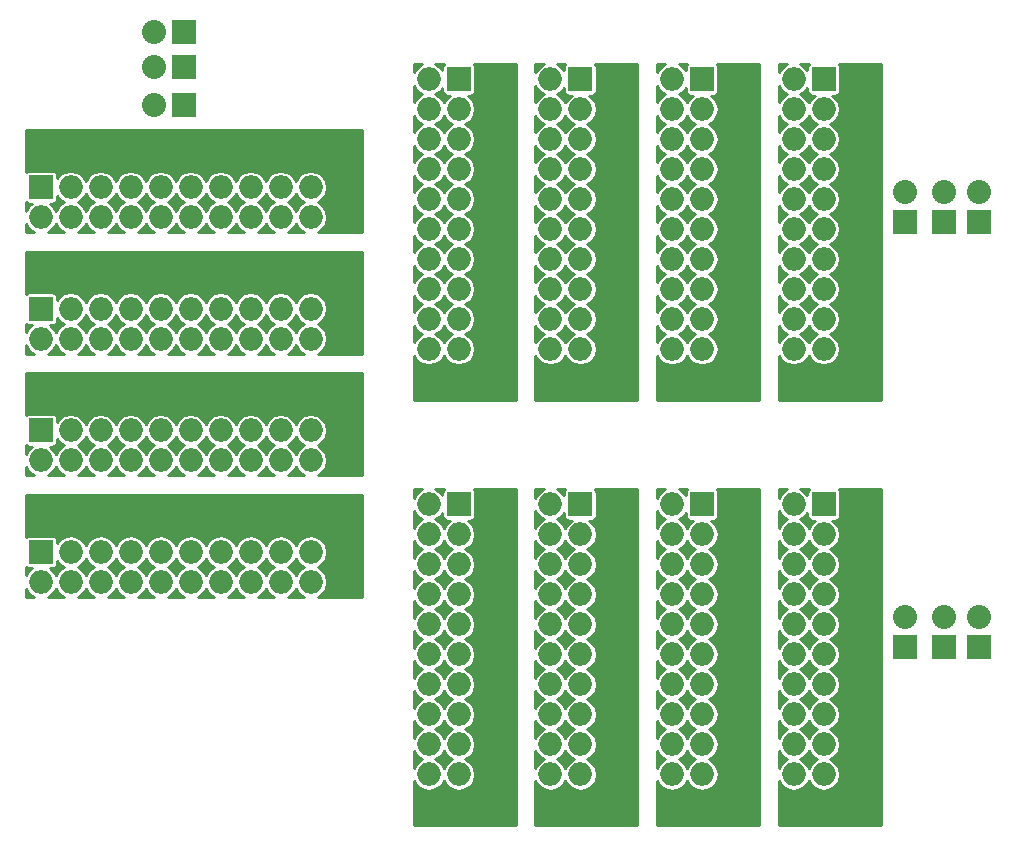
<source format=gbl>
%MOIN*%
%OFA0B0*%
%FSLAX46Y46*%
%IPPOS*%
%LPD*%
%ADD10C,0.005905511811023622*%
%ADD11O,0.07874015748031496X0.07874015748031496*%
%ADD12R,0.07874015748031496X0.07874015748031496*%
%ADD13R,0.08X0.08*%
%ADD14O,0.08X0.08*%
%ADD15C,0.01*%
%ADD26C,0.005905511811023622*%
%ADD27O,0.07874015748031496X0.07874015748031496*%
%ADD28R,0.07874015748031496X0.07874015748031496*%
%ADD29R,0.08X0.08*%
%ADD30O,0.08X0.08*%
%ADD31C,0.01*%
%ADD42C,0.005905511811023622*%
%ADD43O,0.07874015748031496X0.07874015748031496*%
%ADD44R,0.07874015748031496X0.07874015748031496*%
%ADD45R,0.08X0.08*%
%ADD46O,0.08X0.08*%
%ADD47C,0.01*%
%LPD*%
G01G01*
D10*
D11*
X0001968503Y0002519685D02*
X0003268856Y0001411705D03*
X0003368856Y0001411705D03*
X0003268856Y0001511705D03*
X0003368856Y0001511705D03*
X0003268856Y0001611705D03*
X0003368856Y0001611705D03*
X0003268856Y0001711705D03*
X0003368856Y0001711705D03*
X0003268856Y0001811705D03*
X0003368856Y0001811705D03*
X0003268856Y0001911705D03*
X0003368856Y0001911705D03*
X0003268856Y0002011705D03*
X0003368856Y0002011705D03*
X0003268856Y0002111705D03*
X0003368856Y0002111705D03*
X0003268856Y0002211705D03*
X0003368856Y0002211705D03*
X0003268856Y0002311705D03*
D12*
X0003368856Y0002311705D03*
X0002963541Y0002311705D03*
D11*
X0002863541Y0002311705D03*
X0002963541Y0002211705D03*
X0002863541Y0002211705D03*
X0002963541Y0002111705D03*
X0002863541Y0002111705D03*
X0002963541Y0002011705D03*
X0002863541Y0002011705D03*
X0002963541Y0001911705D03*
X0002863541Y0001911705D03*
X0002963541Y0001811705D03*
X0002863541Y0001811705D03*
X0002963541Y0001711705D03*
X0002863541Y0001711705D03*
X0002963541Y0001611705D03*
X0002863541Y0001611705D03*
X0002963541Y0001511705D03*
X0002863541Y0001511705D03*
X0002963541Y0001411705D03*
X0002863541Y0001411705D03*
D12*
X0002558226Y0002311705D03*
D11*
X0002458226Y0002311705D03*
X0002558226Y0002211705D03*
X0002458226Y0002211705D03*
X0002558226Y0002111705D03*
X0002458226Y0002111705D03*
X0002558226Y0002011705D03*
X0002458226Y0002011705D03*
X0002558226Y0001911705D03*
X0002458226Y0001911705D03*
X0002558226Y0001811705D03*
X0002458226Y0001811705D03*
X0002558226Y0001711705D03*
X0002458226Y0001711705D03*
X0002558226Y0001611705D03*
X0002458226Y0001611705D03*
X0002558226Y0001511705D03*
X0002458226Y0001511705D03*
X0002558226Y0001411705D03*
X0002458226Y0001411705D03*
D12*
X0002152911Y0002311705D03*
D11*
X0002052911Y0002311705D03*
X0002152911Y0002211705D03*
X0002052911Y0002211705D03*
X0002152911Y0002111705D03*
X0002052911Y0002111705D03*
X0002152911Y0002011705D03*
X0002052911Y0002011705D03*
X0002152911Y0001911705D03*
X0002052911Y0001911705D03*
X0002152911Y0001811705D03*
X0002052911Y0001811705D03*
X0002152911Y0001711705D03*
X0002052911Y0001711705D03*
X0002152911Y0001611705D03*
X0002052911Y0001611705D03*
X0002152911Y0001511705D03*
X0002052911Y0001511705D03*
X0002152911Y0001411705D03*
X0002052911Y0001411705D03*
D13*
X0003641732Y0001835039D03*
D14*
X0003641732Y0001935039D03*
X0003770866Y0001934645D03*
D13*
X0003770866Y0001834645D03*
X0003885433Y0001834645D03*
D14*
X0003885433Y0001934645D03*
D15*
G36*
X0002342856Y0001241750D02*
X0002002919Y0001241750D01*
X0002002919Y0001388946D01*
X0002013400Y0001373260D01*
X0002031039Y0001361474D01*
X0002051846Y0001357335D01*
X0002053976Y0001357335D01*
X0002074782Y0001361474D01*
X0002092421Y0001373260D01*
X0002102911Y0001388958D01*
X0002113400Y0001373260D01*
X0002131039Y0001361474D01*
X0002151846Y0001357335D01*
X0002153976Y0001357335D01*
X0002174782Y0001361474D01*
X0002192421Y0001373260D01*
X0002204207Y0001390899D01*
X0002208346Y0001411705D01*
X0002204207Y0001432512D01*
X0002192421Y0001450151D01*
X0002175129Y0001461705D01*
X0002192421Y0001473260D01*
X0002204207Y0001490899D01*
X0002208346Y0001511705D01*
X0002204207Y0001532512D01*
X0002192421Y0001550151D01*
X0002175129Y0001561705D01*
X0002192421Y0001573260D01*
X0002204207Y0001590899D01*
X0002208346Y0001611705D01*
X0002204207Y0001632512D01*
X0002192421Y0001650151D01*
X0002175129Y0001661705D01*
X0002192421Y0001673260D01*
X0002204207Y0001690899D01*
X0002208346Y0001711705D01*
X0002204207Y0001732512D01*
X0002192421Y0001750151D01*
X0002175129Y0001761705D01*
X0002192421Y0001773260D01*
X0002204207Y0001790899D01*
X0002208346Y0001811705D01*
X0002204207Y0001832512D01*
X0002192421Y0001850151D01*
X0002175129Y0001861705D01*
X0002192421Y0001873260D01*
X0002204207Y0001890899D01*
X0002208346Y0001911705D01*
X0002204207Y0001932512D01*
X0002192421Y0001950151D01*
X0002175129Y0001961705D01*
X0002192421Y0001973260D01*
X0002204207Y0001990899D01*
X0002208346Y0002011705D01*
X0002204207Y0002032512D01*
X0002192421Y0002050151D01*
X0002175129Y0002061705D01*
X0002192421Y0002073260D01*
X0002204207Y0002090899D01*
X0002208346Y0002111705D01*
X0002204207Y0002132512D01*
X0002192421Y0002150151D01*
X0002175129Y0002161705D01*
X0002192421Y0002173260D01*
X0002204207Y0002190899D01*
X0002208346Y0002211705D01*
X0002204207Y0002232512D01*
X0002192421Y0002250151D01*
X0002182109Y0002257041D01*
X0002192281Y0002257041D01*
X0002198133Y0002258205D01*
X0002203095Y0002261521D01*
X0002206410Y0002266482D01*
X0002207575Y0002272335D01*
X0002207575Y0002351075D01*
X0002206410Y0002356928D01*
X0002203188Y0002361750D01*
X0002342919Y0002361750D01*
X0002342856Y0001241750D01*
X0002342856Y0001241750D01*
G37*
X0002342856Y0001241750D02*
X0002002919Y0001241750D01*
X0002002919Y0001388946D01*
X0002013400Y0001373260D01*
X0002031039Y0001361474D01*
X0002051846Y0001357335D01*
X0002053976Y0001357335D01*
X0002074782Y0001361474D01*
X0002092421Y0001373260D01*
X0002102911Y0001388958D01*
X0002113400Y0001373260D01*
X0002131039Y0001361474D01*
X0002151846Y0001357335D01*
X0002153976Y0001357335D01*
X0002174782Y0001361474D01*
X0002192421Y0001373260D01*
X0002204207Y0001390899D01*
X0002208346Y0001411705D01*
X0002204207Y0001432512D01*
X0002192421Y0001450151D01*
X0002175129Y0001461705D01*
X0002192421Y0001473260D01*
X0002204207Y0001490899D01*
X0002208346Y0001511705D01*
X0002204207Y0001532512D01*
X0002192421Y0001550151D01*
X0002175129Y0001561705D01*
X0002192421Y0001573260D01*
X0002204207Y0001590899D01*
X0002208346Y0001611705D01*
X0002204207Y0001632512D01*
X0002192421Y0001650151D01*
X0002175129Y0001661705D01*
X0002192421Y0001673260D01*
X0002204207Y0001690899D01*
X0002208346Y0001711705D01*
X0002204207Y0001732512D01*
X0002192421Y0001750151D01*
X0002175129Y0001761705D01*
X0002192421Y0001773260D01*
X0002204207Y0001790899D01*
X0002208346Y0001811705D01*
X0002204207Y0001832512D01*
X0002192421Y0001850151D01*
X0002175129Y0001861705D01*
X0002192421Y0001873260D01*
X0002204207Y0001890899D01*
X0002208346Y0001911705D01*
X0002204207Y0001932512D01*
X0002192421Y0001950151D01*
X0002175129Y0001961705D01*
X0002192421Y0001973260D01*
X0002204207Y0001990899D01*
X0002208346Y0002011705D01*
X0002204207Y0002032512D01*
X0002192421Y0002050151D01*
X0002175129Y0002061705D01*
X0002192421Y0002073260D01*
X0002204207Y0002090899D01*
X0002208346Y0002111705D01*
X0002204207Y0002132512D01*
X0002192421Y0002150151D01*
X0002175129Y0002161705D01*
X0002192421Y0002173260D01*
X0002204207Y0002190899D01*
X0002208346Y0002211705D01*
X0002204207Y0002232512D01*
X0002192421Y0002250151D01*
X0002182109Y0002257041D01*
X0002192281Y0002257041D01*
X0002198133Y0002258205D01*
X0002203095Y0002261521D01*
X0002206410Y0002266482D01*
X0002207575Y0002272335D01*
X0002207575Y0002351075D01*
X0002206410Y0002356928D01*
X0002203188Y0002361750D01*
X0002342919Y0002361750D01*
X0002342856Y0001241750D01*
G36*
X0002113400Y0001473260D02*
X0002130693Y0001461705D01*
X0002113400Y0001450151D01*
X0002102911Y0001434452D01*
X0002092421Y0001450151D01*
X0002075129Y0001461705D01*
X0002092421Y0001473260D01*
X0002102911Y0001488958D01*
X0002113400Y0001473260D01*
X0002113400Y0001473260D01*
G37*
X0002113400Y0001473260D02*
X0002130693Y0001461705D01*
X0002113400Y0001450151D01*
X0002102911Y0001434452D01*
X0002092421Y0001450151D01*
X0002075129Y0001461705D01*
X0002092421Y0001473260D01*
X0002102911Y0001488958D01*
X0002113400Y0001473260D01*
G36*
X0002013400Y0001473260D02*
X0002030693Y0001461705D01*
X0002013400Y0001450151D01*
X0002002919Y0001434465D01*
X0002002919Y0001488946D01*
X0002013400Y0001473260D01*
X0002013400Y0001473260D01*
G37*
X0002013400Y0001473260D02*
X0002030693Y0001461705D01*
X0002013400Y0001450151D01*
X0002002919Y0001434465D01*
X0002002919Y0001488946D01*
X0002013400Y0001473260D01*
G36*
X0002113400Y0001573260D02*
X0002130693Y0001561705D01*
X0002113400Y0001550151D01*
X0002102911Y0001534452D01*
X0002092421Y0001550151D01*
X0002075129Y0001561705D01*
X0002092421Y0001573260D01*
X0002102911Y0001588958D01*
X0002113400Y0001573260D01*
X0002113400Y0001573260D01*
G37*
X0002113400Y0001573260D02*
X0002130693Y0001561705D01*
X0002113400Y0001550151D01*
X0002102911Y0001534452D01*
X0002092421Y0001550151D01*
X0002075129Y0001561705D01*
X0002092421Y0001573260D01*
X0002102911Y0001588958D01*
X0002113400Y0001573260D01*
G36*
X0002013400Y0001573260D02*
X0002030693Y0001561705D01*
X0002013400Y0001550151D01*
X0002002919Y0001534465D01*
X0002002919Y0001588946D01*
X0002013400Y0001573260D01*
X0002013400Y0001573260D01*
G37*
X0002013400Y0001573260D02*
X0002030693Y0001561705D01*
X0002013400Y0001550151D01*
X0002002919Y0001534465D01*
X0002002919Y0001588946D01*
X0002013400Y0001573260D01*
G36*
X0002113400Y0001673260D02*
X0002130693Y0001661705D01*
X0002113400Y0001650151D01*
X0002102911Y0001634452D01*
X0002092421Y0001650151D01*
X0002075129Y0001661705D01*
X0002092421Y0001673260D01*
X0002102911Y0001688958D01*
X0002113400Y0001673260D01*
X0002113400Y0001673260D01*
G37*
X0002113400Y0001673260D02*
X0002130693Y0001661705D01*
X0002113400Y0001650151D01*
X0002102911Y0001634452D01*
X0002092421Y0001650151D01*
X0002075129Y0001661705D01*
X0002092421Y0001673260D01*
X0002102911Y0001688958D01*
X0002113400Y0001673260D01*
G36*
X0002013400Y0001673260D02*
X0002030693Y0001661705D01*
X0002013400Y0001650151D01*
X0002002919Y0001634465D01*
X0002002919Y0001688946D01*
X0002013400Y0001673260D01*
X0002013400Y0001673260D01*
G37*
X0002013400Y0001673260D02*
X0002030693Y0001661705D01*
X0002013400Y0001650151D01*
X0002002919Y0001634465D01*
X0002002919Y0001688946D01*
X0002013400Y0001673260D01*
G36*
X0002113400Y0001773260D02*
X0002130693Y0001761705D01*
X0002113400Y0001750151D01*
X0002102911Y0001734452D01*
X0002092421Y0001750151D01*
X0002075129Y0001761705D01*
X0002092421Y0001773260D01*
X0002102911Y0001788958D01*
X0002113400Y0001773260D01*
X0002113400Y0001773260D01*
G37*
X0002113400Y0001773260D02*
X0002130693Y0001761705D01*
X0002113400Y0001750151D01*
X0002102911Y0001734452D01*
X0002092421Y0001750151D01*
X0002075129Y0001761705D01*
X0002092421Y0001773260D01*
X0002102911Y0001788958D01*
X0002113400Y0001773260D01*
G36*
X0002013400Y0001773260D02*
X0002030693Y0001761705D01*
X0002013400Y0001750151D01*
X0002002919Y0001734465D01*
X0002002919Y0001788946D01*
X0002013400Y0001773260D01*
X0002013400Y0001773260D01*
G37*
X0002013400Y0001773260D02*
X0002030693Y0001761705D01*
X0002013400Y0001750151D01*
X0002002919Y0001734465D01*
X0002002919Y0001788946D01*
X0002013400Y0001773260D01*
G36*
X0002113400Y0001873260D02*
X0002130693Y0001861705D01*
X0002113400Y0001850151D01*
X0002102911Y0001834452D01*
X0002092421Y0001850151D01*
X0002075129Y0001861705D01*
X0002092421Y0001873260D01*
X0002102911Y0001888958D01*
X0002113400Y0001873260D01*
X0002113400Y0001873260D01*
G37*
X0002113400Y0001873260D02*
X0002130693Y0001861705D01*
X0002113400Y0001850151D01*
X0002102911Y0001834452D01*
X0002092421Y0001850151D01*
X0002075129Y0001861705D01*
X0002092421Y0001873260D01*
X0002102911Y0001888958D01*
X0002113400Y0001873260D01*
G36*
X0002013400Y0001873260D02*
X0002030693Y0001861705D01*
X0002013400Y0001850151D01*
X0002002919Y0001834465D01*
X0002002919Y0001888946D01*
X0002013400Y0001873260D01*
X0002013400Y0001873260D01*
G37*
X0002013400Y0001873260D02*
X0002030693Y0001861705D01*
X0002013400Y0001850151D01*
X0002002919Y0001834465D01*
X0002002919Y0001888946D01*
X0002013400Y0001873260D01*
G36*
X0002113400Y0001973260D02*
X0002130693Y0001961705D01*
X0002113400Y0001950151D01*
X0002102911Y0001934452D01*
X0002092421Y0001950151D01*
X0002075129Y0001961705D01*
X0002092421Y0001973260D01*
X0002102911Y0001988958D01*
X0002113400Y0001973260D01*
X0002113400Y0001973260D01*
G37*
X0002113400Y0001973260D02*
X0002130693Y0001961705D01*
X0002113400Y0001950151D01*
X0002102911Y0001934452D01*
X0002092421Y0001950151D01*
X0002075129Y0001961705D01*
X0002092421Y0001973260D01*
X0002102911Y0001988958D01*
X0002113400Y0001973260D01*
G36*
X0002013400Y0001973260D02*
X0002030693Y0001961705D01*
X0002013400Y0001950151D01*
X0002002919Y0001934465D01*
X0002002919Y0001988946D01*
X0002013400Y0001973260D01*
X0002013400Y0001973260D01*
G37*
X0002013400Y0001973260D02*
X0002030693Y0001961705D01*
X0002013400Y0001950151D01*
X0002002919Y0001934465D01*
X0002002919Y0001988946D01*
X0002013400Y0001973260D01*
G36*
X0002113400Y0002073260D02*
X0002130693Y0002061705D01*
X0002113400Y0002050151D01*
X0002102911Y0002034452D01*
X0002092421Y0002050151D01*
X0002075129Y0002061705D01*
X0002092421Y0002073260D01*
X0002102911Y0002088958D01*
X0002113400Y0002073260D01*
X0002113400Y0002073260D01*
G37*
X0002113400Y0002073260D02*
X0002130693Y0002061705D01*
X0002113400Y0002050151D01*
X0002102911Y0002034452D01*
X0002092421Y0002050151D01*
X0002075129Y0002061705D01*
X0002092421Y0002073260D01*
X0002102911Y0002088958D01*
X0002113400Y0002073260D01*
G36*
X0002013400Y0002073260D02*
X0002030693Y0002061705D01*
X0002013400Y0002050151D01*
X0002002919Y0002034465D01*
X0002002919Y0002088946D01*
X0002013400Y0002073260D01*
X0002013400Y0002073260D01*
G37*
X0002013400Y0002073260D02*
X0002030693Y0002061705D01*
X0002013400Y0002050151D01*
X0002002919Y0002034465D01*
X0002002919Y0002088946D01*
X0002013400Y0002073260D01*
G36*
X0002113400Y0002173260D02*
X0002130693Y0002161705D01*
X0002113400Y0002150151D01*
X0002102911Y0002134452D01*
X0002092421Y0002150151D01*
X0002075129Y0002161705D01*
X0002092421Y0002173260D01*
X0002102911Y0002188958D01*
X0002113400Y0002173260D01*
X0002113400Y0002173260D01*
G37*
X0002113400Y0002173260D02*
X0002130693Y0002161705D01*
X0002113400Y0002150151D01*
X0002102911Y0002134452D01*
X0002092421Y0002150151D01*
X0002075129Y0002161705D01*
X0002092421Y0002173260D01*
X0002102911Y0002188958D01*
X0002113400Y0002173260D01*
G36*
X0002013400Y0002173260D02*
X0002030693Y0002161705D01*
X0002013400Y0002150151D01*
X0002002919Y0002134465D01*
X0002002919Y0002188946D01*
X0002013400Y0002173260D01*
X0002013400Y0002173260D01*
G37*
X0002013400Y0002173260D02*
X0002030693Y0002161705D01*
X0002013400Y0002150151D01*
X0002002919Y0002134465D01*
X0002002919Y0002188946D01*
X0002013400Y0002173260D01*
G36*
X0002098247Y0002272335D02*
X0002099411Y0002266482D01*
X0002102726Y0002261521D01*
X0002107688Y0002258205D01*
X0002113541Y0002257041D01*
X0002123713Y0002257041D01*
X0002113400Y0002250151D01*
X0002102911Y0002234452D01*
X0002092421Y0002250151D01*
X0002075129Y0002261705D01*
X0002092421Y0002273260D01*
X0002098247Y0002281978D01*
X0002098247Y0002272335D01*
X0002098247Y0002272335D01*
G37*
X0002098247Y0002272335D02*
X0002099411Y0002266482D01*
X0002102726Y0002261521D01*
X0002107688Y0002258205D01*
X0002113541Y0002257041D01*
X0002123713Y0002257041D01*
X0002113400Y0002250151D01*
X0002102911Y0002234452D01*
X0002092421Y0002250151D01*
X0002075129Y0002261705D01*
X0002092421Y0002273260D01*
X0002098247Y0002281978D01*
X0002098247Y0002272335D01*
G36*
X0002013400Y0002273260D02*
X0002030693Y0002261705D01*
X0002013400Y0002250151D01*
X0002002919Y0002234465D01*
X0002002919Y0002288946D01*
X0002013400Y0002273260D01*
X0002013400Y0002273260D01*
G37*
X0002013400Y0002273260D02*
X0002030693Y0002261705D01*
X0002013400Y0002250151D01*
X0002002919Y0002234465D01*
X0002002919Y0002288946D01*
X0002013400Y0002273260D01*
G36*
X0002013400Y0002350151D02*
X0002002919Y0002334465D01*
X0002002919Y0002361750D01*
X0002030760Y0002361750D01*
X0002013400Y0002350151D01*
X0002013400Y0002350151D01*
G37*
X0002013400Y0002350151D02*
X0002002919Y0002334465D01*
X0002002919Y0002361750D01*
X0002030760Y0002361750D01*
X0002013400Y0002350151D01*
G36*
X0002099411Y0002356928D02*
X0002098247Y0002351075D01*
X0002098247Y0002341432D01*
X0002092421Y0002350151D01*
X0002075062Y0002361750D01*
X0002102633Y0002361750D01*
X0002099411Y0002356928D01*
X0002099411Y0002356928D01*
G37*
X0002099411Y0002356928D02*
X0002098247Y0002351075D01*
X0002098247Y0002341432D01*
X0002092421Y0002350151D01*
X0002075062Y0002361750D01*
X0002102633Y0002361750D01*
X0002099411Y0002356928D01*
G36*
X0002748171Y0001241750D02*
X0002408234Y0001241750D01*
X0002408234Y0001388946D01*
X0002418715Y0001373260D01*
X0002436354Y0001361474D01*
X0002457160Y0001357335D01*
X0002459291Y0001357335D01*
X0002480097Y0001361474D01*
X0002497736Y0001373260D01*
X0002508226Y0001388958D01*
X0002518715Y0001373260D01*
X0002536354Y0001361474D01*
X0002557160Y0001357335D01*
X0002559291Y0001357335D01*
X0002580097Y0001361474D01*
X0002597736Y0001373260D01*
X0002609522Y0001390899D01*
X0002613661Y0001411705D01*
X0002609522Y0001432512D01*
X0002597736Y0001450151D01*
X0002580444Y0001461705D01*
X0002597736Y0001473260D01*
X0002609522Y0001490899D01*
X0002613661Y0001511705D01*
X0002609522Y0001532512D01*
X0002597736Y0001550151D01*
X0002580444Y0001561705D01*
X0002597736Y0001573260D01*
X0002609522Y0001590899D01*
X0002613661Y0001611705D01*
X0002609522Y0001632512D01*
X0002597736Y0001650151D01*
X0002580444Y0001661705D01*
X0002597736Y0001673260D01*
X0002609522Y0001690899D01*
X0002613661Y0001711705D01*
X0002609522Y0001732512D01*
X0002597736Y0001750151D01*
X0002580444Y0001761705D01*
X0002597736Y0001773260D01*
X0002609522Y0001790899D01*
X0002613661Y0001811705D01*
X0002609522Y0001832512D01*
X0002597736Y0001850151D01*
X0002580444Y0001861705D01*
X0002597736Y0001873260D01*
X0002609522Y0001890899D01*
X0002613661Y0001911705D01*
X0002609522Y0001932512D01*
X0002597736Y0001950151D01*
X0002580444Y0001961705D01*
X0002597736Y0001973260D01*
X0002609522Y0001990899D01*
X0002613661Y0002011705D01*
X0002609522Y0002032512D01*
X0002597736Y0002050151D01*
X0002580444Y0002061705D01*
X0002597736Y0002073260D01*
X0002609522Y0002090899D01*
X0002613661Y0002111705D01*
X0002609522Y0002132512D01*
X0002597736Y0002150151D01*
X0002580444Y0002161705D01*
X0002597736Y0002173260D01*
X0002609522Y0002190899D01*
X0002613661Y0002211705D01*
X0002609522Y0002232512D01*
X0002597736Y0002250151D01*
X0002587424Y0002257041D01*
X0002597596Y0002257041D01*
X0002603448Y0002258205D01*
X0002608410Y0002261521D01*
X0002611725Y0002266482D01*
X0002612890Y0002272335D01*
X0002612890Y0002351075D01*
X0002611725Y0002356928D01*
X0002608503Y0002361750D01*
X0002748234Y0002361750D01*
X0002748171Y0001241750D01*
X0002748171Y0001241750D01*
G37*
X0002748171Y0001241750D02*
X0002408234Y0001241750D01*
X0002408234Y0001388946D01*
X0002418715Y0001373260D01*
X0002436354Y0001361474D01*
X0002457160Y0001357335D01*
X0002459291Y0001357335D01*
X0002480097Y0001361474D01*
X0002497736Y0001373260D01*
X0002508226Y0001388958D01*
X0002518715Y0001373260D01*
X0002536354Y0001361474D01*
X0002557160Y0001357335D01*
X0002559291Y0001357335D01*
X0002580097Y0001361474D01*
X0002597736Y0001373260D01*
X0002609522Y0001390899D01*
X0002613661Y0001411705D01*
X0002609522Y0001432512D01*
X0002597736Y0001450151D01*
X0002580444Y0001461705D01*
X0002597736Y0001473260D01*
X0002609522Y0001490899D01*
X0002613661Y0001511705D01*
X0002609522Y0001532512D01*
X0002597736Y0001550151D01*
X0002580444Y0001561705D01*
X0002597736Y0001573260D01*
X0002609522Y0001590899D01*
X0002613661Y0001611705D01*
X0002609522Y0001632512D01*
X0002597736Y0001650151D01*
X0002580444Y0001661705D01*
X0002597736Y0001673260D01*
X0002609522Y0001690899D01*
X0002613661Y0001711705D01*
X0002609522Y0001732512D01*
X0002597736Y0001750151D01*
X0002580444Y0001761705D01*
X0002597736Y0001773260D01*
X0002609522Y0001790899D01*
X0002613661Y0001811705D01*
X0002609522Y0001832512D01*
X0002597736Y0001850151D01*
X0002580444Y0001861705D01*
X0002597736Y0001873260D01*
X0002609522Y0001890899D01*
X0002613661Y0001911705D01*
X0002609522Y0001932512D01*
X0002597736Y0001950151D01*
X0002580444Y0001961705D01*
X0002597736Y0001973260D01*
X0002609522Y0001990899D01*
X0002613661Y0002011705D01*
X0002609522Y0002032512D01*
X0002597736Y0002050151D01*
X0002580444Y0002061705D01*
X0002597736Y0002073260D01*
X0002609522Y0002090899D01*
X0002613661Y0002111705D01*
X0002609522Y0002132512D01*
X0002597736Y0002150151D01*
X0002580444Y0002161705D01*
X0002597736Y0002173260D01*
X0002609522Y0002190899D01*
X0002613661Y0002211705D01*
X0002609522Y0002232512D01*
X0002597736Y0002250151D01*
X0002587424Y0002257041D01*
X0002597596Y0002257041D01*
X0002603448Y0002258205D01*
X0002608410Y0002261521D01*
X0002611725Y0002266482D01*
X0002612890Y0002272335D01*
X0002612890Y0002351075D01*
X0002611725Y0002356928D01*
X0002608503Y0002361750D01*
X0002748234Y0002361750D01*
X0002748171Y0001241750D01*
G36*
X0002518715Y0001473260D02*
X0002536008Y0001461705D01*
X0002518715Y0001450151D01*
X0002508226Y0001434452D01*
X0002497736Y0001450151D01*
X0002480444Y0001461705D01*
X0002497736Y0001473260D01*
X0002508226Y0001488958D01*
X0002518715Y0001473260D01*
X0002518715Y0001473260D01*
G37*
X0002518715Y0001473260D02*
X0002536008Y0001461705D01*
X0002518715Y0001450151D01*
X0002508226Y0001434452D01*
X0002497736Y0001450151D01*
X0002480444Y0001461705D01*
X0002497736Y0001473260D01*
X0002508226Y0001488958D01*
X0002518715Y0001473260D01*
G36*
X0002418715Y0001473260D02*
X0002436008Y0001461705D01*
X0002418715Y0001450151D01*
X0002408234Y0001434465D01*
X0002408234Y0001488946D01*
X0002418715Y0001473260D01*
X0002418715Y0001473260D01*
G37*
X0002418715Y0001473260D02*
X0002436008Y0001461705D01*
X0002418715Y0001450151D01*
X0002408234Y0001434465D01*
X0002408234Y0001488946D01*
X0002418715Y0001473260D01*
G36*
X0002518715Y0001573260D02*
X0002536008Y0001561705D01*
X0002518715Y0001550151D01*
X0002508226Y0001534452D01*
X0002497736Y0001550151D01*
X0002480444Y0001561705D01*
X0002497736Y0001573260D01*
X0002508226Y0001588958D01*
X0002518715Y0001573260D01*
X0002518715Y0001573260D01*
G37*
X0002518715Y0001573260D02*
X0002536008Y0001561705D01*
X0002518715Y0001550151D01*
X0002508226Y0001534452D01*
X0002497736Y0001550151D01*
X0002480444Y0001561705D01*
X0002497736Y0001573260D01*
X0002508226Y0001588958D01*
X0002518715Y0001573260D01*
G36*
X0002418715Y0001573260D02*
X0002436008Y0001561705D01*
X0002418715Y0001550151D01*
X0002408234Y0001534465D01*
X0002408234Y0001588946D01*
X0002418715Y0001573260D01*
X0002418715Y0001573260D01*
G37*
X0002418715Y0001573260D02*
X0002436008Y0001561705D01*
X0002418715Y0001550151D01*
X0002408234Y0001534465D01*
X0002408234Y0001588946D01*
X0002418715Y0001573260D01*
G36*
X0002518715Y0001673260D02*
X0002536008Y0001661705D01*
X0002518715Y0001650151D01*
X0002508226Y0001634452D01*
X0002497736Y0001650151D01*
X0002480444Y0001661705D01*
X0002497736Y0001673260D01*
X0002508226Y0001688958D01*
X0002518715Y0001673260D01*
X0002518715Y0001673260D01*
G37*
X0002518715Y0001673260D02*
X0002536008Y0001661705D01*
X0002518715Y0001650151D01*
X0002508226Y0001634452D01*
X0002497736Y0001650151D01*
X0002480444Y0001661705D01*
X0002497736Y0001673260D01*
X0002508226Y0001688958D01*
X0002518715Y0001673260D01*
G36*
X0002418715Y0001673260D02*
X0002436008Y0001661705D01*
X0002418715Y0001650151D01*
X0002408234Y0001634465D01*
X0002408234Y0001688946D01*
X0002418715Y0001673260D01*
X0002418715Y0001673260D01*
G37*
X0002418715Y0001673260D02*
X0002436008Y0001661705D01*
X0002418715Y0001650151D01*
X0002408234Y0001634465D01*
X0002408234Y0001688946D01*
X0002418715Y0001673260D01*
G36*
X0002518715Y0001773260D02*
X0002536008Y0001761705D01*
X0002518715Y0001750151D01*
X0002508226Y0001734452D01*
X0002497736Y0001750151D01*
X0002480444Y0001761705D01*
X0002497736Y0001773260D01*
X0002508226Y0001788958D01*
X0002518715Y0001773260D01*
X0002518715Y0001773260D01*
G37*
X0002518715Y0001773260D02*
X0002536008Y0001761705D01*
X0002518715Y0001750151D01*
X0002508226Y0001734452D01*
X0002497736Y0001750151D01*
X0002480444Y0001761705D01*
X0002497736Y0001773260D01*
X0002508226Y0001788958D01*
X0002518715Y0001773260D01*
G36*
X0002418715Y0001773260D02*
X0002436008Y0001761705D01*
X0002418715Y0001750151D01*
X0002408234Y0001734465D01*
X0002408234Y0001788946D01*
X0002418715Y0001773260D01*
X0002418715Y0001773260D01*
G37*
X0002418715Y0001773260D02*
X0002436008Y0001761705D01*
X0002418715Y0001750151D01*
X0002408234Y0001734465D01*
X0002408234Y0001788946D01*
X0002418715Y0001773260D01*
G36*
X0002518715Y0001873260D02*
X0002536008Y0001861705D01*
X0002518715Y0001850151D01*
X0002508226Y0001834452D01*
X0002497736Y0001850151D01*
X0002480444Y0001861705D01*
X0002497736Y0001873260D01*
X0002508226Y0001888958D01*
X0002518715Y0001873260D01*
X0002518715Y0001873260D01*
G37*
X0002518715Y0001873260D02*
X0002536008Y0001861705D01*
X0002518715Y0001850151D01*
X0002508226Y0001834452D01*
X0002497736Y0001850151D01*
X0002480444Y0001861705D01*
X0002497736Y0001873260D01*
X0002508226Y0001888958D01*
X0002518715Y0001873260D01*
G36*
X0002418715Y0001873260D02*
X0002436008Y0001861705D01*
X0002418715Y0001850151D01*
X0002408234Y0001834465D01*
X0002408234Y0001888946D01*
X0002418715Y0001873260D01*
X0002418715Y0001873260D01*
G37*
X0002418715Y0001873260D02*
X0002436008Y0001861705D01*
X0002418715Y0001850151D01*
X0002408234Y0001834465D01*
X0002408234Y0001888946D01*
X0002418715Y0001873260D01*
G36*
X0002518715Y0001973260D02*
X0002536008Y0001961705D01*
X0002518715Y0001950151D01*
X0002508226Y0001934452D01*
X0002497736Y0001950151D01*
X0002480444Y0001961705D01*
X0002497736Y0001973260D01*
X0002508226Y0001988958D01*
X0002518715Y0001973260D01*
X0002518715Y0001973260D01*
G37*
X0002518715Y0001973260D02*
X0002536008Y0001961705D01*
X0002518715Y0001950151D01*
X0002508226Y0001934452D01*
X0002497736Y0001950151D01*
X0002480444Y0001961705D01*
X0002497736Y0001973260D01*
X0002508226Y0001988958D01*
X0002518715Y0001973260D01*
G36*
X0002418715Y0001973260D02*
X0002436008Y0001961705D01*
X0002418715Y0001950151D01*
X0002408234Y0001934465D01*
X0002408234Y0001988946D01*
X0002418715Y0001973260D01*
X0002418715Y0001973260D01*
G37*
X0002418715Y0001973260D02*
X0002436008Y0001961705D01*
X0002418715Y0001950151D01*
X0002408234Y0001934465D01*
X0002408234Y0001988946D01*
X0002418715Y0001973260D01*
G36*
X0002518715Y0002073260D02*
X0002536008Y0002061705D01*
X0002518715Y0002050151D01*
X0002508226Y0002034452D01*
X0002497736Y0002050151D01*
X0002480444Y0002061705D01*
X0002497736Y0002073260D01*
X0002508226Y0002088958D01*
X0002518715Y0002073260D01*
X0002518715Y0002073260D01*
G37*
X0002518715Y0002073260D02*
X0002536008Y0002061705D01*
X0002518715Y0002050151D01*
X0002508226Y0002034452D01*
X0002497736Y0002050151D01*
X0002480444Y0002061705D01*
X0002497736Y0002073260D01*
X0002508226Y0002088958D01*
X0002518715Y0002073260D01*
G36*
X0002418715Y0002073260D02*
X0002436008Y0002061705D01*
X0002418715Y0002050151D01*
X0002408234Y0002034465D01*
X0002408234Y0002088946D01*
X0002418715Y0002073260D01*
X0002418715Y0002073260D01*
G37*
X0002418715Y0002073260D02*
X0002436008Y0002061705D01*
X0002418715Y0002050151D01*
X0002408234Y0002034465D01*
X0002408234Y0002088946D01*
X0002418715Y0002073260D01*
G36*
X0002518715Y0002173260D02*
X0002536008Y0002161705D01*
X0002518715Y0002150151D01*
X0002508226Y0002134452D01*
X0002497736Y0002150151D01*
X0002480444Y0002161705D01*
X0002497736Y0002173260D01*
X0002508226Y0002188958D01*
X0002518715Y0002173260D01*
X0002518715Y0002173260D01*
G37*
X0002518715Y0002173260D02*
X0002536008Y0002161705D01*
X0002518715Y0002150151D01*
X0002508226Y0002134452D01*
X0002497736Y0002150151D01*
X0002480444Y0002161705D01*
X0002497736Y0002173260D01*
X0002508226Y0002188958D01*
X0002518715Y0002173260D01*
G36*
X0002418715Y0002173260D02*
X0002436008Y0002161705D01*
X0002418715Y0002150151D01*
X0002408234Y0002134465D01*
X0002408234Y0002188946D01*
X0002418715Y0002173260D01*
X0002418715Y0002173260D01*
G37*
X0002418715Y0002173260D02*
X0002436008Y0002161705D01*
X0002418715Y0002150151D01*
X0002408234Y0002134465D01*
X0002408234Y0002188946D01*
X0002418715Y0002173260D01*
G36*
X0002503562Y0002272335D02*
X0002504726Y0002266482D01*
X0002508041Y0002261521D01*
X0002513003Y0002258205D01*
X0002518856Y0002257041D01*
X0002529028Y0002257041D01*
X0002518715Y0002250151D01*
X0002508226Y0002234452D01*
X0002497736Y0002250151D01*
X0002480444Y0002261705D01*
X0002497736Y0002273260D01*
X0002503562Y0002281978D01*
X0002503562Y0002272335D01*
X0002503562Y0002272335D01*
G37*
X0002503562Y0002272335D02*
X0002504726Y0002266482D01*
X0002508041Y0002261521D01*
X0002513003Y0002258205D01*
X0002518856Y0002257041D01*
X0002529028Y0002257041D01*
X0002518715Y0002250151D01*
X0002508226Y0002234452D01*
X0002497736Y0002250151D01*
X0002480444Y0002261705D01*
X0002497736Y0002273260D01*
X0002503562Y0002281978D01*
X0002503562Y0002272335D01*
G36*
X0002418715Y0002273260D02*
X0002436008Y0002261705D01*
X0002418715Y0002250151D01*
X0002408234Y0002234465D01*
X0002408234Y0002288946D01*
X0002418715Y0002273260D01*
X0002418715Y0002273260D01*
G37*
X0002418715Y0002273260D02*
X0002436008Y0002261705D01*
X0002418715Y0002250151D01*
X0002408234Y0002234465D01*
X0002408234Y0002288946D01*
X0002418715Y0002273260D01*
G36*
X0002418715Y0002350151D02*
X0002408234Y0002334465D01*
X0002408234Y0002361750D01*
X0002436075Y0002361750D01*
X0002418715Y0002350151D01*
X0002418715Y0002350151D01*
G37*
X0002418715Y0002350151D02*
X0002408234Y0002334465D01*
X0002408234Y0002361750D01*
X0002436075Y0002361750D01*
X0002418715Y0002350151D01*
G36*
X0002504726Y0002356928D02*
X0002503562Y0002351075D01*
X0002503562Y0002341432D01*
X0002497736Y0002350151D01*
X0002480377Y0002361750D01*
X0002507948Y0002361750D01*
X0002504726Y0002356928D01*
X0002504726Y0002356928D01*
G37*
X0002504726Y0002356928D02*
X0002503562Y0002351075D01*
X0002503562Y0002341432D01*
X0002497736Y0002350151D01*
X0002480377Y0002361750D01*
X0002507948Y0002361750D01*
X0002504726Y0002356928D01*
G36*
X0003153486Y0001241750D02*
X0002813549Y0001241750D01*
X0002813549Y0001388946D01*
X0002824030Y0001373260D01*
X0002841669Y0001361474D01*
X0002862475Y0001357335D01*
X0002864606Y0001357335D01*
X0002885412Y0001361474D01*
X0002903051Y0001373260D01*
X0002913541Y0001388958D01*
X0002924030Y0001373260D01*
X0002941669Y0001361474D01*
X0002962475Y0001357335D01*
X0002964606Y0001357335D01*
X0002985412Y0001361474D01*
X0003003051Y0001373260D01*
X0003014837Y0001390899D01*
X0003018976Y0001411705D01*
X0003014837Y0001432512D01*
X0003003051Y0001450151D01*
X0002985759Y0001461705D01*
X0003003051Y0001473260D01*
X0003014837Y0001490899D01*
X0003018976Y0001511705D01*
X0003014837Y0001532512D01*
X0003003051Y0001550151D01*
X0002985759Y0001561705D01*
X0003003051Y0001573260D01*
X0003014837Y0001590899D01*
X0003018976Y0001611705D01*
X0003014837Y0001632512D01*
X0003003051Y0001650151D01*
X0002985759Y0001661705D01*
X0003003051Y0001673260D01*
X0003014837Y0001690899D01*
X0003018976Y0001711705D01*
X0003014837Y0001732512D01*
X0003003051Y0001750151D01*
X0002985759Y0001761705D01*
X0003003051Y0001773260D01*
X0003014837Y0001790899D01*
X0003018976Y0001811705D01*
X0003014837Y0001832512D01*
X0003003051Y0001850151D01*
X0002985759Y0001861705D01*
X0003003051Y0001873260D01*
X0003014837Y0001890899D01*
X0003018976Y0001911705D01*
X0003014837Y0001932512D01*
X0003003051Y0001950151D01*
X0002985759Y0001961705D01*
X0003003051Y0001973260D01*
X0003014837Y0001990899D01*
X0003018976Y0002011705D01*
X0003014837Y0002032512D01*
X0003003051Y0002050151D01*
X0002985759Y0002061705D01*
X0003003051Y0002073260D01*
X0003014837Y0002090899D01*
X0003018976Y0002111705D01*
X0003014837Y0002132512D01*
X0003003051Y0002150151D01*
X0002985759Y0002161705D01*
X0003003051Y0002173260D01*
X0003014837Y0002190899D01*
X0003018976Y0002211705D01*
X0003014837Y0002232512D01*
X0003003051Y0002250151D01*
X0002992739Y0002257041D01*
X0003002911Y0002257041D01*
X0003008763Y0002258205D01*
X0003013725Y0002261521D01*
X0003017040Y0002266482D01*
X0003018205Y0002272335D01*
X0003018205Y0002351075D01*
X0003017040Y0002356928D01*
X0003013818Y0002361750D01*
X0003153549Y0002361750D01*
X0003153486Y0001241750D01*
X0003153486Y0001241750D01*
G37*
X0003153486Y0001241750D02*
X0002813549Y0001241750D01*
X0002813549Y0001388946D01*
X0002824030Y0001373260D01*
X0002841669Y0001361474D01*
X0002862475Y0001357335D01*
X0002864606Y0001357335D01*
X0002885412Y0001361474D01*
X0002903051Y0001373260D01*
X0002913541Y0001388958D01*
X0002924030Y0001373260D01*
X0002941669Y0001361474D01*
X0002962475Y0001357335D01*
X0002964606Y0001357335D01*
X0002985412Y0001361474D01*
X0003003051Y0001373260D01*
X0003014837Y0001390899D01*
X0003018976Y0001411705D01*
X0003014837Y0001432512D01*
X0003003051Y0001450151D01*
X0002985759Y0001461705D01*
X0003003051Y0001473260D01*
X0003014837Y0001490899D01*
X0003018976Y0001511705D01*
X0003014837Y0001532512D01*
X0003003051Y0001550151D01*
X0002985759Y0001561705D01*
X0003003051Y0001573260D01*
X0003014837Y0001590899D01*
X0003018976Y0001611705D01*
X0003014837Y0001632512D01*
X0003003051Y0001650151D01*
X0002985759Y0001661705D01*
X0003003051Y0001673260D01*
X0003014837Y0001690899D01*
X0003018976Y0001711705D01*
X0003014837Y0001732512D01*
X0003003051Y0001750151D01*
X0002985759Y0001761705D01*
X0003003051Y0001773260D01*
X0003014837Y0001790899D01*
X0003018976Y0001811705D01*
X0003014837Y0001832512D01*
X0003003051Y0001850151D01*
X0002985759Y0001861705D01*
X0003003051Y0001873260D01*
X0003014837Y0001890899D01*
X0003018976Y0001911705D01*
X0003014837Y0001932512D01*
X0003003051Y0001950151D01*
X0002985759Y0001961705D01*
X0003003051Y0001973260D01*
X0003014837Y0001990899D01*
X0003018976Y0002011705D01*
X0003014837Y0002032512D01*
X0003003051Y0002050151D01*
X0002985759Y0002061705D01*
X0003003051Y0002073260D01*
X0003014837Y0002090899D01*
X0003018976Y0002111705D01*
X0003014837Y0002132512D01*
X0003003051Y0002150151D01*
X0002985759Y0002161705D01*
X0003003051Y0002173260D01*
X0003014837Y0002190899D01*
X0003018976Y0002211705D01*
X0003014837Y0002232512D01*
X0003003051Y0002250151D01*
X0002992739Y0002257041D01*
X0003002911Y0002257041D01*
X0003008763Y0002258205D01*
X0003013725Y0002261521D01*
X0003017040Y0002266482D01*
X0003018205Y0002272335D01*
X0003018205Y0002351075D01*
X0003017040Y0002356928D01*
X0003013818Y0002361750D01*
X0003153549Y0002361750D01*
X0003153486Y0001241750D01*
G36*
X0002924030Y0001473260D02*
X0002941323Y0001461705D01*
X0002924030Y0001450151D01*
X0002913541Y0001434452D01*
X0002903051Y0001450151D01*
X0002885759Y0001461705D01*
X0002903051Y0001473260D01*
X0002913541Y0001488958D01*
X0002924030Y0001473260D01*
X0002924030Y0001473260D01*
G37*
X0002924030Y0001473260D02*
X0002941323Y0001461705D01*
X0002924030Y0001450151D01*
X0002913541Y0001434452D01*
X0002903051Y0001450151D01*
X0002885759Y0001461705D01*
X0002903051Y0001473260D01*
X0002913541Y0001488958D01*
X0002924030Y0001473260D01*
G36*
X0002824030Y0001473260D02*
X0002841323Y0001461705D01*
X0002824030Y0001450151D01*
X0002813549Y0001434465D01*
X0002813549Y0001488946D01*
X0002824030Y0001473260D01*
X0002824030Y0001473260D01*
G37*
X0002824030Y0001473260D02*
X0002841323Y0001461705D01*
X0002824030Y0001450151D01*
X0002813549Y0001434465D01*
X0002813549Y0001488946D01*
X0002824030Y0001473260D01*
G36*
X0002924030Y0001573260D02*
X0002941323Y0001561705D01*
X0002924030Y0001550151D01*
X0002913541Y0001534452D01*
X0002903051Y0001550151D01*
X0002885759Y0001561705D01*
X0002903051Y0001573260D01*
X0002913541Y0001588958D01*
X0002924030Y0001573260D01*
X0002924030Y0001573260D01*
G37*
X0002924030Y0001573260D02*
X0002941323Y0001561705D01*
X0002924030Y0001550151D01*
X0002913541Y0001534452D01*
X0002903051Y0001550151D01*
X0002885759Y0001561705D01*
X0002903051Y0001573260D01*
X0002913541Y0001588958D01*
X0002924030Y0001573260D01*
G36*
X0002824030Y0001573260D02*
X0002841323Y0001561705D01*
X0002824030Y0001550151D01*
X0002813549Y0001534465D01*
X0002813549Y0001588946D01*
X0002824030Y0001573260D01*
X0002824030Y0001573260D01*
G37*
X0002824030Y0001573260D02*
X0002841323Y0001561705D01*
X0002824030Y0001550151D01*
X0002813549Y0001534465D01*
X0002813549Y0001588946D01*
X0002824030Y0001573260D01*
G36*
X0002924030Y0001673260D02*
X0002941323Y0001661705D01*
X0002924030Y0001650151D01*
X0002913541Y0001634452D01*
X0002903051Y0001650151D01*
X0002885759Y0001661705D01*
X0002903051Y0001673260D01*
X0002913541Y0001688958D01*
X0002924030Y0001673260D01*
X0002924030Y0001673260D01*
G37*
X0002924030Y0001673260D02*
X0002941323Y0001661705D01*
X0002924030Y0001650151D01*
X0002913541Y0001634452D01*
X0002903051Y0001650151D01*
X0002885759Y0001661705D01*
X0002903051Y0001673260D01*
X0002913541Y0001688958D01*
X0002924030Y0001673260D01*
G36*
X0002824030Y0001673260D02*
X0002841323Y0001661705D01*
X0002824030Y0001650151D01*
X0002813549Y0001634465D01*
X0002813549Y0001688946D01*
X0002824030Y0001673260D01*
X0002824030Y0001673260D01*
G37*
X0002824030Y0001673260D02*
X0002841323Y0001661705D01*
X0002824030Y0001650151D01*
X0002813549Y0001634465D01*
X0002813549Y0001688946D01*
X0002824030Y0001673260D01*
G36*
X0002924030Y0001773260D02*
X0002941323Y0001761705D01*
X0002924030Y0001750151D01*
X0002913541Y0001734452D01*
X0002903051Y0001750151D01*
X0002885759Y0001761705D01*
X0002903051Y0001773260D01*
X0002913541Y0001788958D01*
X0002924030Y0001773260D01*
X0002924030Y0001773260D01*
G37*
X0002924030Y0001773260D02*
X0002941323Y0001761705D01*
X0002924030Y0001750151D01*
X0002913541Y0001734452D01*
X0002903051Y0001750151D01*
X0002885759Y0001761705D01*
X0002903051Y0001773260D01*
X0002913541Y0001788958D01*
X0002924030Y0001773260D01*
G36*
X0002824030Y0001773260D02*
X0002841323Y0001761705D01*
X0002824030Y0001750151D01*
X0002813549Y0001734465D01*
X0002813549Y0001788946D01*
X0002824030Y0001773260D01*
X0002824030Y0001773260D01*
G37*
X0002824030Y0001773260D02*
X0002841323Y0001761705D01*
X0002824030Y0001750151D01*
X0002813549Y0001734465D01*
X0002813549Y0001788946D01*
X0002824030Y0001773260D01*
G36*
X0002924030Y0001873260D02*
X0002941323Y0001861705D01*
X0002924030Y0001850151D01*
X0002913541Y0001834452D01*
X0002903051Y0001850151D01*
X0002885759Y0001861705D01*
X0002903051Y0001873260D01*
X0002913541Y0001888958D01*
X0002924030Y0001873260D01*
X0002924030Y0001873260D01*
G37*
X0002924030Y0001873260D02*
X0002941323Y0001861705D01*
X0002924030Y0001850151D01*
X0002913541Y0001834452D01*
X0002903051Y0001850151D01*
X0002885759Y0001861705D01*
X0002903051Y0001873260D01*
X0002913541Y0001888958D01*
X0002924030Y0001873260D01*
G36*
X0002824030Y0001873260D02*
X0002841323Y0001861705D01*
X0002824030Y0001850151D01*
X0002813549Y0001834465D01*
X0002813549Y0001888946D01*
X0002824030Y0001873260D01*
X0002824030Y0001873260D01*
G37*
X0002824030Y0001873260D02*
X0002841323Y0001861705D01*
X0002824030Y0001850151D01*
X0002813549Y0001834465D01*
X0002813549Y0001888946D01*
X0002824030Y0001873260D01*
G36*
X0002924030Y0001973260D02*
X0002941323Y0001961705D01*
X0002924030Y0001950151D01*
X0002913541Y0001934452D01*
X0002903051Y0001950151D01*
X0002885759Y0001961705D01*
X0002903051Y0001973260D01*
X0002913541Y0001988958D01*
X0002924030Y0001973260D01*
X0002924030Y0001973260D01*
G37*
X0002924030Y0001973260D02*
X0002941323Y0001961705D01*
X0002924030Y0001950151D01*
X0002913541Y0001934452D01*
X0002903051Y0001950151D01*
X0002885759Y0001961705D01*
X0002903051Y0001973260D01*
X0002913541Y0001988958D01*
X0002924030Y0001973260D01*
G36*
X0002824030Y0001973260D02*
X0002841323Y0001961705D01*
X0002824030Y0001950151D01*
X0002813549Y0001934465D01*
X0002813549Y0001988946D01*
X0002824030Y0001973260D01*
X0002824030Y0001973260D01*
G37*
X0002824030Y0001973260D02*
X0002841323Y0001961705D01*
X0002824030Y0001950151D01*
X0002813549Y0001934465D01*
X0002813549Y0001988946D01*
X0002824030Y0001973260D01*
G36*
X0002924030Y0002073260D02*
X0002941323Y0002061705D01*
X0002924030Y0002050151D01*
X0002913541Y0002034452D01*
X0002903051Y0002050151D01*
X0002885759Y0002061705D01*
X0002903051Y0002073260D01*
X0002913541Y0002088958D01*
X0002924030Y0002073260D01*
X0002924030Y0002073260D01*
G37*
X0002924030Y0002073260D02*
X0002941323Y0002061705D01*
X0002924030Y0002050151D01*
X0002913541Y0002034452D01*
X0002903051Y0002050151D01*
X0002885759Y0002061705D01*
X0002903051Y0002073260D01*
X0002913541Y0002088958D01*
X0002924030Y0002073260D01*
G36*
X0002824030Y0002073260D02*
X0002841323Y0002061705D01*
X0002824030Y0002050151D01*
X0002813549Y0002034465D01*
X0002813549Y0002088946D01*
X0002824030Y0002073260D01*
X0002824030Y0002073260D01*
G37*
X0002824030Y0002073260D02*
X0002841323Y0002061705D01*
X0002824030Y0002050151D01*
X0002813549Y0002034465D01*
X0002813549Y0002088946D01*
X0002824030Y0002073260D01*
G36*
X0002924030Y0002173260D02*
X0002941323Y0002161705D01*
X0002924030Y0002150151D01*
X0002913541Y0002134452D01*
X0002903051Y0002150151D01*
X0002885759Y0002161705D01*
X0002903051Y0002173260D01*
X0002913541Y0002188958D01*
X0002924030Y0002173260D01*
X0002924030Y0002173260D01*
G37*
X0002924030Y0002173260D02*
X0002941323Y0002161705D01*
X0002924030Y0002150151D01*
X0002913541Y0002134452D01*
X0002903051Y0002150151D01*
X0002885759Y0002161705D01*
X0002903051Y0002173260D01*
X0002913541Y0002188958D01*
X0002924030Y0002173260D01*
G36*
X0002824030Y0002173260D02*
X0002841323Y0002161705D01*
X0002824030Y0002150151D01*
X0002813549Y0002134465D01*
X0002813549Y0002188946D01*
X0002824030Y0002173260D01*
X0002824030Y0002173260D01*
G37*
X0002824030Y0002173260D02*
X0002841323Y0002161705D01*
X0002824030Y0002150151D01*
X0002813549Y0002134465D01*
X0002813549Y0002188946D01*
X0002824030Y0002173260D01*
G36*
X0002908877Y0002272335D02*
X0002910041Y0002266482D01*
X0002913356Y0002261521D01*
X0002918318Y0002258205D01*
X0002924171Y0002257041D01*
X0002934343Y0002257041D01*
X0002924030Y0002250151D01*
X0002913541Y0002234452D01*
X0002903051Y0002250151D01*
X0002885759Y0002261705D01*
X0002903051Y0002273260D01*
X0002908877Y0002281978D01*
X0002908877Y0002272335D01*
X0002908877Y0002272335D01*
G37*
X0002908877Y0002272335D02*
X0002910041Y0002266482D01*
X0002913356Y0002261521D01*
X0002918318Y0002258205D01*
X0002924171Y0002257041D01*
X0002934343Y0002257041D01*
X0002924030Y0002250151D01*
X0002913541Y0002234452D01*
X0002903051Y0002250151D01*
X0002885759Y0002261705D01*
X0002903051Y0002273260D01*
X0002908877Y0002281978D01*
X0002908877Y0002272335D01*
G36*
X0002824030Y0002273260D02*
X0002841323Y0002261705D01*
X0002824030Y0002250151D01*
X0002813549Y0002234465D01*
X0002813549Y0002288946D01*
X0002824030Y0002273260D01*
X0002824030Y0002273260D01*
G37*
X0002824030Y0002273260D02*
X0002841323Y0002261705D01*
X0002824030Y0002250151D01*
X0002813549Y0002234465D01*
X0002813549Y0002288946D01*
X0002824030Y0002273260D01*
G36*
X0002824030Y0002350151D02*
X0002813549Y0002334465D01*
X0002813549Y0002361750D01*
X0002841390Y0002361750D01*
X0002824030Y0002350151D01*
X0002824030Y0002350151D01*
G37*
X0002824030Y0002350151D02*
X0002813549Y0002334465D01*
X0002813549Y0002361750D01*
X0002841390Y0002361750D01*
X0002824030Y0002350151D01*
G36*
X0002910041Y0002356928D02*
X0002908877Y0002351075D01*
X0002908877Y0002341432D01*
X0002903051Y0002350151D01*
X0002885691Y0002361750D01*
X0002913263Y0002361750D01*
X0002910041Y0002356928D01*
X0002910041Y0002356928D01*
G37*
X0002910041Y0002356928D02*
X0002908877Y0002351075D01*
X0002908877Y0002341432D01*
X0002903051Y0002350151D01*
X0002885691Y0002361750D01*
X0002913263Y0002361750D01*
X0002910041Y0002356928D01*
G36*
X0003558801Y0001241750D02*
X0003218864Y0001241750D01*
X0003218864Y0001388946D01*
X0003229345Y0001373260D01*
X0003246984Y0001361474D01*
X0003267790Y0001357335D01*
X0003269921Y0001357335D01*
X0003290727Y0001361474D01*
X0003308366Y0001373260D01*
X0003318856Y0001388958D01*
X0003329345Y0001373260D01*
X0003346984Y0001361474D01*
X0003367790Y0001357335D01*
X0003369921Y0001357335D01*
X0003390727Y0001361474D01*
X0003408366Y0001373260D01*
X0003420152Y0001390899D01*
X0003424291Y0001411705D01*
X0003420152Y0001432512D01*
X0003408366Y0001450151D01*
X0003391074Y0001461705D01*
X0003408366Y0001473260D01*
X0003420152Y0001490899D01*
X0003424291Y0001511705D01*
X0003420152Y0001532512D01*
X0003408366Y0001550151D01*
X0003391074Y0001561705D01*
X0003408366Y0001573260D01*
X0003420152Y0001590899D01*
X0003424291Y0001611705D01*
X0003420152Y0001632512D01*
X0003408366Y0001650151D01*
X0003391074Y0001661705D01*
X0003408366Y0001673260D01*
X0003420152Y0001690899D01*
X0003424291Y0001711705D01*
X0003420152Y0001732512D01*
X0003408366Y0001750151D01*
X0003391074Y0001761705D01*
X0003408366Y0001773260D01*
X0003420152Y0001790899D01*
X0003424291Y0001811705D01*
X0003420152Y0001832512D01*
X0003408366Y0001850151D01*
X0003391074Y0001861705D01*
X0003408366Y0001873260D01*
X0003420152Y0001890899D01*
X0003424291Y0001911705D01*
X0003420152Y0001932512D01*
X0003408366Y0001950151D01*
X0003391074Y0001961705D01*
X0003408366Y0001973260D01*
X0003420152Y0001990899D01*
X0003424291Y0002011705D01*
X0003420152Y0002032512D01*
X0003408366Y0002050151D01*
X0003391074Y0002061705D01*
X0003408366Y0002073260D01*
X0003420152Y0002090899D01*
X0003424291Y0002111705D01*
X0003420152Y0002132512D01*
X0003408366Y0002150151D01*
X0003391074Y0002161705D01*
X0003408366Y0002173260D01*
X0003420152Y0002190899D01*
X0003424291Y0002211705D01*
X0003420152Y0002232512D01*
X0003408366Y0002250151D01*
X0003398054Y0002257041D01*
X0003408226Y0002257041D01*
X0003414078Y0002258205D01*
X0003419040Y0002261521D01*
X0003422355Y0002266482D01*
X0003423520Y0002272335D01*
X0003423520Y0002351075D01*
X0003422355Y0002356928D01*
X0003419133Y0002361750D01*
X0003558864Y0002361750D01*
X0003558801Y0001241750D01*
X0003558801Y0001241750D01*
G37*
X0003558801Y0001241750D02*
X0003218864Y0001241750D01*
X0003218864Y0001388946D01*
X0003229345Y0001373260D01*
X0003246984Y0001361474D01*
X0003267790Y0001357335D01*
X0003269921Y0001357335D01*
X0003290727Y0001361474D01*
X0003308366Y0001373260D01*
X0003318856Y0001388958D01*
X0003329345Y0001373260D01*
X0003346984Y0001361474D01*
X0003367790Y0001357335D01*
X0003369921Y0001357335D01*
X0003390727Y0001361474D01*
X0003408366Y0001373260D01*
X0003420152Y0001390899D01*
X0003424291Y0001411705D01*
X0003420152Y0001432512D01*
X0003408366Y0001450151D01*
X0003391074Y0001461705D01*
X0003408366Y0001473260D01*
X0003420152Y0001490899D01*
X0003424291Y0001511705D01*
X0003420152Y0001532512D01*
X0003408366Y0001550151D01*
X0003391074Y0001561705D01*
X0003408366Y0001573260D01*
X0003420152Y0001590899D01*
X0003424291Y0001611705D01*
X0003420152Y0001632512D01*
X0003408366Y0001650151D01*
X0003391074Y0001661705D01*
X0003408366Y0001673260D01*
X0003420152Y0001690899D01*
X0003424291Y0001711705D01*
X0003420152Y0001732512D01*
X0003408366Y0001750151D01*
X0003391074Y0001761705D01*
X0003408366Y0001773260D01*
X0003420152Y0001790899D01*
X0003424291Y0001811705D01*
X0003420152Y0001832512D01*
X0003408366Y0001850151D01*
X0003391074Y0001861705D01*
X0003408366Y0001873260D01*
X0003420152Y0001890899D01*
X0003424291Y0001911705D01*
X0003420152Y0001932512D01*
X0003408366Y0001950151D01*
X0003391074Y0001961705D01*
X0003408366Y0001973260D01*
X0003420152Y0001990899D01*
X0003424291Y0002011705D01*
X0003420152Y0002032512D01*
X0003408366Y0002050151D01*
X0003391074Y0002061705D01*
X0003408366Y0002073260D01*
X0003420152Y0002090899D01*
X0003424291Y0002111705D01*
X0003420152Y0002132512D01*
X0003408366Y0002150151D01*
X0003391074Y0002161705D01*
X0003408366Y0002173260D01*
X0003420152Y0002190899D01*
X0003424291Y0002211705D01*
X0003420152Y0002232512D01*
X0003408366Y0002250151D01*
X0003398054Y0002257041D01*
X0003408226Y0002257041D01*
X0003414078Y0002258205D01*
X0003419040Y0002261521D01*
X0003422355Y0002266482D01*
X0003423520Y0002272335D01*
X0003423520Y0002351075D01*
X0003422355Y0002356928D01*
X0003419133Y0002361750D01*
X0003558864Y0002361750D01*
X0003558801Y0001241750D01*
G36*
X0003329345Y0001473260D02*
X0003346638Y0001461705D01*
X0003329345Y0001450151D01*
X0003318856Y0001434452D01*
X0003308366Y0001450151D01*
X0003291074Y0001461705D01*
X0003308366Y0001473260D01*
X0003318856Y0001488958D01*
X0003329345Y0001473260D01*
X0003329345Y0001473260D01*
G37*
X0003329345Y0001473260D02*
X0003346638Y0001461705D01*
X0003329345Y0001450151D01*
X0003318856Y0001434452D01*
X0003308366Y0001450151D01*
X0003291074Y0001461705D01*
X0003308366Y0001473260D01*
X0003318856Y0001488958D01*
X0003329345Y0001473260D01*
G36*
X0003229345Y0001473260D02*
X0003246638Y0001461705D01*
X0003229345Y0001450151D01*
X0003218864Y0001434465D01*
X0003218864Y0001488946D01*
X0003229345Y0001473260D01*
X0003229345Y0001473260D01*
G37*
X0003229345Y0001473260D02*
X0003246638Y0001461705D01*
X0003229345Y0001450151D01*
X0003218864Y0001434465D01*
X0003218864Y0001488946D01*
X0003229345Y0001473260D01*
G36*
X0003329345Y0001573260D02*
X0003346638Y0001561705D01*
X0003329345Y0001550151D01*
X0003318856Y0001534452D01*
X0003308366Y0001550151D01*
X0003291074Y0001561705D01*
X0003308366Y0001573260D01*
X0003318856Y0001588958D01*
X0003329345Y0001573260D01*
X0003329345Y0001573260D01*
G37*
X0003329345Y0001573260D02*
X0003346638Y0001561705D01*
X0003329345Y0001550151D01*
X0003318856Y0001534452D01*
X0003308366Y0001550151D01*
X0003291074Y0001561705D01*
X0003308366Y0001573260D01*
X0003318856Y0001588958D01*
X0003329345Y0001573260D01*
G36*
X0003229345Y0001573260D02*
X0003246638Y0001561705D01*
X0003229345Y0001550151D01*
X0003218864Y0001534465D01*
X0003218864Y0001588946D01*
X0003229345Y0001573260D01*
X0003229345Y0001573260D01*
G37*
X0003229345Y0001573260D02*
X0003246638Y0001561705D01*
X0003229345Y0001550151D01*
X0003218864Y0001534465D01*
X0003218864Y0001588946D01*
X0003229345Y0001573260D01*
G36*
X0003329345Y0001673260D02*
X0003346638Y0001661705D01*
X0003329345Y0001650151D01*
X0003318856Y0001634452D01*
X0003308366Y0001650151D01*
X0003291074Y0001661705D01*
X0003308366Y0001673260D01*
X0003318856Y0001688958D01*
X0003329345Y0001673260D01*
X0003329345Y0001673260D01*
G37*
X0003329345Y0001673260D02*
X0003346638Y0001661705D01*
X0003329345Y0001650151D01*
X0003318856Y0001634452D01*
X0003308366Y0001650151D01*
X0003291074Y0001661705D01*
X0003308366Y0001673260D01*
X0003318856Y0001688958D01*
X0003329345Y0001673260D01*
G36*
X0003229345Y0001673260D02*
X0003246638Y0001661705D01*
X0003229345Y0001650151D01*
X0003218864Y0001634465D01*
X0003218864Y0001688946D01*
X0003229345Y0001673260D01*
X0003229345Y0001673260D01*
G37*
X0003229345Y0001673260D02*
X0003246638Y0001661705D01*
X0003229345Y0001650151D01*
X0003218864Y0001634465D01*
X0003218864Y0001688946D01*
X0003229345Y0001673260D01*
G36*
X0003329345Y0001773260D02*
X0003346638Y0001761705D01*
X0003329345Y0001750151D01*
X0003318856Y0001734452D01*
X0003308366Y0001750151D01*
X0003291074Y0001761705D01*
X0003308366Y0001773260D01*
X0003318856Y0001788958D01*
X0003329345Y0001773260D01*
X0003329345Y0001773260D01*
G37*
X0003329345Y0001773260D02*
X0003346638Y0001761705D01*
X0003329345Y0001750151D01*
X0003318856Y0001734452D01*
X0003308366Y0001750151D01*
X0003291074Y0001761705D01*
X0003308366Y0001773260D01*
X0003318856Y0001788958D01*
X0003329345Y0001773260D01*
G36*
X0003229345Y0001773260D02*
X0003246638Y0001761705D01*
X0003229345Y0001750151D01*
X0003218864Y0001734465D01*
X0003218864Y0001788946D01*
X0003229345Y0001773260D01*
X0003229345Y0001773260D01*
G37*
X0003229345Y0001773260D02*
X0003246638Y0001761705D01*
X0003229345Y0001750151D01*
X0003218864Y0001734465D01*
X0003218864Y0001788946D01*
X0003229345Y0001773260D01*
G36*
X0003329345Y0001873260D02*
X0003346638Y0001861705D01*
X0003329345Y0001850151D01*
X0003318856Y0001834452D01*
X0003308366Y0001850151D01*
X0003291074Y0001861705D01*
X0003308366Y0001873260D01*
X0003318856Y0001888958D01*
X0003329345Y0001873260D01*
X0003329345Y0001873260D01*
G37*
X0003329345Y0001873260D02*
X0003346638Y0001861705D01*
X0003329345Y0001850151D01*
X0003318856Y0001834452D01*
X0003308366Y0001850151D01*
X0003291074Y0001861705D01*
X0003308366Y0001873260D01*
X0003318856Y0001888958D01*
X0003329345Y0001873260D01*
G36*
X0003229345Y0001873260D02*
X0003246638Y0001861705D01*
X0003229345Y0001850151D01*
X0003218864Y0001834465D01*
X0003218864Y0001888946D01*
X0003229345Y0001873260D01*
X0003229345Y0001873260D01*
G37*
X0003229345Y0001873260D02*
X0003246638Y0001861705D01*
X0003229345Y0001850151D01*
X0003218864Y0001834465D01*
X0003218864Y0001888946D01*
X0003229345Y0001873260D01*
G36*
X0003329345Y0001973260D02*
X0003346638Y0001961705D01*
X0003329345Y0001950151D01*
X0003318856Y0001934452D01*
X0003308366Y0001950151D01*
X0003291074Y0001961705D01*
X0003308366Y0001973260D01*
X0003318856Y0001988958D01*
X0003329345Y0001973260D01*
X0003329345Y0001973260D01*
G37*
X0003329345Y0001973260D02*
X0003346638Y0001961705D01*
X0003329345Y0001950151D01*
X0003318856Y0001934452D01*
X0003308366Y0001950151D01*
X0003291074Y0001961705D01*
X0003308366Y0001973260D01*
X0003318856Y0001988958D01*
X0003329345Y0001973260D01*
G36*
X0003229345Y0001973260D02*
X0003246638Y0001961705D01*
X0003229345Y0001950151D01*
X0003218864Y0001934465D01*
X0003218864Y0001988946D01*
X0003229345Y0001973260D01*
X0003229345Y0001973260D01*
G37*
X0003229345Y0001973260D02*
X0003246638Y0001961705D01*
X0003229345Y0001950151D01*
X0003218864Y0001934465D01*
X0003218864Y0001988946D01*
X0003229345Y0001973260D01*
G36*
X0003329345Y0002073260D02*
X0003346638Y0002061705D01*
X0003329345Y0002050151D01*
X0003318856Y0002034452D01*
X0003308366Y0002050151D01*
X0003291074Y0002061705D01*
X0003308366Y0002073260D01*
X0003318856Y0002088958D01*
X0003329345Y0002073260D01*
X0003329345Y0002073260D01*
G37*
X0003329345Y0002073260D02*
X0003346638Y0002061705D01*
X0003329345Y0002050151D01*
X0003318856Y0002034452D01*
X0003308366Y0002050151D01*
X0003291074Y0002061705D01*
X0003308366Y0002073260D01*
X0003318856Y0002088958D01*
X0003329345Y0002073260D01*
G36*
X0003229345Y0002073260D02*
X0003246638Y0002061705D01*
X0003229345Y0002050151D01*
X0003218864Y0002034465D01*
X0003218864Y0002088946D01*
X0003229345Y0002073260D01*
X0003229345Y0002073260D01*
G37*
X0003229345Y0002073260D02*
X0003246638Y0002061705D01*
X0003229345Y0002050151D01*
X0003218864Y0002034465D01*
X0003218864Y0002088946D01*
X0003229345Y0002073260D01*
G36*
X0003329345Y0002173260D02*
X0003346638Y0002161705D01*
X0003329345Y0002150151D01*
X0003318856Y0002134452D01*
X0003308366Y0002150151D01*
X0003291074Y0002161705D01*
X0003308366Y0002173260D01*
X0003318856Y0002188958D01*
X0003329345Y0002173260D01*
X0003329345Y0002173260D01*
G37*
X0003329345Y0002173260D02*
X0003346638Y0002161705D01*
X0003329345Y0002150151D01*
X0003318856Y0002134452D01*
X0003308366Y0002150151D01*
X0003291074Y0002161705D01*
X0003308366Y0002173260D01*
X0003318856Y0002188958D01*
X0003329345Y0002173260D01*
G36*
X0003229345Y0002173260D02*
X0003246638Y0002161705D01*
X0003229345Y0002150151D01*
X0003218864Y0002134465D01*
X0003218864Y0002188946D01*
X0003229345Y0002173260D01*
X0003229345Y0002173260D01*
G37*
X0003229345Y0002173260D02*
X0003246638Y0002161705D01*
X0003229345Y0002150151D01*
X0003218864Y0002134465D01*
X0003218864Y0002188946D01*
X0003229345Y0002173260D01*
G36*
X0003314192Y0002272335D02*
X0003315356Y0002266482D01*
X0003318671Y0002261521D01*
X0003323633Y0002258205D01*
X0003329485Y0002257041D01*
X0003339657Y0002257041D01*
X0003329345Y0002250151D01*
X0003318856Y0002234452D01*
X0003308366Y0002250151D01*
X0003291074Y0002261705D01*
X0003308366Y0002273260D01*
X0003314192Y0002281978D01*
X0003314192Y0002272335D01*
X0003314192Y0002272335D01*
G37*
X0003314192Y0002272335D02*
X0003315356Y0002266482D01*
X0003318671Y0002261521D01*
X0003323633Y0002258205D01*
X0003329485Y0002257041D01*
X0003339657Y0002257041D01*
X0003329345Y0002250151D01*
X0003318856Y0002234452D01*
X0003308366Y0002250151D01*
X0003291074Y0002261705D01*
X0003308366Y0002273260D01*
X0003314192Y0002281978D01*
X0003314192Y0002272335D01*
G36*
X0003229345Y0002273260D02*
X0003246638Y0002261705D01*
X0003229345Y0002250151D01*
X0003218864Y0002234465D01*
X0003218864Y0002288946D01*
X0003229345Y0002273260D01*
X0003229345Y0002273260D01*
G37*
X0003229345Y0002273260D02*
X0003246638Y0002261705D01*
X0003229345Y0002250151D01*
X0003218864Y0002234465D01*
X0003218864Y0002288946D01*
X0003229345Y0002273260D01*
G36*
X0003229345Y0002350151D02*
X0003218864Y0002334465D01*
X0003218864Y0002361750D01*
X0003246705Y0002361750D01*
X0003229345Y0002350151D01*
X0003229345Y0002350151D01*
G37*
X0003229345Y0002350151D02*
X0003218864Y0002334465D01*
X0003218864Y0002361750D01*
X0003246705Y0002361750D01*
X0003229345Y0002350151D01*
G36*
X0003315356Y0002356928D02*
X0003314192Y0002351075D01*
X0003314192Y0002341432D01*
X0003308366Y0002350151D01*
X0003291006Y0002361750D01*
X0003318578Y0002361750D01*
X0003315356Y0002356928D01*
X0003315356Y0002356928D01*
G37*
X0003315356Y0002356928D02*
X0003314192Y0002351075D01*
X0003314192Y0002341432D01*
X0003308366Y0002350151D01*
X0003291006Y0002361750D01*
X0003318578Y0002361750D01*
X0003315356Y0002356928D01*
G04 next file*
G01G01G01G01*
D26*
D27*
X0001968503Y0003937007D02*
X0003268856Y0002829028D03*
X0003368856Y0002829028D03*
X0003268856Y0002929028D03*
X0003368856Y0002929028D03*
X0003268856Y0003029028D03*
X0003368856Y0003029028D03*
X0003268856Y0003129028D03*
X0003368856Y0003129028D03*
X0003268856Y0003229028D03*
X0003368856Y0003229028D03*
X0003268856Y0003329028D03*
X0003368856Y0003329028D03*
X0003268856Y0003429027D03*
X0003368856Y0003429027D03*
X0003268856Y0003529027D03*
X0003368856Y0003529027D03*
X0003268856Y0003629028D03*
X0003368856Y0003629028D03*
X0003268856Y0003729028D03*
D28*
X0003368856Y0003729028D03*
X0002963541Y0003729028D03*
D27*
X0002863540Y0003729028D03*
X0002963541Y0003629028D03*
X0002863540Y0003629028D03*
X0002963541Y0003529027D03*
X0002863540Y0003529027D03*
X0002963541Y0003429027D03*
X0002863540Y0003429027D03*
X0002963541Y0003329028D03*
X0002863540Y0003329028D03*
X0002963541Y0003229028D03*
X0002863540Y0003229028D03*
X0002963541Y0003129028D03*
X0002863540Y0003129028D03*
X0002963541Y0003029028D03*
X0002863540Y0003029028D03*
X0002963541Y0002929028D03*
X0002863540Y0002929028D03*
X0002963541Y0002829028D03*
X0002863540Y0002829028D03*
D28*
X0002558226Y0003729028D03*
D27*
X0002458226Y0003729028D03*
X0002558226Y0003629028D03*
X0002458226Y0003629028D03*
X0002558226Y0003529027D03*
X0002458226Y0003529027D03*
X0002558226Y0003429027D03*
X0002458226Y0003429027D03*
X0002558226Y0003329028D03*
X0002458226Y0003329028D03*
X0002558226Y0003229028D03*
X0002458226Y0003229028D03*
X0002558226Y0003129028D03*
X0002458226Y0003129028D03*
X0002558226Y0003029028D03*
X0002458226Y0003029028D03*
X0002558226Y0002929028D03*
X0002458226Y0002929028D03*
X0002558226Y0002829028D03*
X0002458226Y0002829028D03*
D28*
X0002152911Y0003729028D03*
D27*
X0002052911Y0003729028D03*
X0002152911Y0003629028D03*
X0002052911Y0003629028D03*
X0002152911Y0003529027D03*
X0002052911Y0003529027D03*
X0002152911Y0003429027D03*
X0002052911Y0003429027D03*
X0002152911Y0003329028D03*
X0002052911Y0003329028D03*
X0002152911Y0003229028D03*
X0002052911Y0003229028D03*
X0002152911Y0003129028D03*
X0002052911Y0003129028D03*
X0002152911Y0003029028D03*
X0002052911Y0003029028D03*
X0002152911Y0002929028D03*
X0002052911Y0002929028D03*
X0002152911Y0002829028D03*
X0002052911Y0002829028D03*
D29*
X0003641732Y0003252362D03*
D30*
X0003641732Y0003352362D03*
X0003770866Y0003351968D03*
D29*
X0003770866Y0003251968D03*
X0003885433Y0003251968D03*
D30*
X0003885433Y0003351968D03*
D31*
G36*
X0002342856Y0002659072D02*
X0002002919Y0002659072D01*
X0002002919Y0002806269D01*
X0002013399Y0002790583D01*
X0002031038Y0002778796D01*
X0002051845Y0002774658D01*
X0002053976Y0002774658D01*
X0002074782Y0002778796D01*
X0002092420Y0002790583D01*
X0002102911Y0002806281D01*
X0002113400Y0002790583D01*
X0002131039Y0002778796D01*
X0002151846Y0002774658D01*
X0002153976Y0002774658D01*
X0002174782Y0002778796D01*
X0002192421Y0002790583D01*
X0002204207Y0002808222D01*
X0002208346Y0002829028D01*
X0002204207Y0002849835D01*
X0002192421Y0002867473D01*
X0002175129Y0002879028D01*
X0002192421Y0002890583D01*
X0002204207Y0002908222D01*
X0002208346Y0002929028D01*
X0002204207Y0002949835D01*
X0002192421Y0002967473D01*
X0002175129Y0002979028D01*
X0002192421Y0002990583D01*
X0002204207Y0003008222D01*
X0002208346Y0003029028D01*
X0002204207Y0003049835D01*
X0002192421Y0003067473D01*
X0002175129Y0003079027D01*
X0002192421Y0003090583D01*
X0002204207Y0003108221D01*
X0002208346Y0003129028D01*
X0002204207Y0003149835D01*
X0002192421Y0003167473D01*
X0002175129Y0003179028D01*
X0002192421Y0003190583D01*
X0002204207Y0003208222D01*
X0002208346Y0003229028D01*
X0002204207Y0003249835D01*
X0002192421Y0003267473D01*
X0002175129Y0003279028D01*
X0002192421Y0003290583D01*
X0002204207Y0003308222D01*
X0002208346Y0003329028D01*
X0002204207Y0003349835D01*
X0002192421Y0003367473D01*
X0002175129Y0003379028D01*
X0002192421Y0003390583D01*
X0002204207Y0003408222D01*
X0002208346Y0003429027D01*
X0002204207Y0003449835D01*
X0002192421Y0003467473D01*
X0002175129Y0003479027D01*
X0002192421Y0003490583D01*
X0002204207Y0003508221D01*
X0002208346Y0003529027D01*
X0002204207Y0003549835D01*
X0002192421Y0003567473D01*
X0002175129Y0003579028D01*
X0002192421Y0003590583D01*
X0002204207Y0003608222D01*
X0002208346Y0003629028D01*
X0002204207Y0003649835D01*
X0002192421Y0003667473D01*
X0002182109Y0003674364D01*
X0002192281Y0003674364D01*
X0002198133Y0003675528D01*
X0002203095Y0003678843D01*
X0002206410Y0003683805D01*
X0002207575Y0003689658D01*
X0002207575Y0003768398D01*
X0002206410Y0003774251D01*
X0002203188Y0003779073D01*
X0002342919Y0003779073D01*
X0002342856Y0002659072D01*
X0002342856Y0002659072D01*
G37*
X0002342856Y0002659072D02*
X0002002919Y0002659072D01*
X0002002919Y0002806269D01*
X0002013399Y0002790583D01*
X0002031038Y0002778796D01*
X0002051845Y0002774658D01*
X0002053976Y0002774658D01*
X0002074782Y0002778796D01*
X0002092420Y0002790583D01*
X0002102911Y0002806281D01*
X0002113400Y0002790583D01*
X0002131039Y0002778796D01*
X0002151846Y0002774658D01*
X0002153976Y0002774658D01*
X0002174782Y0002778796D01*
X0002192421Y0002790583D01*
X0002204207Y0002808222D01*
X0002208346Y0002829028D01*
X0002204207Y0002849835D01*
X0002192421Y0002867473D01*
X0002175129Y0002879028D01*
X0002192421Y0002890583D01*
X0002204207Y0002908222D01*
X0002208346Y0002929028D01*
X0002204207Y0002949835D01*
X0002192421Y0002967473D01*
X0002175129Y0002979028D01*
X0002192421Y0002990583D01*
X0002204207Y0003008222D01*
X0002208346Y0003029028D01*
X0002204207Y0003049835D01*
X0002192421Y0003067473D01*
X0002175129Y0003079027D01*
X0002192421Y0003090583D01*
X0002204207Y0003108221D01*
X0002208346Y0003129028D01*
X0002204207Y0003149835D01*
X0002192421Y0003167473D01*
X0002175129Y0003179028D01*
X0002192421Y0003190583D01*
X0002204207Y0003208222D01*
X0002208346Y0003229028D01*
X0002204207Y0003249835D01*
X0002192421Y0003267473D01*
X0002175129Y0003279028D01*
X0002192421Y0003290583D01*
X0002204207Y0003308222D01*
X0002208346Y0003329028D01*
X0002204207Y0003349835D01*
X0002192421Y0003367473D01*
X0002175129Y0003379028D01*
X0002192421Y0003390583D01*
X0002204207Y0003408222D01*
X0002208346Y0003429027D01*
X0002204207Y0003449835D01*
X0002192421Y0003467473D01*
X0002175129Y0003479027D01*
X0002192421Y0003490583D01*
X0002204207Y0003508221D01*
X0002208346Y0003529027D01*
X0002204207Y0003549835D01*
X0002192421Y0003567473D01*
X0002175129Y0003579028D01*
X0002192421Y0003590583D01*
X0002204207Y0003608222D01*
X0002208346Y0003629028D01*
X0002204207Y0003649835D01*
X0002192421Y0003667473D01*
X0002182109Y0003674364D01*
X0002192281Y0003674364D01*
X0002198133Y0003675528D01*
X0002203095Y0003678843D01*
X0002206410Y0003683805D01*
X0002207575Y0003689658D01*
X0002207575Y0003768398D01*
X0002206410Y0003774251D01*
X0002203188Y0003779073D01*
X0002342919Y0003779073D01*
X0002342856Y0002659072D01*
G36*
X0002113400Y0002890583D02*
X0002130693Y0002879028D01*
X0002113400Y0002867473D01*
X0002102911Y0002851775D01*
X0002092420Y0002867473D01*
X0002075129Y0002879028D01*
X0002092420Y0002890583D01*
X0002102911Y0002906280D01*
X0002113400Y0002890583D01*
X0002113400Y0002890583D01*
G37*
X0002113400Y0002890583D02*
X0002130693Y0002879028D01*
X0002113400Y0002867473D01*
X0002102911Y0002851775D01*
X0002092420Y0002867473D01*
X0002075129Y0002879028D01*
X0002092420Y0002890583D01*
X0002102911Y0002906280D01*
X0002113400Y0002890583D01*
G36*
X0002013399Y0002890583D02*
X0002030692Y0002879028D01*
X0002013399Y0002867473D01*
X0002002919Y0002851787D01*
X0002002919Y0002906269D01*
X0002013399Y0002890583D01*
X0002013399Y0002890583D01*
G37*
X0002013399Y0002890583D02*
X0002030692Y0002879028D01*
X0002013399Y0002867473D01*
X0002002919Y0002851787D01*
X0002002919Y0002906269D01*
X0002013399Y0002890583D01*
G36*
X0002113400Y0002990583D02*
X0002130693Y0002979028D01*
X0002113400Y0002967473D01*
X0002102911Y0002951775D01*
X0002092420Y0002967473D01*
X0002075129Y0002979028D01*
X0002092420Y0002990583D01*
X0002102911Y0003006281D01*
X0002113400Y0002990583D01*
X0002113400Y0002990583D01*
G37*
X0002113400Y0002990583D02*
X0002130693Y0002979028D01*
X0002113400Y0002967473D01*
X0002102911Y0002951775D01*
X0002092420Y0002967473D01*
X0002075129Y0002979028D01*
X0002092420Y0002990583D01*
X0002102911Y0003006281D01*
X0002113400Y0002990583D01*
G36*
X0002013399Y0002990583D02*
X0002030692Y0002979028D01*
X0002013399Y0002967473D01*
X0002002919Y0002951786D01*
X0002002919Y0003006269D01*
X0002013399Y0002990583D01*
X0002013399Y0002990583D01*
G37*
X0002013399Y0002990583D02*
X0002030692Y0002979028D01*
X0002013399Y0002967473D01*
X0002002919Y0002951786D01*
X0002002919Y0003006269D01*
X0002013399Y0002990583D01*
G36*
X0002113400Y0003090583D02*
X0002130693Y0003079027D01*
X0002113400Y0003067473D01*
X0002102911Y0003051775D01*
X0002092420Y0003067473D01*
X0002075129Y0003079027D01*
X0002092420Y0003090583D01*
X0002102911Y0003106281D01*
X0002113400Y0003090583D01*
X0002113400Y0003090583D01*
G37*
X0002113400Y0003090583D02*
X0002130693Y0003079027D01*
X0002113400Y0003067473D01*
X0002102911Y0003051775D01*
X0002092420Y0003067473D01*
X0002075129Y0003079027D01*
X0002092420Y0003090583D01*
X0002102911Y0003106281D01*
X0002113400Y0003090583D01*
G36*
X0002013399Y0003090583D02*
X0002030692Y0003079027D01*
X0002013399Y0003067473D01*
X0002002919Y0003051787D01*
X0002002919Y0003106269D01*
X0002013399Y0003090583D01*
X0002013399Y0003090583D01*
G37*
X0002013399Y0003090583D02*
X0002030692Y0003079027D01*
X0002013399Y0003067473D01*
X0002002919Y0003051787D01*
X0002002919Y0003106269D01*
X0002013399Y0003090583D01*
G36*
X0002113400Y0003190583D02*
X0002130693Y0003179028D01*
X0002113400Y0003167473D01*
X0002102911Y0003151775D01*
X0002092420Y0003167473D01*
X0002075129Y0003179028D01*
X0002092420Y0003190583D01*
X0002102911Y0003206281D01*
X0002113400Y0003190583D01*
X0002113400Y0003190583D01*
G37*
X0002113400Y0003190583D02*
X0002130693Y0003179028D01*
X0002113400Y0003167473D01*
X0002102911Y0003151775D01*
X0002092420Y0003167473D01*
X0002075129Y0003179028D01*
X0002092420Y0003190583D01*
X0002102911Y0003206281D01*
X0002113400Y0003190583D01*
G36*
X0002013399Y0003190583D02*
X0002030692Y0003179028D01*
X0002013399Y0003167473D01*
X0002002919Y0003151787D01*
X0002002919Y0003206269D01*
X0002013399Y0003190583D01*
X0002013399Y0003190583D01*
G37*
X0002013399Y0003190583D02*
X0002030692Y0003179028D01*
X0002013399Y0003167473D01*
X0002002919Y0003151787D01*
X0002002919Y0003206269D01*
X0002013399Y0003190583D01*
G36*
X0002113400Y0003290583D02*
X0002130693Y0003279028D01*
X0002113400Y0003267473D01*
X0002102911Y0003251775D01*
X0002092420Y0003267473D01*
X0002075129Y0003279028D01*
X0002092420Y0003290583D01*
X0002102911Y0003306280D01*
X0002113400Y0003290583D01*
X0002113400Y0003290583D01*
G37*
X0002113400Y0003290583D02*
X0002130693Y0003279028D01*
X0002113400Y0003267473D01*
X0002102911Y0003251775D01*
X0002092420Y0003267473D01*
X0002075129Y0003279028D01*
X0002092420Y0003290583D01*
X0002102911Y0003306280D01*
X0002113400Y0003290583D01*
G36*
X0002013399Y0003290583D02*
X0002030692Y0003279028D01*
X0002013399Y0003267473D01*
X0002002919Y0003251787D01*
X0002002919Y0003306269D01*
X0002013399Y0003290583D01*
X0002013399Y0003290583D01*
G37*
X0002013399Y0003290583D02*
X0002030692Y0003279028D01*
X0002013399Y0003267473D01*
X0002002919Y0003251787D01*
X0002002919Y0003306269D01*
X0002013399Y0003290583D01*
G36*
X0002113400Y0003390583D02*
X0002130693Y0003379028D01*
X0002113400Y0003367473D01*
X0002102911Y0003351775D01*
X0002092420Y0003367473D01*
X0002075129Y0003379028D01*
X0002092420Y0003390583D01*
X0002102911Y0003406281D01*
X0002113400Y0003390583D01*
X0002113400Y0003390583D01*
G37*
X0002113400Y0003390583D02*
X0002130693Y0003379028D01*
X0002113400Y0003367473D01*
X0002102911Y0003351775D01*
X0002092420Y0003367473D01*
X0002075129Y0003379028D01*
X0002092420Y0003390583D01*
X0002102911Y0003406281D01*
X0002113400Y0003390583D01*
G36*
X0002013399Y0003390583D02*
X0002030692Y0003379028D01*
X0002013399Y0003367473D01*
X0002002919Y0003351786D01*
X0002002919Y0003406269D01*
X0002013399Y0003390583D01*
X0002013399Y0003390583D01*
G37*
X0002013399Y0003390583D02*
X0002030692Y0003379028D01*
X0002013399Y0003367473D01*
X0002002919Y0003351786D01*
X0002002919Y0003406269D01*
X0002013399Y0003390583D01*
G36*
X0002113400Y0003490583D02*
X0002130693Y0003479027D01*
X0002113400Y0003467473D01*
X0002102911Y0003451775D01*
X0002092420Y0003467473D01*
X0002075129Y0003479027D01*
X0002092420Y0003490583D01*
X0002102911Y0003506281D01*
X0002113400Y0003490583D01*
X0002113400Y0003490583D01*
G37*
X0002113400Y0003490583D02*
X0002130693Y0003479027D01*
X0002113400Y0003467473D01*
X0002102911Y0003451775D01*
X0002092420Y0003467473D01*
X0002075129Y0003479027D01*
X0002092420Y0003490583D01*
X0002102911Y0003506281D01*
X0002113400Y0003490583D01*
G36*
X0002013399Y0003490583D02*
X0002030692Y0003479027D01*
X0002013399Y0003467473D01*
X0002002919Y0003451787D01*
X0002002919Y0003506269D01*
X0002013399Y0003490583D01*
X0002013399Y0003490583D01*
G37*
X0002013399Y0003490583D02*
X0002030692Y0003479027D01*
X0002013399Y0003467473D01*
X0002002919Y0003451787D01*
X0002002919Y0003506269D01*
X0002013399Y0003490583D01*
G36*
X0002113400Y0003590583D02*
X0002130693Y0003579028D01*
X0002113400Y0003567473D01*
X0002102911Y0003551775D01*
X0002092420Y0003567473D01*
X0002075129Y0003579028D01*
X0002092420Y0003590583D01*
X0002102911Y0003606281D01*
X0002113400Y0003590583D01*
X0002113400Y0003590583D01*
G37*
X0002113400Y0003590583D02*
X0002130693Y0003579028D01*
X0002113400Y0003567473D01*
X0002102911Y0003551775D01*
X0002092420Y0003567473D01*
X0002075129Y0003579028D01*
X0002092420Y0003590583D01*
X0002102911Y0003606281D01*
X0002113400Y0003590583D01*
G36*
X0002013399Y0003590583D02*
X0002030692Y0003579028D01*
X0002013399Y0003567473D01*
X0002002919Y0003551787D01*
X0002002919Y0003606268D01*
X0002013399Y0003590583D01*
X0002013399Y0003590583D01*
G37*
X0002013399Y0003590583D02*
X0002030692Y0003579028D01*
X0002013399Y0003567473D01*
X0002002919Y0003551787D01*
X0002002919Y0003606268D01*
X0002013399Y0003590583D01*
G36*
X0002098247Y0003689658D02*
X0002099411Y0003683805D01*
X0002102726Y0003678843D01*
X0002107688Y0003675528D01*
X0002113541Y0003674364D01*
X0002123713Y0003674364D01*
X0002113400Y0003667473D01*
X0002102911Y0003651775D01*
X0002092420Y0003667473D01*
X0002075129Y0003679028D01*
X0002092420Y0003690583D01*
X0002098247Y0003699301D01*
X0002098247Y0003689658D01*
X0002098247Y0003689658D01*
G37*
X0002098247Y0003689658D02*
X0002099411Y0003683805D01*
X0002102726Y0003678843D01*
X0002107688Y0003675528D01*
X0002113541Y0003674364D01*
X0002123713Y0003674364D01*
X0002113400Y0003667473D01*
X0002102911Y0003651775D01*
X0002092420Y0003667473D01*
X0002075129Y0003679028D01*
X0002092420Y0003690583D01*
X0002098247Y0003699301D01*
X0002098247Y0003689658D01*
G36*
X0002013399Y0003690583D02*
X0002030692Y0003679028D01*
X0002013399Y0003667473D01*
X0002002919Y0003651787D01*
X0002002919Y0003706269D01*
X0002013399Y0003690583D01*
X0002013399Y0003690583D01*
G37*
X0002013399Y0003690583D02*
X0002030692Y0003679028D01*
X0002013399Y0003667473D01*
X0002002919Y0003651787D01*
X0002002919Y0003706269D01*
X0002013399Y0003690583D01*
G36*
X0002013399Y0003767473D02*
X0002002919Y0003751787D01*
X0002002919Y0003779073D01*
X0002030760Y0003779073D01*
X0002013399Y0003767473D01*
X0002013399Y0003767473D01*
G37*
X0002013399Y0003767473D02*
X0002002919Y0003751787D01*
X0002002919Y0003779073D01*
X0002030760Y0003779073D01*
X0002013399Y0003767473D01*
G36*
X0002099411Y0003774251D02*
X0002098247Y0003768398D01*
X0002098247Y0003758755D01*
X0002092420Y0003767473D01*
X0002075062Y0003779073D01*
X0002102633Y0003779073D01*
X0002099411Y0003774251D01*
X0002099411Y0003774251D01*
G37*
X0002099411Y0003774251D02*
X0002098247Y0003768398D01*
X0002098247Y0003758755D01*
X0002092420Y0003767473D01*
X0002075062Y0003779073D01*
X0002102633Y0003779073D01*
X0002099411Y0003774251D01*
G36*
X0002748171Y0002659072D02*
X0002408234Y0002659072D01*
X0002408234Y0002806269D01*
X0002418715Y0002790583D01*
X0002436354Y0002778796D01*
X0002457160Y0002774658D01*
X0002459291Y0002774658D01*
X0002480097Y0002778796D01*
X0002497736Y0002790583D01*
X0002508226Y0002806281D01*
X0002518715Y0002790583D01*
X0002536354Y0002778796D01*
X0002557160Y0002774658D01*
X0002559291Y0002774658D01*
X0002580097Y0002778796D01*
X0002597736Y0002790583D01*
X0002609522Y0002808222D01*
X0002613660Y0002829028D01*
X0002609522Y0002849835D01*
X0002597736Y0002867473D01*
X0002580444Y0002879028D01*
X0002597736Y0002890583D01*
X0002609522Y0002908222D01*
X0002613660Y0002929028D01*
X0002609522Y0002949835D01*
X0002597736Y0002967473D01*
X0002580444Y0002979028D01*
X0002597736Y0002990583D01*
X0002609522Y0003008222D01*
X0002613660Y0003029028D01*
X0002609522Y0003049835D01*
X0002597736Y0003067473D01*
X0002580444Y0003079027D01*
X0002597736Y0003090583D01*
X0002609522Y0003108221D01*
X0002613660Y0003129028D01*
X0002609522Y0003149835D01*
X0002597736Y0003167473D01*
X0002580444Y0003179028D01*
X0002597736Y0003190583D01*
X0002609522Y0003208222D01*
X0002613660Y0003229028D01*
X0002609522Y0003249835D01*
X0002597736Y0003267473D01*
X0002580444Y0003279028D01*
X0002597736Y0003290583D01*
X0002609522Y0003308222D01*
X0002613660Y0003329028D01*
X0002609522Y0003349835D01*
X0002597736Y0003367473D01*
X0002580444Y0003379028D01*
X0002597736Y0003390583D01*
X0002609522Y0003408222D01*
X0002613660Y0003429027D01*
X0002609522Y0003449835D01*
X0002597736Y0003467473D01*
X0002580444Y0003479027D01*
X0002597736Y0003490583D01*
X0002609522Y0003508221D01*
X0002613660Y0003529027D01*
X0002609522Y0003549835D01*
X0002597736Y0003567473D01*
X0002580444Y0003579028D01*
X0002597736Y0003590583D01*
X0002609522Y0003608222D01*
X0002613660Y0003629028D01*
X0002609522Y0003649835D01*
X0002597736Y0003667473D01*
X0002587424Y0003674364D01*
X0002597596Y0003674364D01*
X0002603448Y0003675528D01*
X0002608410Y0003678843D01*
X0002611725Y0003683805D01*
X0002612890Y0003689658D01*
X0002612890Y0003768398D01*
X0002611725Y0003774251D01*
X0002608503Y0003779073D01*
X0002748234Y0003779073D01*
X0002748171Y0002659072D01*
X0002748171Y0002659072D01*
G37*
X0002748171Y0002659072D02*
X0002408234Y0002659072D01*
X0002408234Y0002806269D01*
X0002418715Y0002790583D01*
X0002436354Y0002778796D01*
X0002457160Y0002774658D01*
X0002459291Y0002774658D01*
X0002480097Y0002778796D01*
X0002497736Y0002790583D01*
X0002508226Y0002806281D01*
X0002518715Y0002790583D01*
X0002536354Y0002778796D01*
X0002557160Y0002774658D01*
X0002559291Y0002774658D01*
X0002580097Y0002778796D01*
X0002597736Y0002790583D01*
X0002609522Y0002808222D01*
X0002613660Y0002829028D01*
X0002609522Y0002849835D01*
X0002597736Y0002867473D01*
X0002580444Y0002879028D01*
X0002597736Y0002890583D01*
X0002609522Y0002908222D01*
X0002613660Y0002929028D01*
X0002609522Y0002949835D01*
X0002597736Y0002967473D01*
X0002580444Y0002979028D01*
X0002597736Y0002990583D01*
X0002609522Y0003008222D01*
X0002613660Y0003029028D01*
X0002609522Y0003049835D01*
X0002597736Y0003067473D01*
X0002580444Y0003079027D01*
X0002597736Y0003090583D01*
X0002609522Y0003108221D01*
X0002613660Y0003129028D01*
X0002609522Y0003149835D01*
X0002597736Y0003167473D01*
X0002580444Y0003179028D01*
X0002597736Y0003190583D01*
X0002609522Y0003208222D01*
X0002613660Y0003229028D01*
X0002609522Y0003249835D01*
X0002597736Y0003267473D01*
X0002580444Y0003279028D01*
X0002597736Y0003290583D01*
X0002609522Y0003308222D01*
X0002613660Y0003329028D01*
X0002609522Y0003349835D01*
X0002597736Y0003367473D01*
X0002580444Y0003379028D01*
X0002597736Y0003390583D01*
X0002609522Y0003408222D01*
X0002613660Y0003429027D01*
X0002609522Y0003449835D01*
X0002597736Y0003467473D01*
X0002580444Y0003479027D01*
X0002597736Y0003490583D01*
X0002609522Y0003508221D01*
X0002613660Y0003529027D01*
X0002609522Y0003549835D01*
X0002597736Y0003567473D01*
X0002580444Y0003579028D01*
X0002597736Y0003590583D01*
X0002609522Y0003608222D01*
X0002613660Y0003629028D01*
X0002609522Y0003649835D01*
X0002597736Y0003667473D01*
X0002587424Y0003674364D01*
X0002597596Y0003674364D01*
X0002603448Y0003675528D01*
X0002608410Y0003678843D01*
X0002611725Y0003683805D01*
X0002612890Y0003689658D01*
X0002612890Y0003768398D01*
X0002611725Y0003774251D01*
X0002608503Y0003779073D01*
X0002748234Y0003779073D01*
X0002748171Y0002659072D01*
G36*
X0002518715Y0002890583D02*
X0002536008Y0002879028D01*
X0002518715Y0002867473D01*
X0002508226Y0002851775D01*
X0002497736Y0002867473D01*
X0002480444Y0002879028D01*
X0002497736Y0002890583D01*
X0002508226Y0002906280D01*
X0002518715Y0002890583D01*
X0002518715Y0002890583D01*
G37*
X0002518715Y0002890583D02*
X0002536008Y0002879028D01*
X0002518715Y0002867473D01*
X0002508226Y0002851775D01*
X0002497736Y0002867473D01*
X0002480444Y0002879028D01*
X0002497736Y0002890583D01*
X0002508226Y0002906280D01*
X0002518715Y0002890583D01*
G36*
X0002418715Y0002890583D02*
X0002436008Y0002879028D01*
X0002418715Y0002867473D01*
X0002408234Y0002851787D01*
X0002408234Y0002906269D01*
X0002418715Y0002890583D01*
X0002418715Y0002890583D01*
G37*
X0002418715Y0002890583D02*
X0002436008Y0002879028D01*
X0002418715Y0002867473D01*
X0002408234Y0002851787D01*
X0002408234Y0002906269D01*
X0002418715Y0002890583D01*
G36*
X0002518715Y0002990583D02*
X0002536008Y0002979028D01*
X0002518715Y0002967473D01*
X0002508226Y0002951775D01*
X0002497736Y0002967473D01*
X0002480444Y0002979028D01*
X0002497736Y0002990583D01*
X0002508226Y0003006281D01*
X0002518715Y0002990583D01*
X0002518715Y0002990583D01*
G37*
X0002518715Y0002990583D02*
X0002536008Y0002979028D01*
X0002518715Y0002967473D01*
X0002508226Y0002951775D01*
X0002497736Y0002967473D01*
X0002480444Y0002979028D01*
X0002497736Y0002990583D01*
X0002508226Y0003006281D01*
X0002518715Y0002990583D01*
G36*
X0002418715Y0002990583D02*
X0002436008Y0002979028D01*
X0002418715Y0002967473D01*
X0002408234Y0002951786D01*
X0002408234Y0003006269D01*
X0002418715Y0002990583D01*
X0002418715Y0002990583D01*
G37*
X0002418715Y0002990583D02*
X0002436008Y0002979028D01*
X0002418715Y0002967473D01*
X0002408234Y0002951786D01*
X0002408234Y0003006269D01*
X0002418715Y0002990583D01*
G36*
X0002518715Y0003090583D02*
X0002536008Y0003079027D01*
X0002518715Y0003067473D01*
X0002508226Y0003051775D01*
X0002497736Y0003067473D01*
X0002480444Y0003079027D01*
X0002497736Y0003090583D01*
X0002508226Y0003106281D01*
X0002518715Y0003090583D01*
X0002518715Y0003090583D01*
G37*
X0002518715Y0003090583D02*
X0002536008Y0003079027D01*
X0002518715Y0003067473D01*
X0002508226Y0003051775D01*
X0002497736Y0003067473D01*
X0002480444Y0003079027D01*
X0002497736Y0003090583D01*
X0002508226Y0003106281D01*
X0002518715Y0003090583D01*
G36*
X0002418715Y0003090583D02*
X0002436008Y0003079027D01*
X0002418715Y0003067473D01*
X0002408234Y0003051787D01*
X0002408234Y0003106269D01*
X0002418715Y0003090583D01*
X0002418715Y0003090583D01*
G37*
X0002418715Y0003090583D02*
X0002436008Y0003079027D01*
X0002418715Y0003067473D01*
X0002408234Y0003051787D01*
X0002408234Y0003106269D01*
X0002418715Y0003090583D01*
G36*
X0002518715Y0003190583D02*
X0002536008Y0003179028D01*
X0002518715Y0003167473D01*
X0002508226Y0003151775D01*
X0002497736Y0003167473D01*
X0002480444Y0003179028D01*
X0002497736Y0003190583D01*
X0002508226Y0003206281D01*
X0002518715Y0003190583D01*
X0002518715Y0003190583D01*
G37*
X0002518715Y0003190583D02*
X0002536008Y0003179028D01*
X0002518715Y0003167473D01*
X0002508226Y0003151775D01*
X0002497736Y0003167473D01*
X0002480444Y0003179028D01*
X0002497736Y0003190583D01*
X0002508226Y0003206281D01*
X0002518715Y0003190583D01*
G36*
X0002418715Y0003190583D02*
X0002436008Y0003179028D01*
X0002418715Y0003167473D01*
X0002408234Y0003151787D01*
X0002408234Y0003206269D01*
X0002418715Y0003190583D01*
X0002418715Y0003190583D01*
G37*
X0002418715Y0003190583D02*
X0002436008Y0003179028D01*
X0002418715Y0003167473D01*
X0002408234Y0003151787D01*
X0002408234Y0003206269D01*
X0002418715Y0003190583D01*
G36*
X0002518715Y0003290583D02*
X0002536008Y0003279028D01*
X0002518715Y0003267473D01*
X0002508226Y0003251775D01*
X0002497736Y0003267473D01*
X0002480444Y0003279028D01*
X0002497736Y0003290583D01*
X0002508226Y0003306280D01*
X0002518715Y0003290583D01*
X0002518715Y0003290583D01*
G37*
X0002518715Y0003290583D02*
X0002536008Y0003279028D01*
X0002518715Y0003267473D01*
X0002508226Y0003251775D01*
X0002497736Y0003267473D01*
X0002480444Y0003279028D01*
X0002497736Y0003290583D01*
X0002508226Y0003306280D01*
X0002518715Y0003290583D01*
G36*
X0002418715Y0003290583D02*
X0002436008Y0003279028D01*
X0002418715Y0003267473D01*
X0002408234Y0003251787D01*
X0002408234Y0003306269D01*
X0002418715Y0003290583D01*
X0002418715Y0003290583D01*
G37*
X0002418715Y0003290583D02*
X0002436008Y0003279028D01*
X0002418715Y0003267473D01*
X0002408234Y0003251787D01*
X0002408234Y0003306269D01*
X0002418715Y0003290583D01*
G36*
X0002518715Y0003390583D02*
X0002536008Y0003379028D01*
X0002518715Y0003367473D01*
X0002508226Y0003351775D01*
X0002497736Y0003367473D01*
X0002480444Y0003379028D01*
X0002497736Y0003390583D01*
X0002508226Y0003406281D01*
X0002518715Y0003390583D01*
X0002518715Y0003390583D01*
G37*
X0002518715Y0003390583D02*
X0002536008Y0003379028D01*
X0002518715Y0003367473D01*
X0002508226Y0003351775D01*
X0002497736Y0003367473D01*
X0002480444Y0003379028D01*
X0002497736Y0003390583D01*
X0002508226Y0003406281D01*
X0002518715Y0003390583D01*
G36*
X0002418715Y0003390583D02*
X0002436008Y0003379028D01*
X0002418715Y0003367473D01*
X0002408234Y0003351786D01*
X0002408234Y0003406269D01*
X0002418715Y0003390583D01*
X0002418715Y0003390583D01*
G37*
X0002418715Y0003390583D02*
X0002436008Y0003379028D01*
X0002418715Y0003367473D01*
X0002408234Y0003351786D01*
X0002408234Y0003406269D01*
X0002418715Y0003390583D01*
G36*
X0002518715Y0003490583D02*
X0002536008Y0003479027D01*
X0002518715Y0003467473D01*
X0002508226Y0003451775D01*
X0002497736Y0003467473D01*
X0002480444Y0003479027D01*
X0002497736Y0003490583D01*
X0002508226Y0003506281D01*
X0002518715Y0003490583D01*
X0002518715Y0003490583D01*
G37*
X0002518715Y0003490583D02*
X0002536008Y0003479027D01*
X0002518715Y0003467473D01*
X0002508226Y0003451775D01*
X0002497736Y0003467473D01*
X0002480444Y0003479027D01*
X0002497736Y0003490583D01*
X0002508226Y0003506281D01*
X0002518715Y0003490583D01*
G36*
X0002418715Y0003490583D02*
X0002436008Y0003479027D01*
X0002418715Y0003467473D01*
X0002408234Y0003451787D01*
X0002408234Y0003506269D01*
X0002418715Y0003490583D01*
X0002418715Y0003490583D01*
G37*
X0002418715Y0003490583D02*
X0002436008Y0003479027D01*
X0002418715Y0003467473D01*
X0002408234Y0003451787D01*
X0002408234Y0003506269D01*
X0002418715Y0003490583D01*
G36*
X0002518715Y0003590583D02*
X0002536008Y0003579028D01*
X0002518715Y0003567473D01*
X0002508226Y0003551775D01*
X0002497736Y0003567473D01*
X0002480444Y0003579028D01*
X0002497736Y0003590583D01*
X0002508226Y0003606281D01*
X0002518715Y0003590583D01*
X0002518715Y0003590583D01*
G37*
X0002518715Y0003590583D02*
X0002536008Y0003579028D01*
X0002518715Y0003567473D01*
X0002508226Y0003551775D01*
X0002497736Y0003567473D01*
X0002480444Y0003579028D01*
X0002497736Y0003590583D01*
X0002508226Y0003606281D01*
X0002518715Y0003590583D01*
G36*
X0002418715Y0003590583D02*
X0002436008Y0003579028D01*
X0002418715Y0003567473D01*
X0002408234Y0003551787D01*
X0002408234Y0003606268D01*
X0002418715Y0003590583D01*
X0002418715Y0003590583D01*
G37*
X0002418715Y0003590583D02*
X0002436008Y0003579028D01*
X0002418715Y0003567473D01*
X0002408234Y0003551787D01*
X0002408234Y0003606268D01*
X0002418715Y0003590583D01*
G36*
X0002503562Y0003689658D02*
X0002504726Y0003683805D01*
X0002508041Y0003678843D01*
X0002513003Y0003675528D01*
X0002518856Y0003674364D01*
X0002529028Y0003674364D01*
X0002518715Y0003667473D01*
X0002508226Y0003651775D01*
X0002497736Y0003667473D01*
X0002480444Y0003679028D01*
X0002497736Y0003690583D01*
X0002503562Y0003699301D01*
X0002503562Y0003689658D01*
X0002503562Y0003689658D01*
G37*
X0002503562Y0003689658D02*
X0002504726Y0003683805D01*
X0002508041Y0003678843D01*
X0002513003Y0003675528D01*
X0002518856Y0003674364D01*
X0002529028Y0003674364D01*
X0002518715Y0003667473D01*
X0002508226Y0003651775D01*
X0002497736Y0003667473D01*
X0002480444Y0003679028D01*
X0002497736Y0003690583D01*
X0002503562Y0003699301D01*
X0002503562Y0003689658D01*
G36*
X0002418715Y0003690583D02*
X0002436008Y0003679028D01*
X0002418715Y0003667473D01*
X0002408234Y0003651787D01*
X0002408234Y0003706269D01*
X0002418715Y0003690583D01*
X0002418715Y0003690583D01*
G37*
X0002418715Y0003690583D02*
X0002436008Y0003679028D01*
X0002418715Y0003667473D01*
X0002408234Y0003651787D01*
X0002408234Y0003706269D01*
X0002418715Y0003690583D01*
G36*
X0002418715Y0003767473D02*
X0002408234Y0003751787D01*
X0002408234Y0003779073D01*
X0002436075Y0003779073D01*
X0002418715Y0003767473D01*
X0002418715Y0003767473D01*
G37*
X0002418715Y0003767473D02*
X0002408234Y0003751787D01*
X0002408234Y0003779073D01*
X0002436075Y0003779073D01*
X0002418715Y0003767473D01*
G36*
X0002504726Y0003774251D02*
X0002503562Y0003768398D01*
X0002503562Y0003758755D01*
X0002497736Y0003767473D01*
X0002480377Y0003779073D01*
X0002507948Y0003779073D01*
X0002504726Y0003774251D01*
X0002504726Y0003774251D01*
G37*
X0002504726Y0003774251D02*
X0002503562Y0003768398D01*
X0002503562Y0003758755D01*
X0002497736Y0003767473D01*
X0002480377Y0003779073D01*
X0002507948Y0003779073D01*
X0002504726Y0003774251D01*
G36*
X0003153486Y0002659072D02*
X0002813549Y0002659072D01*
X0002813549Y0002806269D01*
X0002824030Y0002790583D01*
X0002841669Y0002778796D01*
X0002862475Y0002774658D01*
X0002864606Y0002774658D01*
X0002885412Y0002778796D01*
X0002903051Y0002790583D01*
X0002913540Y0002806281D01*
X0002924030Y0002790583D01*
X0002941669Y0002778796D01*
X0002962475Y0002774658D01*
X0002964606Y0002774658D01*
X0002985412Y0002778796D01*
X0003003050Y0002790583D01*
X0003014837Y0002808222D01*
X0003018976Y0002829028D01*
X0003014837Y0002849835D01*
X0003003050Y0002867473D01*
X0002985759Y0002879028D01*
X0003003050Y0002890583D01*
X0003014837Y0002908222D01*
X0003018976Y0002929028D01*
X0003014837Y0002949835D01*
X0003003050Y0002967473D01*
X0002985759Y0002979028D01*
X0003003050Y0002990583D01*
X0003014837Y0003008222D01*
X0003018976Y0003029028D01*
X0003014837Y0003049835D01*
X0003003050Y0003067473D01*
X0002985759Y0003079027D01*
X0003003050Y0003090583D01*
X0003014837Y0003108221D01*
X0003018976Y0003129028D01*
X0003014837Y0003149835D01*
X0003003050Y0003167473D01*
X0002985759Y0003179028D01*
X0003003050Y0003190583D01*
X0003014837Y0003208222D01*
X0003018976Y0003229028D01*
X0003014837Y0003249835D01*
X0003003050Y0003267473D01*
X0002985759Y0003279028D01*
X0003003050Y0003290583D01*
X0003014837Y0003308222D01*
X0003018976Y0003329028D01*
X0003014837Y0003349835D01*
X0003003050Y0003367473D01*
X0002985759Y0003379028D01*
X0003003050Y0003390583D01*
X0003014837Y0003408222D01*
X0003018976Y0003429027D01*
X0003014837Y0003449835D01*
X0003003050Y0003467473D01*
X0002985759Y0003479027D01*
X0003003050Y0003490583D01*
X0003014837Y0003508221D01*
X0003018976Y0003529027D01*
X0003014837Y0003549835D01*
X0003003050Y0003567473D01*
X0002985759Y0003579028D01*
X0003003050Y0003590583D01*
X0003014837Y0003608222D01*
X0003018976Y0003629028D01*
X0003014837Y0003649835D01*
X0003003050Y0003667473D01*
X0002992739Y0003674364D01*
X0003002911Y0003674364D01*
X0003008763Y0003675528D01*
X0003013725Y0003678843D01*
X0003017040Y0003683805D01*
X0003018205Y0003689658D01*
X0003018205Y0003768398D01*
X0003017040Y0003774251D01*
X0003013818Y0003779073D01*
X0003153549Y0003779073D01*
X0003153486Y0002659072D01*
X0003153486Y0002659072D01*
G37*
X0003153486Y0002659072D02*
X0002813549Y0002659072D01*
X0002813549Y0002806269D01*
X0002824030Y0002790583D01*
X0002841669Y0002778796D01*
X0002862475Y0002774658D01*
X0002864606Y0002774658D01*
X0002885412Y0002778796D01*
X0002903051Y0002790583D01*
X0002913540Y0002806281D01*
X0002924030Y0002790583D01*
X0002941669Y0002778796D01*
X0002962475Y0002774658D01*
X0002964606Y0002774658D01*
X0002985412Y0002778796D01*
X0003003050Y0002790583D01*
X0003014837Y0002808222D01*
X0003018976Y0002829028D01*
X0003014837Y0002849835D01*
X0003003050Y0002867473D01*
X0002985759Y0002879028D01*
X0003003050Y0002890583D01*
X0003014837Y0002908222D01*
X0003018976Y0002929028D01*
X0003014837Y0002949835D01*
X0003003050Y0002967473D01*
X0002985759Y0002979028D01*
X0003003050Y0002990583D01*
X0003014837Y0003008222D01*
X0003018976Y0003029028D01*
X0003014837Y0003049835D01*
X0003003050Y0003067473D01*
X0002985759Y0003079027D01*
X0003003050Y0003090583D01*
X0003014837Y0003108221D01*
X0003018976Y0003129028D01*
X0003014837Y0003149835D01*
X0003003050Y0003167473D01*
X0002985759Y0003179028D01*
X0003003050Y0003190583D01*
X0003014837Y0003208222D01*
X0003018976Y0003229028D01*
X0003014837Y0003249835D01*
X0003003050Y0003267473D01*
X0002985759Y0003279028D01*
X0003003050Y0003290583D01*
X0003014837Y0003308222D01*
X0003018976Y0003329028D01*
X0003014837Y0003349835D01*
X0003003050Y0003367473D01*
X0002985759Y0003379028D01*
X0003003050Y0003390583D01*
X0003014837Y0003408222D01*
X0003018976Y0003429027D01*
X0003014837Y0003449835D01*
X0003003050Y0003467473D01*
X0002985759Y0003479027D01*
X0003003050Y0003490583D01*
X0003014837Y0003508221D01*
X0003018976Y0003529027D01*
X0003014837Y0003549835D01*
X0003003050Y0003567473D01*
X0002985759Y0003579028D01*
X0003003050Y0003590583D01*
X0003014837Y0003608222D01*
X0003018976Y0003629028D01*
X0003014837Y0003649835D01*
X0003003050Y0003667473D01*
X0002992739Y0003674364D01*
X0003002911Y0003674364D01*
X0003008763Y0003675528D01*
X0003013725Y0003678843D01*
X0003017040Y0003683805D01*
X0003018205Y0003689658D01*
X0003018205Y0003768398D01*
X0003017040Y0003774251D01*
X0003013818Y0003779073D01*
X0003153549Y0003779073D01*
X0003153486Y0002659072D01*
G36*
X0002924030Y0002890583D02*
X0002941323Y0002879028D01*
X0002924030Y0002867473D01*
X0002913540Y0002851775D01*
X0002903051Y0002867473D01*
X0002885759Y0002879028D01*
X0002903051Y0002890583D01*
X0002913540Y0002906280D01*
X0002924030Y0002890583D01*
X0002924030Y0002890583D01*
G37*
X0002924030Y0002890583D02*
X0002941323Y0002879028D01*
X0002924030Y0002867473D01*
X0002913540Y0002851775D01*
X0002903051Y0002867473D01*
X0002885759Y0002879028D01*
X0002903051Y0002890583D01*
X0002913540Y0002906280D01*
X0002924030Y0002890583D01*
G36*
X0002824030Y0002890583D02*
X0002841323Y0002879028D01*
X0002824030Y0002867473D01*
X0002813549Y0002851787D01*
X0002813549Y0002906269D01*
X0002824030Y0002890583D01*
X0002824030Y0002890583D01*
G37*
X0002824030Y0002890583D02*
X0002841323Y0002879028D01*
X0002824030Y0002867473D01*
X0002813549Y0002851787D01*
X0002813549Y0002906269D01*
X0002824030Y0002890583D01*
G36*
X0002924030Y0002990583D02*
X0002941323Y0002979028D01*
X0002924030Y0002967473D01*
X0002913540Y0002951775D01*
X0002903051Y0002967473D01*
X0002885759Y0002979028D01*
X0002903051Y0002990583D01*
X0002913540Y0003006281D01*
X0002924030Y0002990583D01*
X0002924030Y0002990583D01*
G37*
X0002924030Y0002990583D02*
X0002941323Y0002979028D01*
X0002924030Y0002967473D01*
X0002913540Y0002951775D01*
X0002903051Y0002967473D01*
X0002885759Y0002979028D01*
X0002903051Y0002990583D01*
X0002913540Y0003006281D01*
X0002924030Y0002990583D01*
G36*
X0002824030Y0002990583D02*
X0002841323Y0002979028D01*
X0002824030Y0002967473D01*
X0002813549Y0002951786D01*
X0002813549Y0003006269D01*
X0002824030Y0002990583D01*
X0002824030Y0002990583D01*
G37*
X0002824030Y0002990583D02*
X0002841323Y0002979028D01*
X0002824030Y0002967473D01*
X0002813549Y0002951786D01*
X0002813549Y0003006269D01*
X0002824030Y0002990583D01*
G36*
X0002924030Y0003090583D02*
X0002941323Y0003079027D01*
X0002924030Y0003067473D01*
X0002913540Y0003051775D01*
X0002903051Y0003067473D01*
X0002885759Y0003079027D01*
X0002903051Y0003090583D01*
X0002913540Y0003106281D01*
X0002924030Y0003090583D01*
X0002924030Y0003090583D01*
G37*
X0002924030Y0003090583D02*
X0002941323Y0003079027D01*
X0002924030Y0003067473D01*
X0002913540Y0003051775D01*
X0002903051Y0003067473D01*
X0002885759Y0003079027D01*
X0002903051Y0003090583D01*
X0002913540Y0003106281D01*
X0002924030Y0003090583D01*
G36*
X0002824030Y0003090583D02*
X0002841323Y0003079027D01*
X0002824030Y0003067473D01*
X0002813549Y0003051787D01*
X0002813549Y0003106269D01*
X0002824030Y0003090583D01*
X0002824030Y0003090583D01*
G37*
X0002824030Y0003090583D02*
X0002841323Y0003079027D01*
X0002824030Y0003067473D01*
X0002813549Y0003051787D01*
X0002813549Y0003106269D01*
X0002824030Y0003090583D01*
G36*
X0002924030Y0003190583D02*
X0002941323Y0003179028D01*
X0002924030Y0003167473D01*
X0002913540Y0003151775D01*
X0002903051Y0003167473D01*
X0002885759Y0003179028D01*
X0002903051Y0003190583D01*
X0002913540Y0003206281D01*
X0002924030Y0003190583D01*
X0002924030Y0003190583D01*
G37*
X0002924030Y0003190583D02*
X0002941323Y0003179028D01*
X0002924030Y0003167473D01*
X0002913540Y0003151775D01*
X0002903051Y0003167473D01*
X0002885759Y0003179028D01*
X0002903051Y0003190583D01*
X0002913540Y0003206281D01*
X0002924030Y0003190583D01*
G36*
X0002824030Y0003190583D02*
X0002841323Y0003179028D01*
X0002824030Y0003167473D01*
X0002813549Y0003151787D01*
X0002813549Y0003206269D01*
X0002824030Y0003190583D01*
X0002824030Y0003190583D01*
G37*
X0002824030Y0003190583D02*
X0002841323Y0003179028D01*
X0002824030Y0003167473D01*
X0002813549Y0003151787D01*
X0002813549Y0003206269D01*
X0002824030Y0003190583D01*
G36*
X0002924030Y0003290583D02*
X0002941323Y0003279028D01*
X0002924030Y0003267473D01*
X0002913540Y0003251775D01*
X0002903051Y0003267473D01*
X0002885759Y0003279028D01*
X0002903051Y0003290583D01*
X0002913540Y0003306280D01*
X0002924030Y0003290583D01*
X0002924030Y0003290583D01*
G37*
X0002924030Y0003290583D02*
X0002941323Y0003279028D01*
X0002924030Y0003267473D01*
X0002913540Y0003251775D01*
X0002903051Y0003267473D01*
X0002885759Y0003279028D01*
X0002903051Y0003290583D01*
X0002913540Y0003306280D01*
X0002924030Y0003290583D01*
G36*
X0002824030Y0003290583D02*
X0002841323Y0003279028D01*
X0002824030Y0003267473D01*
X0002813549Y0003251787D01*
X0002813549Y0003306269D01*
X0002824030Y0003290583D01*
X0002824030Y0003290583D01*
G37*
X0002824030Y0003290583D02*
X0002841323Y0003279028D01*
X0002824030Y0003267473D01*
X0002813549Y0003251787D01*
X0002813549Y0003306269D01*
X0002824030Y0003290583D01*
G36*
X0002924030Y0003390583D02*
X0002941323Y0003379028D01*
X0002924030Y0003367473D01*
X0002913540Y0003351775D01*
X0002903051Y0003367473D01*
X0002885759Y0003379028D01*
X0002903051Y0003390583D01*
X0002913540Y0003406281D01*
X0002924030Y0003390583D01*
X0002924030Y0003390583D01*
G37*
X0002924030Y0003390583D02*
X0002941323Y0003379028D01*
X0002924030Y0003367473D01*
X0002913540Y0003351775D01*
X0002903051Y0003367473D01*
X0002885759Y0003379028D01*
X0002903051Y0003390583D01*
X0002913540Y0003406281D01*
X0002924030Y0003390583D01*
G36*
X0002824030Y0003390583D02*
X0002841323Y0003379028D01*
X0002824030Y0003367473D01*
X0002813549Y0003351786D01*
X0002813549Y0003406269D01*
X0002824030Y0003390583D01*
X0002824030Y0003390583D01*
G37*
X0002824030Y0003390583D02*
X0002841323Y0003379028D01*
X0002824030Y0003367473D01*
X0002813549Y0003351786D01*
X0002813549Y0003406269D01*
X0002824030Y0003390583D01*
G36*
X0002924030Y0003490583D02*
X0002941323Y0003479027D01*
X0002924030Y0003467473D01*
X0002913540Y0003451775D01*
X0002903051Y0003467473D01*
X0002885759Y0003479027D01*
X0002903051Y0003490583D01*
X0002913540Y0003506281D01*
X0002924030Y0003490583D01*
X0002924030Y0003490583D01*
G37*
X0002924030Y0003490583D02*
X0002941323Y0003479027D01*
X0002924030Y0003467473D01*
X0002913540Y0003451775D01*
X0002903051Y0003467473D01*
X0002885759Y0003479027D01*
X0002903051Y0003490583D01*
X0002913540Y0003506281D01*
X0002924030Y0003490583D01*
G36*
X0002824030Y0003490583D02*
X0002841323Y0003479027D01*
X0002824030Y0003467473D01*
X0002813549Y0003451787D01*
X0002813549Y0003506269D01*
X0002824030Y0003490583D01*
X0002824030Y0003490583D01*
G37*
X0002824030Y0003490583D02*
X0002841323Y0003479027D01*
X0002824030Y0003467473D01*
X0002813549Y0003451787D01*
X0002813549Y0003506269D01*
X0002824030Y0003490583D01*
G36*
X0002924030Y0003590583D02*
X0002941323Y0003579028D01*
X0002924030Y0003567473D01*
X0002913540Y0003551775D01*
X0002903051Y0003567473D01*
X0002885759Y0003579028D01*
X0002903051Y0003590583D01*
X0002913540Y0003606281D01*
X0002924030Y0003590583D01*
X0002924030Y0003590583D01*
G37*
X0002924030Y0003590583D02*
X0002941323Y0003579028D01*
X0002924030Y0003567473D01*
X0002913540Y0003551775D01*
X0002903051Y0003567473D01*
X0002885759Y0003579028D01*
X0002903051Y0003590583D01*
X0002913540Y0003606281D01*
X0002924030Y0003590583D01*
G36*
X0002824030Y0003590583D02*
X0002841323Y0003579028D01*
X0002824030Y0003567473D01*
X0002813549Y0003551787D01*
X0002813549Y0003606268D01*
X0002824030Y0003590583D01*
X0002824030Y0003590583D01*
G37*
X0002824030Y0003590583D02*
X0002841323Y0003579028D01*
X0002824030Y0003567473D01*
X0002813549Y0003551787D01*
X0002813549Y0003606268D01*
X0002824030Y0003590583D01*
G36*
X0002908877Y0003689658D02*
X0002910040Y0003683805D01*
X0002913355Y0003678843D01*
X0002918318Y0003675528D01*
X0002924171Y0003674364D01*
X0002934342Y0003674364D01*
X0002924030Y0003667473D01*
X0002913540Y0003651775D01*
X0002903051Y0003667473D01*
X0002885759Y0003679028D01*
X0002903051Y0003690583D01*
X0002908877Y0003699301D01*
X0002908877Y0003689658D01*
X0002908877Y0003689658D01*
G37*
X0002908877Y0003689658D02*
X0002910040Y0003683805D01*
X0002913355Y0003678843D01*
X0002918318Y0003675528D01*
X0002924171Y0003674364D01*
X0002934342Y0003674364D01*
X0002924030Y0003667473D01*
X0002913540Y0003651775D01*
X0002903051Y0003667473D01*
X0002885759Y0003679028D01*
X0002903051Y0003690583D01*
X0002908877Y0003699301D01*
X0002908877Y0003689658D01*
G36*
X0002824030Y0003690583D02*
X0002841323Y0003679028D01*
X0002824030Y0003667473D01*
X0002813549Y0003651787D01*
X0002813549Y0003706269D01*
X0002824030Y0003690583D01*
X0002824030Y0003690583D01*
G37*
X0002824030Y0003690583D02*
X0002841323Y0003679028D01*
X0002824030Y0003667473D01*
X0002813549Y0003651787D01*
X0002813549Y0003706269D01*
X0002824030Y0003690583D01*
G36*
X0002824030Y0003767473D02*
X0002813549Y0003751787D01*
X0002813549Y0003779073D01*
X0002841390Y0003779073D01*
X0002824030Y0003767473D01*
X0002824030Y0003767473D01*
G37*
X0002824030Y0003767473D02*
X0002813549Y0003751787D01*
X0002813549Y0003779073D01*
X0002841390Y0003779073D01*
X0002824030Y0003767473D01*
G36*
X0002910040Y0003774251D02*
X0002908877Y0003768398D01*
X0002908877Y0003758755D01*
X0002903051Y0003767473D01*
X0002885691Y0003779073D01*
X0002913263Y0003779073D01*
X0002910040Y0003774251D01*
X0002910040Y0003774251D01*
G37*
X0002910040Y0003774251D02*
X0002908877Y0003768398D01*
X0002908877Y0003758755D01*
X0002903051Y0003767473D01*
X0002885691Y0003779073D01*
X0002913263Y0003779073D01*
X0002910040Y0003774251D01*
G36*
X0003558801Y0002659072D02*
X0003218864Y0002659072D01*
X0003218864Y0002806269D01*
X0003229345Y0002790583D01*
X0003246984Y0002778796D01*
X0003267790Y0002774658D01*
X0003269920Y0002774658D01*
X0003290727Y0002778796D01*
X0003308366Y0002790583D01*
X0003318856Y0002806281D01*
X0003329345Y0002790583D01*
X0003346984Y0002778796D01*
X0003367789Y0002774658D01*
X0003369921Y0002774658D01*
X0003390727Y0002778796D01*
X0003408366Y0002790583D01*
X0003420152Y0002808222D01*
X0003424291Y0002829028D01*
X0003420152Y0002849835D01*
X0003408366Y0002867473D01*
X0003391074Y0002879028D01*
X0003408366Y0002890583D01*
X0003420152Y0002908222D01*
X0003424291Y0002929028D01*
X0003420152Y0002949835D01*
X0003408366Y0002967473D01*
X0003391074Y0002979028D01*
X0003408366Y0002990583D01*
X0003420152Y0003008222D01*
X0003424291Y0003029028D01*
X0003420152Y0003049835D01*
X0003408366Y0003067473D01*
X0003391074Y0003079027D01*
X0003408366Y0003090583D01*
X0003420152Y0003108221D01*
X0003424291Y0003129028D01*
X0003420152Y0003149835D01*
X0003408366Y0003167473D01*
X0003391074Y0003179028D01*
X0003408366Y0003190583D01*
X0003420152Y0003208222D01*
X0003424291Y0003229028D01*
X0003420152Y0003249835D01*
X0003408366Y0003267473D01*
X0003391074Y0003279028D01*
X0003408366Y0003290583D01*
X0003420152Y0003308222D01*
X0003424291Y0003329028D01*
X0003420152Y0003349835D01*
X0003408366Y0003367473D01*
X0003391074Y0003379028D01*
X0003408366Y0003390583D01*
X0003420152Y0003408222D01*
X0003424291Y0003429027D01*
X0003420152Y0003449835D01*
X0003408366Y0003467473D01*
X0003391074Y0003479027D01*
X0003408366Y0003490583D01*
X0003420152Y0003508221D01*
X0003424291Y0003529027D01*
X0003420152Y0003549835D01*
X0003408366Y0003567473D01*
X0003391074Y0003579028D01*
X0003408366Y0003590583D01*
X0003420152Y0003608222D01*
X0003424291Y0003629028D01*
X0003420152Y0003649835D01*
X0003408366Y0003667473D01*
X0003398054Y0003674364D01*
X0003408225Y0003674364D01*
X0003414078Y0003675528D01*
X0003419040Y0003678843D01*
X0003422354Y0003683805D01*
X0003423519Y0003689658D01*
X0003423519Y0003768398D01*
X0003422354Y0003774251D01*
X0003419133Y0003779073D01*
X0003558864Y0003779073D01*
X0003558801Y0002659072D01*
X0003558801Y0002659072D01*
G37*
X0003558801Y0002659072D02*
X0003218864Y0002659072D01*
X0003218864Y0002806269D01*
X0003229345Y0002790583D01*
X0003246984Y0002778796D01*
X0003267790Y0002774658D01*
X0003269920Y0002774658D01*
X0003290727Y0002778796D01*
X0003308366Y0002790583D01*
X0003318856Y0002806281D01*
X0003329345Y0002790583D01*
X0003346984Y0002778796D01*
X0003367789Y0002774658D01*
X0003369921Y0002774658D01*
X0003390727Y0002778796D01*
X0003408366Y0002790583D01*
X0003420152Y0002808222D01*
X0003424291Y0002829028D01*
X0003420152Y0002849835D01*
X0003408366Y0002867473D01*
X0003391074Y0002879028D01*
X0003408366Y0002890583D01*
X0003420152Y0002908222D01*
X0003424291Y0002929028D01*
X0003420152Y0002949835D01*
X0003408366Y0002967473D01*
X0003391074Y0002979028D01*
X0003408366Y0002990583D01*
X0003420152Y0003008222D01*
X0003424291Y0003029028D01*
X0003420152Y0003049835D01*
X0003408366Y0003067473D01*
X0003391074Y0003079027D01*
X0003408366Y0003090583D01*
X0003420152Y0003108221D01*
X0003424291Y0003129028D01*
X0003420152Y0003149835D01*
X0003408366Y0003167473D01*
X0003391074Y0003179028D01*
X0003408366Y0003190583D01*
X0003420152Y0003208222D01*
X0003424291Y0003229028D01*
X0003420152Y0003249835D01*
X0003408366Y0003267473D01*
X0003391074Y0003279028D01*
X0003408366Y0003290583D01*
X0003420152Y0003308222D01*
X0003424291Y0003329028D01*
X0003420152Y0003349835D01*
X0003408366Y0003367473D01*
X0003391074Y0003379028D01*
X0003408366Y0003390583D01*
X0003420152Y0003408222D01*
X0003424291Y0003429027D01*
X0003420152Y0003449835D01*
X0003408366Y0003467473D01*
X0003391074Y0003479027D01*
X0003408366Y0003490583D01*
X0003420152Y0003508221D01*
X0003424291Y0003529027D01*
X0003420152Y0003549835D01*
X0003408366Y0003567473D01*
X0003391074Y0003579028D01*
X0003408366Y0003590583D01*
X0003420152Y0003608222D01*
X0003424291Y0003629028D01*
X0003420152Y0003649835D01*
X0003408366Y0003667473D01*
X0003398054Y0003674364D01*
X0003408225Y0003674364D01*
X0003414078Y0003675528D01*
X0003419040Y0003678843D01*
X0003422354Y0003683805D01*
X0003423519Y0003689658D01*
X0003423519Y0003768398D01*
X0003422354Y0003774251D01*
X0003419133Y0003779073D01*
X0003558864Y0003779073D01*
X0003558801Y0002659072D01*
G36*
X0003329345Y0002890583D02*
X0003346638Y0002879028D01*
X0003329345Y0002867473D01*
X0003318856Y0002851775D01*
X0003308366Y0002867473D01*
X0003291074Y0002879028D01*
X0003308366Y0002890583D01*
X0003318856Y0002906280D01*
X0003329345Y0002890583D01*
X0003329345Y0002890583D01*
G37*
X0003329345Y0002890583D02*
X0003346638Y0002879028D01*
X0003329345Y0002867473D01*
X0003318856Y0002851775D01*
X0003308366Y0002867473D01*
X0003291074Y0002879028D01*
X0003308366Y0002890583D01*
X0003318856Y0002906280D01*
X0003329345Y0002890583D01*
G36*
X0003229345Y0002890583D02*
X0003246638Y0002879028D01*
X0003229345Y0002867473D01*
X0003218864Y0002851787D01*
X0003218864Y0002906269D01*
X0003229345Y0002890583D01*
X0003229345Y0002890583D01*
G37*
X0003229345Y0002890583D02*
X0003246638Y0002879028D01*
X0003229345Y0002867473D01*
X0003218864Y0002851787D01*
X0003218864Y0002906269D01*
X0003229345Y0002890583D01*
G36*
X0003329345Y0002990583D02*
X0003346638Y0002979028D01*
X0003329345Y0002967473D01*
X0003318856Y0002951775D01*
X0003308366Y0002967473D01*
X0003291074Y0002979028D01*
X0003308366Y0002990583D01*
X0003318856Y0003006281D01*
X0003329345Y0002990583D01*
X0003329345Y0002990583D01*
G37*
X0003329345Y0002990583D02*
X0003346638Y0002979028D01*
X0003329345Y0002967473D01*
X0003318856Y0002951775D01*
X0003308366Y0002967473D01*
X0003291074Y0002979028D01*
X0003308366Y0002990583D01*
X0003318856Y0003006281D01*
X0003329345Y0002990583D01*
G36*
X0003229345Y0002990583D02*
X0003246638Y0002979028D01*
X0003229345Y0002967473D01*
X0003218864Y0002951786D01*
X0003218864Y0003006269D01*
X0003229345Y0002990583D01*
X0003229345Y0002990583D01*
G37*
X0003229345Y0002990583D02*
X0003246638Y0002979028D01*
X0003229345Y0002967473D01*
X0003218864Y0002951786D01*
X0003218864Y0003006269D01*
X0003229345Y0002990583D01*
G36*
X0003329345Y0003090583D02*
X0003346638Y0003079027D01*
X0003329345Y0003067473D01*
X0003318856Y0003051775D01*
X0003308366Y0003067473D01*
X0003291074Y0003079027D01*
X0003308366Y0003090583D01*
X0003318856Y0003106281D01*
X0003329345Y0003090583D01*
X0003329345Y0003090583D01*
G37*
X0003329345Y0003090583D02*
X0003346638Y0003079027D01*
X0003329345Y0003067473D01*
X0003318856Y0003051775D01*
X0003308366Y0003067473D01*
X0003291074Y0003079027D01*
X0003308366Y0003090583D01*
X0003318856Y0003106281D01*
X0003329345Y0003090583D01*
G36*
X0003229345Y0003090583D02*
X0003246638Y0003079027D01*
X0003229345Y0003067473D01*
X0003218864Y0003051787D01*
X0003218864Y0003106269D01*
X0003229345Y0003090583D01*
X0003229345Y0003090583D01*
G37*
X0003229345Y0003090583D02*
X0003246638Y0003079027D01*
X0003229345Y0003067473D01*
X0003218864Y0003051787D01*
X0003218864Y0003106269D01*
X0003229345Y0003090583D01*
G36*
X0003329345Y0003190583D02*
X0003346638Y0003179028D01*
X0003329345Y0003167473D01*
X0003318856Y0003151775D01*
X0003308366Y0003167473D01*
X0003291074Y0003179028D01*
X0003308366Y0003190583D01*
X0003318856Y0003206281D01*
X0003329345Y0003190583D01*
X0003329345Y0003190583D01*
G37*
X0003329345Y0003190583D02*
X0003346638Y0003179028D01*
X0003329345Y0003167473D01*
X0003318856Y0003151775D01*
X0003308366Y0003167473D01*
X0003291074Y0003179028D01*
X0003308366Y0003190583D01*
X0003318856Y0003206281D01*
X0003329345Y0003190583D01*
G36*
X0003229345Y0003190583D02*
X0003246638Y0003179028D01*
X0003229345Y0003167473D01*
X0003218864Y0003151787D01*
X0003218864Y0003206269D01*
X0003229345Y0003190583D01*
X0003229345Y0003190583D01*
G37*
X0003229345Y0003190583D02*
X0003246638Y0003179028D01*
X0003229345Y0003167473D01*
X0003218864Y0003151787D01*
X0003218864Y0003206269D01*
X0003229345Y0003190583D01*
G36*
X0003329345Y0003290583D02*
X0003346638Y0003279028D01*
X0003329345Y0003267473D01*
X0003318856Y0003251775D01*
X0003308366Y0003267473D01*
X0003291074Y0003279028D01*
X0003308366Y0003290583D01*
X0003318856Y0003306280D01*
X0003329345Y0003290583D01*
X0003329345Y0003290583D01*
G37*
X0003329345Y0003290583D02*
X0003346638Y0003279028D01*
X0003329345Y0003267473D01*
X0003318856Y0003251775D01*
X0003308366Y0003267473D01*
X0003291074Y0003279028D01*
X0003308366Y0003290583D01*
X0003318856Y0003306280D01*
X0003329345Y0003290583D01*
G36*
X0003229345Y0003290583D02*
X0003246638Y0003279028D01*
X0003229345Y0003267473D01*
X0003218864Y0003251787D01*
X0003218864Y0003306269D01*
X0003229345Y0003290583D01*
X0003229345Y0003290583D01*
G37*
X0003229345Y0003290583D02*
X0003246638Y0003279028D01*
X0003229345Y0003267473D01*
X0003218864Y0003251787D01*
X0003218864Y0003306269D01*
X0003229345Y0003290583D01*
G36*
X0003329345Y0003390583D02*
X0003346638Y0003379028D01*
X0003329345Y0003367473D01*
X0003318856Y0003351775D01*
X0003308366Y0003367473D01*
X0003291074Y0003379028D01*
X0003308366Y0003390583D01*
X0003318856Y0003406281D01*
X0003329345Y0003390583D01*
X0003329345Y0003390583D01*
G37*
X0003329345Y0003390583D02*
X0003346638Y0003379028D01*
X0003329345Y0003367473D01*
X0003318856Y0003351775D01*
X0003308366Y0003367473D01*
X0003291074Y0003379028D01*
X0003308366Y0003390583D01*
X0003318856Y0003406281D01*
X0003329345Y0003390583D01*
G36*
X0003229345Y0003390583D02*
X0003246638Y0003379028D01*
X0003229345Y0003367473D01*
X0003218864Y0003351786D01*
X0003218864Y0003406269D01*
X0003229345Y0003390583D01*
X0003229345Y0003390583D01*
G37*
X0003229345Y0003390583D02*
X0003246638Y0003379028D01*
X0003229345Y0003367473D01*
X0003218864Y0003351786D01*
X0003218864Y0003406269D01*
X0003229345Y0003390583D01*
G36*
X0003329345Y0003490583D02*
X0003346638Y0003479027D01*
X0003329345Y0003467473D01*
X0003318856Y0003451775D01*
X0003308366Y0003467473D01*
X0003291074Y0003479027D01*
X0003308366Y0003490583D01*
X0003318856Y0003506281D01*
X0003329345Y0003490583D01*
X0003329345Y0003490583D01*
G37*
X0003329345Y0003490583D02*
X0003346638Y0003479027D01*
X0003329345Y0003467473D01*
X0003318856Y0003451775D01*
X0003308366Y0003467473D01*
X0003291074Y0003479027D01*
X0003308366Y0003490583D01*
X0003318856Y0003506281D01*
X0003329345Y0003490583D01*
G36*
X0003229345Y0003490583D02*
X0003246638Y0003479027D01*
X0003229345Y0003467473D01*
X0003218864Y0003451787D01*
X0003218864Y0003506269D01*
X0003229345Y0003490583D01*
X0003229345Y0003490583D01*
G37*
X0003229345Y0003490583D02*
X0003246638Y0003479027D01*
X0003229345Y0003467473D01*
X0003218864Y0003451787D01*
X0003218864Y0003506269D01*
X0003229345Y0003490583D01*
G36*
X0003329345Y0003590583D02*
X0003346638Y0003579028D01*
X0003329345Y0003567473D01*
X0003318856Y0003551775D01*
X0003308366Y0003567473D01*
X0003291074Y0003579028D01*
X0003308366Y0003590583D01*
X0003318856Y0003606281D01*
X0003329345Y0003590583D01*
X0003329345Y0003590583D01*
G37*
X0003329345Y0003590583D02*
X0003346638Y0003579028D01*
X0003329345Y0003567473D01*
X0003318856Y0003551775D01*
X0003308366Y0003567473D01*
X0003291074Y0003579028D01*
X0003308366Y0003590583D01*
X0003318856Y0003606281D01*
X0003329345Y0003590583D01*
G36*
X0003229345Y0003590583D02*
X0003246638Y0003579028D01*
X0003229345Y0003567473D01*
X0003218864Y0003551787D01*
X0003218864Y0003606268D01*
X0003229345Y0003590583D01*
X0003229345Y0003590583D01*
G37*
X0003229345Y0003590583D02*
X0003246638Y0003579028D01*
X0003229345Y0003567473D01*
X0003218864Y0003551787D01*
X0003218864Y0003606268D01*
X0003229345Y0003590583D01*
G36*
X0003314192Y0003689658D02*
X0003315356Y0003683805D01*
X0003318671Y0003678843D01*
X0003323633Y0003675528D01*
X0003329485Y0003674364D01*
X0003339657Y0003674364D01*
X0003329345Y0003667473D01*
X0003318856Y0003651775D01*
X0003308366Y0003667473D01*
X0003291074Y0003679028D01*
X0003308366Y0003690583D01*
X0003314192Y0003699301D01*
X0003314192Y0003689658D01*
X0003314192Y0003689658D01*
G37*
X0003314192Y0003689658D02*
X0003315356Y0003683805D01*
X0003318671Y0003678843D01*
X0003323633Y0003675528D01*
X0003329485Y0003674364D01*
X0003339657Y0003674364D01*
X0003329345Y0003667473D01*
X0003318856Y0003651775D01*
X0003308366Y0003667473D01*
X0003291074Y0003679028D01*
X0003308366Y0003690583D01*
X0003314192Y0003699301D01*
X0003314192Y0003689658D01*
G36*
X0003229345Y0003690583D02*
X0003246638Y0003679028D01*
X0003229345Y0003667473D01*
X0003218864Y0003651787D01*
X0003218864Y0003706269D01*
X0003229345Y0003690583D01*
X0003229345Y0003690583D01*
G37*
X0003229345Y0003690583D02*
X0003246638Y0003679028D01*
X0003229345Y0003667473D01*
X0003218864Y0003651787D01*
X0003218864Y0003706269D01*
X0003229345Y0003690583D01*
G36*
X0003229345Y0003767473D02*
X0003218864Y0003751787D01*
X0003218864Y0003779073D01*
X0003246705Y0003779073D01*
X0003229345Y0003767473D01*
X0003229345Y0003767473D01*
G37*
X0003229345Y0003767473D02*
X0003218864Y0003751787D01*
X0003218864Y0003779073D01*
X0003246705Y0003779073D01*
X0003229345Y0003767473D01*
G36*
X0003315356Y0003774251D02*
X0003314192Y0003768398D01*
X0003314192Y0003758755D01*
X0003308366Y0003767473D01*
X0003291006Y0003779073D01*
X0003318578Y0003779073D01*
X0003315356Y0003774251D01*
X0003315356Y0003774251D01*
G37*
X0003315356Y0003774251D02*
X0003314192Y0003768398D01*
X0003314192Y0003758755D01*
X0003308366Y0003767473D01*
X0003291006Y0003779073D01*
X0003318578Y0003779073D01*
X0003315356Y0003774251D01*
G04 next file*
G04 #@! TF.FileFunction,Copper,L2,Bot,Signal*
G04 Gerber Fmt 4.6, Leading zero omitted, Abs format (unit mm)*
G04 Created by KiCad (PCBNEW (2016-10-28 revision 192d4b8)-makepkg) date 11/16/16 20:27:21*
G01G01G01G01*
G04 APERTURE LIST*
G04 APERTURE END LIST*
D42*
D43*
X0000551181Y0001968503D02*
X0001659160Y0003268856D03*
X0001659160Y0003368856D03*
X0001559159Y0003268856D03*
X0001559159Y0003368856D03*
X0001459160Y0003268856D03*
X0001459160Y0003368856D03*
X0001359160Y0003268856D03*
X0001359160Y0003368856D03*
X0001259160Y0003268856D03*
X0001259160Y0003368856D03*
X0001159160Y0003268856D03*
X0001159160Y0003368856D03*
X0001059160Y0003268856D03*
X0001059160Y0003368856D03*
X0000959160Y0003268856D03*
X0000959160Y0003368856D03*
X0000859160Y0003268856D03*
X0000859160Y0003368856D03*
X0000759160Y0003268856D03*
D44*
X0000759160Y0003368856D03*
X0000759160Y0002963541D03*
D43*
X0000759160Y0002863540D03*
X0000859160Y0002963541D03*
X0000859160Y0002863540D03*
X0000959160Y0002963541D03*
X0000959160Y0002863540D03*
X0001059160Y0002963541D03*
X0001059160Y0002863540D03*
X0001159160Y0002963541D03*
X0001159160Y0002863540D03*
X0001259160Y0002963541D03*
X0001259160Y0002863540D03*
X0001359160Y0002963541D03*
X0001359160Y0002863540D03*
X0001459160Y0002963541D03*
X0001459160Y0002863540D03*
X0001559159Y0002963541D03*
X0001559159Y0002863540D03*
X0001659160Y0002963541D03*
X0001659160Y0002863540D03*
D44*
X0000759160Y0002558226D03*
D43*
X0000759160Y0002458226D03*
X0000859160Y0002558226D03*
X0000859160Y0002458226D03*
X0000959160Y0002558226D03*
X0000959160Y0002458226D03*
X0001059160Y0002558226D03*
X0001059160Y0002458226D03*
X0001159160Y0002558226D03*
X0001159160Y0002458226D03*
X0001259160Y0002558226D03*
X0001259160Y0002458226D03*
X0001359160Y0002558226D03*
X0001359160Y0002458226D03*
X0001459160Y0002558226D03*
X0001459160Y0002458226D03*
X0001559159Y0002558226D03*
X0001559159Y0002458226D03*
X0001659160Y0002558226D03*
X0001659160Y0002458226D03*
D44*
X0000759160Y0002152911D03*
D43*
X0000759160Y0002052911D03*
X0000859160Y0002152911D03*
X0000859160Y0002052911D03*
X0000959160Y0002152911D03*
X0000959160Y0002052911D03*
X0001059160Y0002152911D03*
X0001059160Y0002052911D03*
X0001159160Y0002152911D03*
X0001159160Y0002052911D03*
X0001259160Y0002152911D03*
X0001259160Y0002052911D03*
X0001359160Y0002152911D03*
X0001359160Y0002052911D03*
X0001459160Y0002152911D03*
X0001459160Y0002052911D03*
X0001559159Y0002152911D03*
X0001559159Y0002052911D03*
X0001659160Y0002152911D03*
X0001659160Y0002052911D03*
D45*
X0001235826Y0003641732D03*
D46*
X0001135826Y0003641732D03*
X0001136220Y0003770866D03*
D45*
X0001236220Y0003770866D03*
X0001236220Y0003885433D03*
D46*
X0001136220Y0003885433D03*
D47*
G36*
X0001829114Y0002342856D02*
X0001829114Y0002002919D01*
X0001681919Y0002002919D01*
X0001697605Y0002013399D01*
X0001709391Y0002031038D01*
X0001713529Y0002051845D01*
X0001713529Y0002053976D01*
X0001709391Y0002074782D01*
X0001697605Y0002092420D01*
X0001681907Y0002102911D01*
X0001697605Y0002113400D01*
X0001709391Y0002131039D01*
X0001713529Y0002151846D01*
X0001713529Y0002153976D01*
X0001709391Y0002174782D01*
X0001697605Y0002192421D01*
X0001679966Y0002204207D01*
X0001659160Y0002208346D01*
X0001638353Y0002204207D01*
X0001620715Y0002192421D01*
X0001609160Y0002175129D01*
X0001597605Y0002192421D01*
X0001579966Y0002204207D01*
X0001559159Y0002208346D01*
X0001538353Y0002204207D01*
X0001520714Y0002192421D01*
X0001509160Y0002175129D01*
X0001497605Y0002192421D01*
X0001479966Y0002204207D01*
X0001459160Y0002208346D01*
X0001438352Y0002204207D01*
X0001420715Y0002192421D01*
X0001409160Y0002175129D01*
X0001397605Y0002192421D01*
X0001379966Y0002204207D01*
X0001359160Y0002208346D01*
X0001338353Y0002204207D01*
X0001320714Y0002192421D01*
X0001309160Y0002175129D01*
X0001297605Y0002192421D01*
X0001279966Y0002204207D01*
X0001259160Y0002208346D01*
X0001238353Y0002204207D01*
X0001220715Y0002192421D01*
X0001209160Y0002175129D01*
X0001197605Y0002192421D01*
X0001179966Y0002204207D01*
X0001159160Y0002208346D01*
X0001138353Y0002204207D01*
X0001120715Y0002192421D01*
X0001109160Y0002175129D01*
X0001097605Y0002192421D01*
X0001079966Y0002204207D01*
X0001059160Y0002208346D01*
X0001038353Y0002204207D01*
X0001020715Y0002192421D01*
X0001009160Y0002175129D01*
X0000997604Y0002192421D01*
X0000979965Y0002204207D01*
X0000959160Y0002208346D01*
X0000938353Y0002204207D01*
X0000920715Y0002192421D01*
X0000909160Y0002175129D01*
X0000897605Y0002192421D01*
X0000879965Y0002204207D01*
X0000859160Y0002208346D01*
X0000838353Y0002204207D01*
X0000820715Y0002192421D01*
X0000813823Y0002182109D01*
X0000813823Y0002192281D01*
X0000812660Y0002198133D01*
X0000809344Y0002203095D01*
X0000804383Y0002206410D01*
X0000798530Y0002207575D01*
X0000719790Y0002207575D01*
X0000713937Y0002206410D01*
X0000709115Y0002203188D01*
X0000709115Y0002342919D01*
X0001829114Y0002342856D01*
X0001829114Y0002342856D01*
G37*
X0001829114Y0002342856D02*
X0001829114Y0002002919D01*
X0001681919Y0002002919D01*
X0001697605Y0002013399D01*
X0001709391Y0002031038D01*
X0001713529Y0002051845D01*
X0001713529Y0002053976D01*
X0001709391Y0002074782D01*
X0001697605Y0002092420D01*
X0001681907Y0002102911D01*
X0001697605Y0002113400D01*
X0001709391Y0002131039D01*
X0001713529Y0002151846D01*
X0001713529Y0002153976D01*
X0001709391Y0002174782D01*
X0001697605Y0002192421D01*
X0001679966Y0002204207D01*
X0001659160Y0002208346D01*
X0001638353Y0002204207D01*
X0001620715Y0002192421D01*
X0001609160Y0002175129D01*
X0001597605Y0002192421D01*
X0001579966Y0002204207D01*
X0001559159Y0002208346D01*
X0001538353Y0002204207D01*
X0001520714Y0002192421D01*
X0001509160Y0002175129D01*
X0001497605Y0002192421D01*
X0001479966Y0002204207D01*
X0001459160Y0002208346D01*
X0001438352Y0002204207D01*
X0001420715Y0002192421D01*
X0001409160Y0002175129D01*
X0001397605Y0002192421D01*
X0001379966Y0002204207D01*
X0001359160Y0002208346D01*
X0001338353Y0002204207D01*
X0001320714Y0002192421D01*
X0001309160Y0002175129D01*
X0001297605Y0002192421D01*
X0001279966Y0002204207D01*
X0001259160Y0002208346D01*
X0001238353Y0002204207D01*
X0001220715Y0002192421D01*
X0001209160Y0002175129D01*
X0001197605Y0002192421D01*
X0001179966Y0002204207D01*
X0001159160Y0002208346D01*
X0001138353Y0002204207D01*
X0001120715Y0002192421D01*
X0001109160Y0002175129D01*
X0001097605Y0002192421D01*
X0001079966Y0002204207D01*
X0001059160Y0002208346D01*
X0001038353Y0002204207D01*
X0001020715Y0002192421D01*
X0001009160Y0002175129D01*
X0000997604Y0002192421D01*
X0000979965Y0002204207D01*
X0000959160Y0002208346D01*
X0000938353Y0002204207D01*
X0000920715Y0002192421D01*
X0000909160Y0002175129D01*
X0000897605Y0002192421D01*
X0000879965Y0002204207D01*
X0000859160Y0002208346D01*
X0000838353Y0002204207D01*
X0000820715Y0002192421D01*
X0000813823Y0002182109D01*
X0000813823Y0002192281D01*
X0000812660Y0002198133D01*
X0000809344Y0002203095D01*
X0000804383Y0002206410D01*
X0000798530Y0002207575D01*
X0000719790Y0002207575D01*
X0000713937Y0002206410D01*
X0000709115Y0002203188D01*
X0000709115Y0002342919D01*
X0001829114Y0002342856D01*
G36*
X0001597605Y0002113400D02*
X0001609160Y0002130693D01*
X0001620715Y0002113400D01*
X0001636413Y0002102911D01*
X0001620715Y0002092420D01*
X0001609160Y0002075129D01*
X0001597605Y0002092420D01*
X0001581907Y0002102911D01*
X0001597605Y0002113400D01*
X0001597605Y0002113400D01*
G37*
X0001597605Y0002113400D02*
X0001609160Y0002130693D01*
X0001620715Y0002113400D01*
X0001636413Y0002102911D01*
X0001620715Y0002092420D01*
X0001609160Y0002075129D01*
X0001597605Y0002092420D01*
X0001581907Y0002102911D01*
X0001597605Y0002113400D01*
G36*
X0001597605Y0002013399D02*
X0001609160Y0002030692D01*
X0001620715Y0002013399D01*
X0001636401Y0002002919D01*
X0001581919Y0002002919D01*
X0001597605Y0002013399D01*
X0001597605Y0002013399D01*
G37*
X0001597605Y0002013399D02*
X0001609160Y0002030692D01*
X0001620715Y0002013399D01*
X0001636401Y0002002919D01*
X0001581919Y0002002919D01*
X0001597605Y0002013399D01*
G36*
X0001497605Y0002113400D02*
X0001509160Y0002130693D01*
X0001520714Y0002113400D01*
X0001536413Y0002102911D01*
X0001520714Y0002092420D01*
X0001509160Y0002075129D01*
X0001497605Y0002092420D01*
X0001481907Y0002102911D01*
X0001497605Y0002113400D01*
X0001497605Y0002113400D01*
G37*
X0001497605Y0002113400D02*
X0001509160Y0002130693D01*
X0001520714Y0002113400D01*
X0001536413Y0002102911D01*
X0001520714Y0002092420D01*
X0001509160Y0002075129D01*
X0001497605Y0002092420D01*
X0001481907Y0002102911D01*
X0001497605Y0002113400D01*
G36*
X0001497605Y0002013399D02*
X0001509160Y0002030692D01*
X0001520714Y0002013399D01*
X0001536400Y0002002919D01*
X0001481919Y0002002919D01*
X0001497605Y0002013399D01*
X0001497605Y0002013399D01*
G37*
X0001497605Y0002013399D02*
X0001509160Y0002030692D01*
X0001520714Y0002013399D01*
X0001536400Y0002002919D01*
X0001481919Y0002002919D01*
X0001497605Y0002013399D01*
G36*
X0001397605Y0002113400D02*
X0001409160Y0002130693D01*
X0001420715Y0002113400D01*
X0001436413Y0002102911D01*
X0001420715Y0002092420D01*
X0001409160Y0002075129D01*
X0001397605Y0002092420D01*
X0001381906Y0002102911D01*
X0001397605Y0002113400D01*
X0001397605Y0002113400D01*
G37*
X0001397605Y0002113400D02*
X0001409160Y0002130693D01*
X0001420715Y0002113400D01*
X0001436413Y0002102911D01*
X0001420715Y0002092420D01*
X0001409160Y0002075129D01*
X0001397605Y0002092420D01*
X0001381906Y0002102911D01*
X0001397605Y0002113400D01*
G36*
X0001397605Y0002013399D02*
X0001409160Y0002030692D01*
X0001420715Y0002013399D01*
X0001436401Y0002002919D01*
X0001381919Y0002002919D01*
X0001397605Y0002013399D01*
X0001397605Y0002013399D01*
G37*
X0001397605Y0002013399D02*
X0001409160Y0002030692D01*
X0001420715Y0002013399D01*
X0001436401Y0002002919D01*
X0001381919Y0002002919D01*
X0001397605Y0002013399D01*
G36*
X0001297605Y0002113400D02*
X0001309160Y0002130693D01*
X0001320714Y0002113400D01*
X0001336413Y0002102911D01*
X0001320714Y0002092420D01*
X0001309160Y0002075129D01*
X0001297605Y0002092420D01*
X0001281907Y0002102911D01*
X0001297605Y0002113400D01*
X0001297605Y0002113400D01*
G37*
X0001297605Y0002113400D02*
X0001309160Y0002130693D01*
X0001320714Y0002113400D01*
X0001336413Y0002102911D01*
X0001320714Y0002092420D01*
X0001309160Y0002075129D01*
X0001297605Y0002092420D01*
X0001281907Y0002102911D01*
X0001297605Y0002113400D01*
G36*
X0001297605Y0002013399D02*
X0001309160Y0002030692D01*
X0001320714Y0002013399D01*
X0001336401Y0002002919D01*
X0001281919Y0002002919D01*
X0001297605Y0002013399D01*
X0001297605Y0002013399D01*
G37*
X0001297605Y0002013399D02*
X0001309160Y0002030692D01*
X0001320714Y0002013399D01*
X0001336401Y0002002919D01*
X0001281919Y0002002919D01*
X0001297605Y0002013399D01*
G36*
X0001197605Y0002113400D02*
X0001209160Y0002130693D01*
X0001220715Y0002113400D01*
X0001236413Y0002102911D01*
X0001220715Y0002092420D01*
X0001209160Y0002075129D01*
X0001197605Y0002092420D01*
X0001181907Y0002102911D01*
X0001197605Y0002113400D01*
X0001197605Y0002113400D01*
G37*
X0001197605Y0002113400D02*
X0001209160Y0002130693D01*
X0001220715Y0002113400D01*
X0001236413Y0002102911D01*
X0001220715Y0002092420D01*
X0001209160Y0002075129D01*
X0001197605Y0002092420D01*
X0001181907Y0002102911D01*
X0001197605Y0002113400D01*
G36*
X0001197605Y0002013399D02*
X0001209160Y0002030692D01*
X0001220715Y0002013399D01*
X0001236401Y0002002919D01*
X0001181919Y0002002919D01*
X0001197605Y0002013399D01*
X0001197605Y0002013399D01*
G37*
X0001197605Y0002013399D02*
X0001209160Y0002030692D01*
X0001220715Y0002013399D01*
X0001236401Y0002002919D01*
X0001181919Y0002002919D01*
X0001197605Y0002013399D01*
G36*
X0001097605Y0002113400D02*
X0001109160Y0002130693D01*
X0001120715Y0002113400D01*
X0001136413Y0002102911D01*
X0001120715Y0002092420D01*
X0001109160Y0002075129D01*
X0001097605Y0002092420D01*
X0001081907Y0002102911D01*
X0001097605Y0002113400D01*
X0001097605Y0002113400D01*
G37*
X0001097605Y0002113400D02*
X0001109160Y0002130693D01*
X0001120715Y0002113400D01*
X0001136413Y0002102911D01*
X0001120715Y0002092420D01*
X0001109160Y0002075129D01*
X0001097605Y0002092420D01*
X0001081907Y0002102911D01*
X0001097605Y0002113400D01*
G36*
X0001097605Y0002013399D02*
X0001109160Y0002030692D01*
X0001120715Y0002013399D01*
X0001136401Y0002002919D01*
X0001081919Y0002002919D01*
X0001097605Y0002013399D01*
X0001097605Y0002013399D01*
G37*
X0001097605Y0002013399D02*
X0001109160Y0002030692D01*
X0001120715Y0002013399D01*
X0001136401Y0002002919D01*
X0001081919Y0002002919D01*
X0001097605Y0002013399D01*
G36*
X0000997604Y0002113400D02*
X0001009160Y0002130693D01*
X0001020715Y0002113400D01*
X0001036413Y0002102911D01*
X0001020715Y0002092420D01*
X0001009160Y0002075129D01*
X0000997604Y0002092420D01*
X0000981907Y0002102911D01*
X0000997604Y0002113400D01*
X0000997604Y0002113400D01*
G37*
X0000997604Y0002113400D02*
X0001009160Y0002130693D01*
X0001020715Y0002113400D01*
X0001036413Y0002102911D01*
X0001020715Y0002092420D01*
X0001009160Y0002075129D01*
X0000997604Y0002092420D01*
X0000981907Y0002102911D01*
X0000997604Y0002113400D01*
G36*
X0000997604Y0002013399D02*
X0001009160Y0002030692D01*
X0001020715Y0002013399D01*
X0001036400Y0002002919D01*
X0000981918Y0002002919D01*
X0000997604Y0002013399D01*
X0000997604Y0002013399D01*
G37*
X0000997604Y0002013399D02*
X0001009160Y0002030692D01*
X0001020715Y0002013399D01*
X0001036400Y0002002919D01*
X0000981918Y0002002919D01*
X0000997604Y0002013399D01*
G36*
X0000897605Y0002113400D02*
X0000909160Y0002130693D01*
X0000920715Y0002113400D01*
X0000936413Y0002102911D01*
X0000920715Y0002092420D01*
X0000909160Y0002075129D01*
X0000897605Y0002092420D01*
X0000881907Y0002102911D01*
X0000897605Y0002113400D01*
X0000897605Y0002113400D01*
G37*
X0000897605Y0002113400D02*
X0000909160Y0002130693D01*
X0000920715Y0002113400D01*
X0000936413Y0002102911D01*
X0000920715Y0002092420D01*
X0000909160Y0002075129D01*
X0000897605Y0002092420D01*
X0000881907Y0002102911D01*
X0000897605Y0002113400D01*
G36*
X0000897605Y0002013399D02*
X0000909160Y0002030692D01*
X0000920715Y0002013399D01*
X0000936401Y0002002919D01*
X0000881918Y0002002919D01*
X0000897605Y0002013399D01*
X0000897605Y0002013399D01*
G37*
X0000897605Y0002013399D02*
X0000909160Y0002030692D01*
X0000920715Y0002013399D01*
X0000936401Y0002002919D01*
X0000881918Y0002002919D01*
X0000897605Y0002013399D01*
G36*
X0000798530Y0002098247D02*
X0000804383Y0002099411D01*
X0000809344Y0002102726D01*
X0000812660Y0002107688D01*
X0000813823Y0002113541D01*
X0000813823Y0002123713D01*
X0000820715Y0002113400D01*
X0000836413Y0002102911D01*
X0000820715Y0002092420D01*
X0000809160Y0002075129D01*
X0000797605Y0002092420D01*
X0000788886Y0002098247D01*
X0000798530Y0002098247D01*
X0000798530Y0002098247D01*
G37*
X0000798530Y0002098247D02*
X0000804383Y0002099411D01*
X0000809344Y0002102726D01*
X0000812660Y0002107688D01*
X0000813823Y0002113541D01*
X0000813823Y0002123713D01*
X0000820715Y0002113400D01*
X0000836413Y0002102911D01*
X0000820715Y0002092420D01*
X0000809160Y0002075129D01*
X0000797605Y0002092420D01*
X0000788886Y0002098247D01*
X0000798530Y0002098247D01*
G36*
X0000797605Y0002013399D02*
X0000809160Y0002030692D01*
X0000820715Y0002013399D01*
X0000836401Y0002002919D01*
X0000781918Y0002002919D01*
X0000797605Y0002013399D01*
X0000797605Y0002013399D01*
G37*
X0000797605Y0002013399D02*
X0000809160Y0002030692D01*
X0000820715Y0002013399D01*
X0000836401Y0002002919D01*
X0000781918Y0002002919D01*
X0000797605Y0002013399D01*
G36*
X0000720715Y0002013399D02*
X0000736401Y0002002919D01*
X0000709115Y0002002919D01*
X0000709115Y0002030760D01*
X0000720715Y0002013399D01*
X0000720715Y0002013399D01*
G37*
X0000720715Y0002013399D02*
X0000736401Y0002002919D01*
X0000709115Y0002002919D01*
X0000709115Y0002030760D01*
X0000720715Y0002013399D01*
G36*
X0000713937Y0002099411D02*
X0000719790Y0002098247D01*
X0000729433Y0002098247D01*
X0000720715Y0002092420D01*
X0000709115Y0002075062D01*
X0000709115Y0002102633D01*
X0000713937Y0002099411D01*
X0000713937Y0002099411D01*
G37*
X0000713937Y0002099411D02*
X0000719790Y0002098247D01*
X0000729433Y0002098247D01*
X0000720715Y0002092420D01*
X0000709115Y0002075062D01*
X0000709115Y0002102633D01*
X0000713937Y0002099411D01*
G36*
X0001829114Y0002748171D02*
X0001829114Y0002408234D01*
X0001681919Y0002408234D01*
X0001697605Y0002418715D01*
X0001709391Y0002436354D01*
X0001713529Y0002457160D01*
X0001713529Y0002459291D01*
X0001709391Y0002480097D01*
X0001697605Y0002497736D01*
X0001681907Y0002508226D01*
X0001697605Y0002518715D01*
X0001709391Y0002536354D01*
X0001713529Y0002557160D01*
X0001713529Y0002559291D01*
X0001709391Y0002580097D01*
X0001697605Y0002597736D01*
X0001679966Y0002609522D01*
X0001659160Y0002613660D01*
X0001638353Y0002609522D01*
X0001620715Y0002597736D01*
X0001609160Y0002580444D01*
X0001597605Y0002597736D01*
X0001579966Y0002609522D01*
X0001559159Y0002613660D01*
X0001538353Y0002609522D01*
X0001520714Y0002597736D01*
X0001509160Y0002580444D01*
X0001497605Y0002597736D01*
X0001479966Y0002609522D01*
X0001459160Y0002613660D01*
X0001438352Y0002609522D01*
X0001420715Y0002597736D01*
X0001409160Y0002580444D01*
X0001397605Y0002597736D01*
X0001379966Y0002609522D01*
X0001359160Y0002613660D01*
X0001338353Y0002609522D01*
X0001320714Y0002597736D01*
X0001309160Y0002580444D01*
X0001297605Y0002597736D01*
X0001279966Y0002609522D01*
X0001259160Y0002613660D01*
X0001238353Y0002609522D01*
X0001220715Y0002597736D01*
X0001209160Y0002580444D01*
X0001197605Y0002597736D01*
X0001179966Y0002609522D01*
X0001159160Y0002613660D01*
X0001138353Y0002609522D01*
X0001120715Y0002597736D01*
X0001109160Y0002580444D01*
X0001097605Y0002597736D01*
X0001079966Y0002609522D01*
X0001059160Y0002613660D01*
X0001038353Y0002609522D01*
X0001020715Y0002597736D01*
X0001009160Y0002580444D01*
X0000997604Y0002597736D01*
X0000979965Y0002609522D01*
X0000959160Y0002613660D01*
X0000938353Y0002609522D01*
X0000920715Y0002597736D01*
X0000909160Y0002580444D01*
X0000897605Y0002597736D01*
X0000879965Y0002609522D01*
X0000859160Y0002613660D01*
X0000838353Y0002609522D01*
X0000820715Y0002597736D01*
X0000813823Y0002587424D01*
X0000813823Y0002597596D01*
X0000812660Y0002603448D01*
X0000809344Y0002608410D01*
X0000804383Y0002611725D01*
X0000798530Y0002612890D01*
X0000719790Y0002612890D01*
X0000713937Y0002611725D01*
X0000709115Y0002608503D01*
X0000709115Y0002748234D01*
X0001829114Y0002748171D01*
X0001829114Y0002748171D01*
G37*
X0001829114Y0002748171D02*
X0001829114Y0002408234D01*
X0001681919Y0002408234D01*
X0001697605Y0002418715D01*
X0001709391Y0002436354D01*
X0001713529Y0002457160D01*
X0001713529Y0002459291D01*
X0001709391Y0002480097D01*
X0001697605Y0002497736D01*
X0001681907Y0002508226D01*
X0001697605Y0002518715D01*
X0001709391Y0002536354D01*
X0001713529Y0002557160D01*
X0001713529Y0002559291D01*
X0001709391Y0002580097D01*
X0001697605Y0002597736D01*
X0001679966Y0002609522D01*
X0001659160Y0002613660D01*
X0001638353Y0002609522D01*
X0001620715Y0002597736D01*
X0001609160Y0002580444D01*
X0001597605Y0002597736D01*
X0001579966Y0002609522D01*
X0001559159Y0002613660D01*
X0001538353Y0002609522D01*
X0001520714Y0002597736D01*
X0001509160Y0002580444D01*
X0001497605Y0002597736D01*
X0001479966Y0002609522D01*
X0001459160Y0002613660D01*
X0001438352Y0002609522D01*
X0001420715Y0002597736D01*
X0001409160Y0002580444D01*
X0001397605Y0002597736D01*
X0001379966Y0002609522D01*
X0001359160Y0002613660D01*
X0001338353Y0002609522D01*
X0001320714Y0002597736D01*
X0001309160Y0002580444D01*
X0001297605Y0002597736D01*
X0001279966Y0002609522D01*
X0001259160Y0002613660D01*
X0001238353Y0002609522D01*
X0001220715Y0002597736D01*
X0001209160Y0002580444D01*
X0001197605Y0002597736D01*
X0001179966Y0002609522D01*
X0001159160Y0002613660D01*
X0001138353Y0002609522D01*
X0001120715Y0002597736D01*
X0001109160Y0002580444D01*
X0001097605Y0002597736D01*
X0001079966Y0002609522D01*
X0001059160Y0002613660D01*
X0001038353Y0002609522D01*
X0001020715Y0002597736D01*
X0001009160Y0002580444D01*
X0000997604Y0002597736D01*
X0000979965Y0002609522D01*
X0000959160Y0002613660D01*
X0000938353Y0002609522D01*
X0000920715Y0002597736D01*
X0000909160Y0002580444D01*
X0000897605Y0002597736D01*
X0000879965Y0002609522D01*
X0000859160Y0002613660D01*
X0000838353Y0002609522D01*
X0000820715Y0002597736D01*
X0000813823Y0002587424D01*
X0000813823Y0002597596D01*
X0000812660Y0002603448D01*
X0000809344Y0002608410D01*
X0000804383Y0002611725D01*
X0000798530Y0002612890D01*
X0000719790Y0002612890D01*
X0000713937Y0002611725D01*
X0000709115Y0002608503D01*
X0000709115Y0002748234D01*
X0001829114Y0002748171D01*
G36*
X0001597605Y0002518715D02*
X0001609160Y0002536008D01*
X0001620715Y0002518715D01*
X0001636413Y0002508226D01*
X0001620715Y0002497736D01*
X0001609160Y0002480444D01*
X0001597605Y0002497736D01*
X0001581907Y0002508226D01*
X0001597605Y0002518715D01*
X0001597605Y0002518715D01*
G37*
X0001597605Y0002518715D02*
X0001609160Y0002536008D01*
X0001620715Y0002518715D01*
X0001636413Y0002508226D01*
X0001620715Y0002497736D01*
X0001609160Y0002480444D01*
X0001597605Y0002497736D01*
X0001581907Y0002508226D01*
X0001597605Y0002518715D01*
G36*
X0001597605Y0002418715D02*
X0001609160Y0002436008D01*
X0001620715Y0002418715D01*
X0001636401Y0002408234D01*
X0001581919Y0002408234D01*
X0001597605Y0002418715D01*
X0001597605Y0002418715D01*
G37*
X0001597605Y0002418715D02*
X0001609160Y0002436008D01*
X0001620715Y0002418715D01*
X0001636401Y0002408234D01*
X0001581919Y0002408234D01*
X0001597605Y0002418715D01*
G36*
X0001497605Y0002518715D02*
X0001509160Y0002536008D01*
X0001520714Y0002518715D01*
X0001536413Y0002508226D01*
X0001520714Y0002497736D01*
X0001509160Y0002480444D01*
X0001497605Y0002497736D01*
X0001481907Y0002508226D01*
X0001497605Y0002518715D01*
X0001497605Y0002518715D01*
G37*
X0001497605Y0002518715D02*
X0001509160Y0002536008D01*
X0001520714Y0002518715D01*
X0001536413Y0002508226D01*
X0001520714Y0002497736D01*
X0001509160Y0002480444D01*
X0001497605Y0002497736D01*
X0001481907Y0002508226D01*
X0001497605Y0002518715D01*
G36*
X0001497605Y0002418715D02*
X0001509160Y0002436008D01*
X0001520714Y0002418715D01*
X0001536400Y0002408234D01*
X0001481919Y0002408234D01*
X0001497605Y0002418715D01*
X0001497605Y0002418715D01*
G37*
X0001497605Y0002418715D02*
X0001509160Y0002436008D01*
X0001520714Y0002418715D01*
X0001536400Y0002408234D01*
X0001481919Y0002408234D01*
X0001497605Y0002418715D01*
G36*
X0001397605Y0002518715D02*
X0001409160Y0002536008D01*
X0001420715Y0002518715D01*
X0001436413Y0002508226D01*
X0001420715Y0002497736D01*
X0001409160Y0002480444D01*
X0001397605Y0002497736D01*
X0001381906Y0002508226D01*
X0001397605Y0002518715D01*
X0001397605Y0002518715D01*
G37*
X0001397605Y0002518715D02*
X0001409160Y0002536008D01*
X0001420715Y0002518715D01*
X0001436413Y0002508226D01*
X0001420715Y0002497736D01*
X0001409160Y0002480444D01*
X0001397605Y0002497736D01*
X0001381906Y0002508226D01*
X0001397605Y0002518715D01*
G36*
X0001397605Y0002418715D02*
X0001409160Y0002436008D01*
X0001420715Y0002418715D01*
X0001436401Y0002408234D01*
X0001381919Y0002408234D01*
X0001397605Y0002418715D01*
X0001397605Y0002418715D01*
G37*
X0001397605Y0002418715D02*
X0001409160Y0002436008D01*
X0001420715Y0002418715D01*
X0001436401Y0002408234D01*
X0001381919Y0002408234D01*
X0001397605Y0002418715D01*
G36*
X0001297605Y0002518715D02*
X0001309160Y0002536008D01*
X0001320714Y0002518715D01*
X0001336413Y0002508226D01*
X0001320714Y0002497736D01*
X0001309160Y0002480444D01*
X0001297605Y0002497736D01*
X0001281907Y0002508226D01*
X0001297605Y0002518715D01*
X0001297605Y0002518715D01*
G37*
X0001297605Y0002518715D02*
X0001309160Y0002536008D01*
X0001320714Y0002518715D01*
X0001336413Y0002508226D01*
X0001320714Y0002497736D01*
X0001309160Y0002480444D01*
X0001297605Y0002497736D01*
X0001281907Y0002508226D01*
X0001297605Y0002518715D01*
G36*
X0001297605Y0002418715D02*
X0001309160Y0002436008D01*
X0001320714Y0002418715D01*
X0001336401Y0002408234D01*
X0001281919Y0002408234D01*
X0001297605Y0002418715D01*
X0001297605Y0002418715D01*
G37*
X0001297605Y0002418715D02*
X0001309160Y0002436008D01*
X0001320714Y0002418715D01*
X0001336401Y0002408234D01*
X0001281919Y0002408234D01*
X0001297605Y0002418715D01*
G36*
X0001197605Y0002518715D02*
X0001209160Y0002536008D01*
X0001220715Y0002518715D01*
X0001236413Y0002508226D01*
X0001220715Y0002497736D01*
X0001209160Y0002480444D01*
X0001197605Y0002497736D01*
X0001181907Y0002508226D01*
X0001197605Y0002518715D01*
X0001197605Y0002518715D01*
G37*
X0001197605Y0002518715D02*
X0001209160Y0002536008D01*
X0001220715Y0002518715D01*
X0001236413Y0002508226D01*
X0001220715Y0002497736D01*
X0001209160Y0002480444D01*
X0001197605Y0002497736D01*
X0001181907Y0002508226D01*
X0001197605Y0002518715D01*
G36*
X0001197605Y0002418715D02*
X0001209160Y0002436008D01*
X0001220715Y0002418715D01*
X0001236401Y0002408234D01*
X0001181919Y0002408234D01*
X0001197605Y0002418715D01*
X0001197605Y0002418715D01*
G37*
X0001197605Y0002418715D02*
X0001209160Y0002436008D01*
X0001220715Y0002418715D01*
X0001236401Y0002408234D01*
X0001181919Y0002408234D01*
X0001197605Y0002418715D01*
G36*
X0001097605Y0002518715D02*
X0001109160Y0002536008D01*
X0001120715Y0002518715D01*
X0001136413Y0002508226D01*
X0001120715Y0002497736D01*
X0001109160Y0002480444D01*
X0001097605Y0002497736D01*
X0001081907Y0002508226D01*
X0001097605Y0002518715D01*
X0001097605Y0002518715D01*
G37*
X0001097605Y0002518715D02*
X0001109160Y0002536008D01*
X0001120715Y0002518715D01*
X0001136413Y0002508226D01*
X0001120715Y0002497736D01*
X0001109160Y0002480444D01*
X0001097605Y0002497736D01*
X0001081907Y0002508226D01*
X0001097605Y0002518715D01*
G36*
X0001097605Y0002418715D02*
X0001109160Y0002436008D01*
X0001120715Y0002418715D01*
X0001136401Y0002408234D01*
X0001081919Y0002408234D01*
X0001097605Y0002418715D01*
X0001097605Y0002418715D01*
G37*
X0001097605Y0002418715D02*
X0001109160Y0002436008D01*
X0001120715Y0002418715D01*
X0001136401Y0002408234D01*
X0001081919Y0002408234D01*
X0001097605Y0002418715D01*
G36*
X0000997604Y0002518715D02*
X0001009160Y0002536008D01*
X0001020715Y0002518715D01*
X0001036413Y0002508226D01*
X0001020715Y0002497736D01*
X0001009160Y0002480444D01*
X0000997604Y0002497736D01*
X0000981907Y0002508226D01*
X0000997604Y0002518715D01*
X0000997604Y0002518715D01*
G37*
X0000997604Y0002518715D02*
X0001009160Y0002536008D01*
X0001020715Y0002518715D01*
X0001036413Y0002508226D01*
X0001020715Y0002497736D01*
X0001009160Y0002480444D01*
X0000997604Y0002497736D01*
X0000981907Y0002508226D01*
X0000997604Y0002518715D01*
G36*
X0000997604Y0002418715D02*
X0001009160Y0002436008D01*
X0001020715Y0002418715D01*
X0001036400Y0002408234D01*
X0000981918Y0002408234D01*
X0000997604Y0002418715D01*
X0000997604Y0002418715D01*
G37*
X0000997604Y0002418715D02*
X0001009160Y0002436008D01*
X0001020715Y0002418715D01*
X0001036400Y0002408234D01*
X0000981918Y0002408234D01*
X0000997604Y0002418715D01*
G36*
X0000897605Y0002518715D02*
X0000909160Y0002536008D01*
X0000920715Y0002518715D01*
X0000936413Y0002508226D01*
X0000920715Y0002497736D01*
X0000909160Y0002480444D01*
X0000897605Y0002497736D01*
X0000881907Y0002508226D01*
X0000897605Y0002518715D01*
X0000897605Y0002518715D01*
G37*
X0000897605Y0002518715D02*
X0000909160Y0002536008D01*
X0000920715Y0002518715D01*
X0000936413Y0002508226D01*
X0000920715Y0002497736D01*
X0000909160Y0002480444D01*
X0000897605Y0002497736D01*
X0000881907Y0002508226D01*
X0000897605Y0002518715D01*
G36*
X0000897605Y0002418715D02*
X0000909160Y0002436008D01*
X0000920715Y0002418715D01*
X0000936401Y0002408234D01*
X0000881918Y0002408234D01*
X0000897605Y0002418715D01*
X0000897605Y0002418715D01*
G37*
X0000897605Y0002418715D02*
X0000909160Y0002436008D01*
X0000920715Y0002418715D01*
X0000936401Y0002408234D01*
X0000881918Y0002408234D01*
X0000897605Y0002418715D01*
G36*
X0000798530Y0002503562D02*
X0000804383Y0002504726D01*
X0000809344Y0002508041D01*
X0000812660Y0002513003D01*
X0000813823Y0002518856D01*
X0000813823Y0002529028D01*
X0000820715Y0002518715D01*
X0000836413Y0002508226D01*
X0000820715Y0002497736D01*
X0000809160Y0002480444D01*
X0000797605Y0002497736D01*
X0000788886Y0002503562D01*
X0000798530Y0002503562D01*
X0000798530Y0002503562D01*
G37*
X0000798530Y0002503562D02*
X0000804383Y0002504726D01*
X0000809344Y0002508041D01*
X0000812660Y0002513003D01*
X0000813823Y0002518856D01*
X0000813823Y0002529028D01*
X0000820715Y0002518715D01*
X0000836413Y0002508226D01*
X0000820715Y0002497736D01*
X0000809160Y0002480444D01*
X0000797605Y0002497736D01*
X0000788886Y0002503562D01*
X0000798530Y0002503562D01*
G36*
X0000797605Y0002418715D02*
X0000809160Y0002436008D01*
X0000820715Y0002418715D01*
X0000836401Y0002408234D01*
X0000781918Y0002408234D01*
X0000797605Y0002418715D01*
X0000797605Y0002418715D01*
G37*
X0000797605Y0002418715D02*
X0000809160Y0002436008D01*
X0000820715Y0002418715D01*
X0000836401Y0002408234D01*
X0000781918Y0002408234D01*
X0000797605Y0002418715D01*
G36*
X0000720715Y0002418715D02*
X0000736401Y0002408234D01*
X0000709115Y0002408234D01*
X0000709115Y0002436075D01*
X0000720715Y0002418715D01*
X0000720715Y0002418715D01*
G37*
X0000720715Y0002418715D02*
X0000736401Y0002408234D01*
X0000709115Y0002408234D01*
X0000709115Y0002436075D01*
X0000720715Y0002418715D01*
G36*
X0000713937Y0002504726D02*
X0000719790Y0002503562D01*
X0000729433Y0002503562D01*
X0000720715Y0002497736D01*
X0000709115Y0002480377D01*
X0000709115Y0002507948D01*
X0000713937Y0002504726D01*
X0000713937Y0002504726D01*
G37*
X0000713937Y0002504726D02*
X0000719790Y0002503562D01*
X0000729433Y0002503562D01*
X0000720715Y0002497736D01*
X0000709115Y0002480377D01*
X0000709115Y0002507948D01*
X0000713937Y0002504726D01*
G36*
X0001829114Y0003153486D02*
X0001829114Y0002813549D01*
X0001681919Y0002813549D01*
X0001697605Y0002824030D01*
X0001709391Y0002841669D01*
X0001713529Y0002862475D01*
X0001713529Y0002864606D01*
X0001709391Y0002885412D01*
X0001697605Y0002903051D01*
X0001681907Y0002913540D01*
X0001697605Y0002924030D01*
X0001709391Y0002941669D01*
X0001713529Y0002962475D01*
X0001713529Y0002964606D01*
X0001709391Y0002985412D01*
X0001697605Y0003003050D01*
X0001679966Y0003014837D01*
X0001659160Y0003018976D01*
X0001638353Y0003014837D01*
X0001620715Y0003003050D01*
X0001609160Y0002985759D01*
X0001597605Y0003003050D01*
X0001579966Y0003014837D01*
X0001559159Y0003018976D01*
X0001538353Y0003014837D01*
X0001520714Y0003003050D01*
X0001509160Y0002985759D01*
X0001497605Y0003003050D01*
X0001479966Y0003014837D01*
X0001459160Y0003018976D01*
X0001438352Y0003014837D01*
X0001420715Y0003003050D01*
X0001409160Y0002985759D01*
X0001397605Y0003003050D01*
X0001379966Y0003014837D01*
X0001359160Y0003018976D01*
X0001338353Y0003014837D01*
X0001320714Y0003003050D01*
X0001309160Y0002985759D01*
X0001297605Y0003003050D01*
X0001279966Y0003014837D01*
X0001259160Y0003018976D01*
X0001238353Y0003014837D01*
X0001220715Y0003003050D01*
X0001209160Y0002985759D01*
X0001197605Y0003003050D01*
X0001179966Y0003014837D01*
X0001159160Y0003018976D01*
X0001138353Y0003014837D01*
X0001120715Y0003003050D01*
X0001109160Y0002985759D01*
X0001097605Y0003003050D01*
X0001079966Y0003014837D01*
X0001059160Y0003018976D01*
X0001038353Y0003014837D01*
X0001020715Y0003003050D01*
X0001009160Y0002985759D01*
X0000997604Y0003003050D01*
X0000979965Y0003014837D01*
X0000959160Y0003018976D01*
X0000938353Y0003014837D01*
X0000920715Y0003003050D01*
X0000909160Y0002985759D01*
X0000897605Y0003003050D01*
X0000879965Y0003014837D01*
X0000859160Y0003018976D01*
X0000838353Y0003014837D01*
X0000820715Y0003003050D01*
X0000813823Y0002992739D01*
X0000813823Y0003002911D01*
X0000812660Y0003008763D01*
X0000809344Y0003013725D01*
X0000804383Y0003017040D01*
X0000798530Y0003018205D01*
X0000719790Y0003018205D01*
X0000713937Y0003017040D01*
X0000709115Y0003013818D01*
X0000709115Y0003153549D01*
X0001829114Y0003153486D01*
X0001829114Y0003153486D01*
G37*
X0001829114Y0003153486D02*
X0001829114Y0002813549D01*
X0001681919Y0002813549D01*
X0001697605Y0002824030D01*
X0001709391Y0002841669D01*
X0001713529Y0002862475D01*
X0001713529Y0002864606D01*
X0001709391Y0002885412D01*
X0001697605Y0002903051D01*
X0001681907Y0002913540D01*
X0001697605Y0002924030D01*
X0001709391Y0002941669D01*
X0001713529Y0002962475D01*
X0001713529Y0002964606D01*
X0001709391Y0002985412D01*
X0001697605Y0003003050D01*
X0001679966Y0003014837D01*
X0001659160Y0003018976D01*
X0001638353Y0003014837D01*
X0001620715Y0003003050D01*
X0001609160Y0002985759D01*
X0001597605Y0003003050D01*
X0001579966Y0003014837D01*
X0001559159Y0003018976D01*
X0001538353Y0003014837D01*
X0001520714Y0003003050D01*
X0001509160Y0002985759D01*
X0001497605Y0003003050D01*
X0001479966Y0003014837D01*
X0001459160Y0003018976D01*
X0001438352Y0003014837D01*
X0001420715Y0003003050D01*
X0001409160Y0002985759D01*
X0001397605Y0003003050D01*
X0001379966Y0003014837D01*
X0001359160Y0003018976D01*
X0001338353Y0003014837D01*
X0001320714Y0003003050D01*
X0001309160Y0002985759D01*
X0001297605Y0003003050D01*
X0001279966Y0003014837D01*
X0001259160Y0003018976D01*
X0001238353Y0003014837D01*
X0001220715Y0003003050D01*
X0001209160Y0002985759D01*
X0001197605Y0003003050D01*
X0001179966Y0003014837D01*
X0001159160Y0003018976D01*
X0001138353Y0003014837D01*
X0001120715Y0003003050D01*
X0001109160Y0002985759D01*
X0001097605Y0003003050D01*
X0001079966Y0003014837D01*
X0001059160Y0003018976D01*
X0001038353Y0003014837D01*
X0001020715Y0003003050D01*
X0001009160Y0002985759D01*
X0000997604Y0003003050D01*
X0000979965Y0003014837D01*
X0000959160Y0003018976D01*
X0000938353Y0003014837D01*
X0000920715Y0003003050D01*
X0000909160Y0002985759D01*
X0000897605Y0003003050D01*
X0000879965Y0003014837D01*
X0000859160Y0003018976D01*
X0000838353Y0003014837D01*
X0000820715Y0003003050D01*
X0000813823Y0002992739D01*
X0000813823Y0003002911D01*
X0000812660Y0003008763D01*
X0000809344Y0003013725D01*
X0000804383Y0003017040D01*
X0000798530Y0003018205D01*
X0000719790Y0003018205D01*
X0000713937Y0003017040D01*
X0000709115Y0003013818D01*
X0000709115Y0003153549D01*
X0001829114Y0003153486D01*
G36*
X0001597605Y0002924030D02*
X0001609160Y0002941323D01*
X0001620715Y0002924030D01*
X0001636413Y0002913540D01*
X0001620715Y0002903051D01*
X0001609160Y0002885759D01*
X0001597605Y0002903051D01*
X0001581907Y0002913540D01*
X0001597605Y0002924030D01*
X0001597605Y0002924030D01*
G37*
X0001597605Y0002924030D02*
X0001609160Y0002941323D01*
X0001620715Y0002924030D01*
X0001636413Y0002913540D01*
X0001620715Y0002903051D01*
X0001609160Y0002885759D01*
X0001597605Y0002903051D01*
X0001581907Y0002913540D01*
X0001597605Y0002924030D01*
G36*
X0001597605Y0002824030D02*
X0001609160Y0002841323D01*
X0001620715Y0002824030D01*
X0001636401Y0002813549D01*
X0001581919Y0002813549D01*
X0001597605Y0002824030D01*
X0001597605Y0002824030D01*
G37*
X0001597605Y0002824030D02*
X0001609160Y0002841323D01*
X0001620715Y0002824030D01*
X0001636401Y0002813549D01*
X0001581919Y0002813549D01*
X0001597605Y0002824030D01*
G36*
X0001497605Y0002924030D02*
X0001509160Y0002941323D01*
X0001520714Y0002924030D01*
X0001536413Y0002913540D01*
X0001520714Y0002903051D01*
X0001509160Y0002885759D01*
X0001497605Y0002903051D01*
X0001481907Y0002913540D01*
X0001497605Y0002924030D01*
X0001497605Y0002924030D01*
G37*
X0001497605Y0002924030D02*
X0001509160Y0002941323D01*
X0001520714Y0002924030D01*
X0001536413Y0002913540D01*
X0001520714Y0002903051D01*
X0001509160Y0002885759D01*
X0001497605Y0002903051D01*
X0001481907Y0002913540D01*
X0001497605Y0002924030D01*
G36*
X0001497605Y0002824030D02*
X0001509160Y0002841323D01*
X0001520714Y0002824030D01*
X0001536400Y0002813549D01*
X0001481919Y0002813549D01*
X0001497605Y0002824030D01*
X0001497605Y0002824030D01*
G37*
X0001497605Y0002824030D02*
X0001509160Y0002841323D01*
X0001520714Y0002824030D01*
X0001536400Y0002813549D01*
X0001481919Y0002813549D01*
X0001497605Y0002824030D01*
G36*
X0001397605Y0002924030D02*
X0001409160Y0002941323D01*
X0001420715Y0002924030D01*
X0001436413Y0002913540D01*
X0001420715Y0002903051D01*
X0001409160Y0002885759D01*
X0001397605Y0002903051D01*
X0001381906Y0002913540D01*
X0001397605Y0002924030D01*
X0001397605Y0002924030D01*
G37*
X0001397605Y0002924030D02*
X0001409160Y0002941323D01*
X0001420715Y0002924030D01*
X0001436413Y0002913540D01*
X0001420715Y0002903051D01*
X0001409160Y0002885759D01*
X0001397605Y0002903051D01*
X0001381906Y0002913540D01*
X0001397605Y0002924030D01*
G36*
X0001397605Y0002824030D02*
X0001409160Y0002841323D01*
X0001420715Y0002824030D01*
X0001436401Y0002813549D01*
X0001381919Y0002813549D01*
X0001397605Y0002824030D01*
X0001397605Y0002824030D01*
G37*
X0001397605Y0002824030D02*
X0001409160Y0002841323D01*
X0001420715Y0002824030D01*
X0001436401Y0002813549D01*
X0001381919Y0002813549D01*
X0001397605Y0002824030D01*
G36*
X0001297605Y0002924030D02*
X0001309160Y0002941323D01*
X0001320714Y0002924030D01*
X0001336413Y0002913540D01*
X0001320714Y0002903051D01*
X0001309160Y0002885759D01*
X0001297605Y0002903051D01*
X0001281907Y0002913540D01*
X0001297605Y0002924030D01*
X0001297605Y0002924030D01*
G37*
X0001297605Y0002924030D02*
X0001309160Y0002941323D01*
X0001320714Y0002924030D01*
X0001336413Y0002913540D01*
X0001320714Y0002903051D01*
X0001309160Y0002885759D01*
X0001297605Y0002903051D01*
X0001281907Y0002913540D01*
X0001297605Y0002924030D01*
G36*
X0001297605Y0002824030D02*
X0001309160Y0002841323D01*
X0001320714Y0002824030D01*
X0001336401Y0002813549D01*
X0001281919Y0002813549D01*
X0001297605Y0002824030D01*
X0001297605Y0002824030D01*
G37*
X0001297605Y0002824030D02*
X0001309160Y0002841323D01*
X0001320714Y0002824030D01*
X0001336401Y0002813549D01*
X0001281919Y0002813549D01*
X0001297605Y0002824030D01*
G36*
X0001197605Y0002924030D02*
X0001209160Y0002941323D01*
X0001220715Y0002924030D01*
X0001236413Y0002913540D01*
X0001220715Y0002903051D01*
X0001209160Y0002885759D01*
X0001197605Y0002903051D01*
X0001181907Y0002913540D01*
X0001197605Y0002924030D01*
X0001197605Y0002924030D01*
G37*
X0001197605Y0002924030D02*
X0001209160Y0002941323D01*
X0001220715Y0002924030D01*
X0001236413Y0002913540D01*
X0001220715Y0002903051D01*
X0001209160Y0002885759D01*
X0001197605Y0002903051D01*
X0001181907Y0002913540D01*
X0001197605Y0002924030D01*
G36*
X0001197605Y0002824030D02*
X0001209160Y0002841323D01*
X0001220715Y0002824030D01*
X0001236401Y0002813549D01*
X0001181919Y0002813549D01*
X0001197605Y0002824030D01*
X0001197605Y0002824030D01*
G37*
X0001197605Y0002824030D02*
X0001209160Y0002841323D01*
X0001220715Y0002824030D01*
X0001236401Y0002813549D01*
X0001181919Y0002813549D01*
X0001197605Y0002824030D01*
G36*
X0001097605Y0002924030D02*
X0001109160Y0002941323D01*
X0001120715Y0002924030D01*
X0001136413Y0002913540D01*
X0001120715Y0002903051D01*
X0001109160Y0002885759D01*
X0001097605Y0002903051D01*
X0001081907Y0002913540D01*
X0001097605Y0002924030D01*
X0001097605Y0002924030D01*
G37*
X0001097605Y0002924030D02*
X0001109160Y0002941323D01*
X0001120715Y0002924030D01*
X0001136413Y0002913540D01*
X0001120715Y0002903051D01*
X0001109160Y0002885759D01*
X0001097605Y0002903051D01*
X0001081907Y0002913540D01*
X0001097605Y0002924030D01*
G36*
X0001097605Y0002824030D02*
X0001109160Y0002841323D01*
X0001120715Y0002824030D01*
X0001136401Y0002813549D01*
X0001081919Y0002813549D01*
X0001097605Y0002824030D01*
X0001097605Y0002824030D01*
G37*
X0001097605Y0002824030D02*
X0001109160Y0002841323D01*
X0001120715Y0002824030D01*
X0001136401Y0002813549D01*
X0001081919Y0002813549D01*
X0001097605Y0002824030D01*
G36*
X0000997604Y0002924030D02*
X0001009160Y0002941323D01*
X0001020715Y0002924030D01*
X0001036413Y0002913540D01*
X0001020715Y0002903051D01*
X0001009160Y0002885759D01*
X0000997604Y0002903051D01*
X0000981907Y0002913540D01*
X0000997604Y0002924030D01*
X0000997604Y0002924030D01*
G37*
X0000997604Y0002924030D02*
X0001009160Y0002941323D01*
X0001020715Y0002924030D01*
X0001036413Y0002913540D01*
X0001020715Y0002903051D01*
X0001009160Y0002885759D01*
X0000997604Y0002903051D01*
X0000981907Y0002913540D01*
X0000997604Y0002924030D01*
G36*
X0000997604Y0002824030D02*
X0001009160Y0002841323D01*
X0001020715Y0002824030D01*
X0001036400Y0002813549D01*
X0000981918Y0002813549D01*
X0000997604Y0002824030D01*
X0000997604Y0002824030D01*
G37*
X0000997604Y0002824030D02*
X0001009160Y0002841323D01*
X0001020715Y0002824030D01*
X0001036400Y0002813549D01*
X0000981918Y0002813549D01*
X0000997604Y0002824030D01*
G36*
X0000897605Y0002924030D02*
X0000909160Y0002941323D01*
X0000920715Y0002924030D01*
X0000936413Y0002913540D01*
X0000920715Y0002903051D01*
X0000909160Y0002885759D01*
X0000897605Y0002903051D01*
X0000881907Y0002913540D01*
X0000897605Y0002924030D01*
X0000897605Y0002924030D01*
G37*
X0000897605Y0002924030D02*
X0000909160Y0002941323D01*
X0000920715Y0002924030D01*
X0000936413Y0002913540D01*
X0000920715Y0002903051D01*
X0000909160Y0002885759D01*
X0000897605Y0002903051D01*
X0000881907Y0002913540D01*
X0000897605Y0002924030D01*
G36*
X0000897605Y0002824030D02*
X0000909160Y0002841323D01*
X0000920715Y0002824030D01*
X0000936401Y0002813549D01*
X0000881918Y0002813549D01*
X0000897605Y0002824030D01*
X0000897605Y0002824030D01*
G37*
X0000897605Y0002824030D02*
X0000909160Y0002841323D01*
X0000920715Y0002824030D01*
X0000936401Y0002813549D01*
X0000881918Y0002813549D01*
X0000897605Y0002824030D01*
G36*
X0000798530Y0002908877D02*
X0000804383Y0002910040D01*
X0000809344Y0002913355D01*
X0000812660Y0002918318D01*
X0000813823Y0002924171D01*
X0000813823Y0002934342D01*
X0000820715Y0002924030D01*
X0000836413Y0002913540D01*
X0000820715Y0002903051D01*
X0000809160Y0002885759D01*
X0000797605Y0002903051D01*
X0000788886Y0002908877D01*
X0000798530Y0002908877D01*
X0000798530Y0002908877D01*
G37*
X0000798530Y0002908877D02*
X0000804383Y0002910040D01*
X0000809344Y0002913355D01*
X0000812660Y0002918318D01*
X0000813823Y0002924171D01*
X0000813823Y0002934342D01*
X0000820715Y0002924030D01*
X0000836413Y0002913540D01*
X0000820715Y0002903051D01*
X0000809160Y0002885759D01*
X0000797605Y0002903051D01*
X0000788886Y0002908877D01*
X0000798530Y0002908877D01*
G36*
X0000797605Y0002824030D02*
X0000809160Y0002841323D01*
X0000820715Y0002824030D01*
X0000836401Y0002813549D01*
X0000781918Y0002813549D01*
X0000797605Y0002824030D01*
X0000797605Y0002824030D01*
G37*
X0000797605Y0002824030D02*
X0000809160Y0002841323D01*
X0000820715Y0002824030D01*
X0000836401Y0002813549D01*
X0000781918Y0002813549D01*
X0000797605Y0002824030D01*
G36*
X0000720715Y0002824030D02*
X0000736401Y0002813549D01*
X0000709115Y0002813549D01*
X0000709115Y0002841390D01*
X0000720715Y0002824030D01*
X0000720715Y0002824030D01*
G37*
X0000720715Y0002824030D02*
X0000736401Y0002813549D01*
X0000709115Y0002813549D01*
X0000709115Y0002841390D01*
X0000720715Y0002824030D01*
G36*
X0000713937Y0002910040D02*
X0000719790Y0002908877D01*
X0000729433Y0002908877D01*
X0000720715Y0002903051D01*
X0000709115Y0002885691D01*
X0000709115Y0002913263D01*
X0000713937Y0002910040D01*
X0000713937Y0002910040D01*
G37*
X0000713937Y0002910040D02*
X0000719790Y0002908877D01*
X0000729433Y0002908877D01*
X0000720715Y0002903051D01*
X0000709115Y0002885691D01*
X0000709115Y0002913263D01*
X0000713937Y0002910040D01*
G36*
X0001829114Y0003558801D02*
X0001829114Y0003218864D01*
X0001681919Y0003218864D01*
X0001697605Y0003229345D01*
X0001709391Y0003246984D01*
X0001713529Y0003267790D01*
X0001713529Y0003269920D01*
X0001709391Y0003290727D01*
X0001697605Y0003308366D01*
X0001681907Y0003318856D01*
X0001697605Y0003329345D01*
X0001709391Y0003346984D01*
X0001713529Y0003367789D01*
X0001713529Y0003369921D01*
X0001709391Y0003390727D01*
X0001697605Y0003408366D01*
X0001679966Y0003420152D01*
X0001659160Y0003424291D01*
X0001638353Y0003420152D01*
X0001620715Y0003408366D01*
X0001609160Y0003391074D01*
X0001597605Y0003408366D01*
X0001579966Y0003420152D01*
X0001559159Y0003424291D01*
X0001538353Y0003420152D01*
X0001520715Y0003408366D01*
X0001509160Y0003391074D01*
X0001497605Y0003408366D01*
X0001479966Y0003420152D01*
X0001459160Y0003424291D01*
X0001438352Y0003420152D01*
X0001420715Y0003408366D01*
X0001409160Y0003391074D01*
X0001397605Y0003408366D01*
X0001379966Y0003420152D01*
X0001359160Y0003424291D01*
X0001338353Y0003420152D01*
X0001320715Y0003408366D01*
X0001309160Y0003391074D01*
X0001297605Y0003408366D01*
X0001279966Y0003420152D01*
X0001259160Y0003424291D01*
X0001238353Y0003420152D01*
X0001220715Y0003408366D01*
X0001209160Y0003391074D01*
X0001197605Y0003408366D01*
X0001179966Y0003420152D01*
X0001159160Y0003424291D01*
X0001138353Y0003420152D01*
X0001120715Y0003408366D01*
X0001109160Y0003391074D01*
X0001097605Y0003408366D01*
X0001079966Y0003420152D01*
X0001059160Y0003424291D01*
X0001038353Y0003420152D01*
X0001020715Y0003408366D01*
X0001009160Y0003391074D01*
X0000997604Y0003408366D01*
X0000979965Y0003420152D01*
X0000959160Y0003424291D01*
X0000938353Y0003420152D01*
X0000920715Y0003408366D01*
X0000909160Y0003391074D01*
X0000897605Y0003408366D01*
X0000879965Y0003420152D01*
X0000859160Y0003424291D01*
X0000838353Y0003420152D01*
X0000820715Y0003408366D01*
X0000813823Y0003398054D01*
X0000813823Y0003408225D01*
X0000812660Y0003414078D01*
X0000809344Y0003419040D01*
X0000804383Y0003422354D01*
X0000798530Y0003423519D01*
X0000719790Y0003423519D01*
X0000713937Y0003422354D01*
X0000709115Y0003419133D01*
X0000709115Y0003558864D01*
X0001829114Y0003558801D01*
X0001829114Y0003558801D01*
G37*
X0001829114Y0003558801D02*
X0001829114Y0003218864D01*
X0001681919Y0003218864D01*
X0001697605Y0003229345D01*
X0001709391Y0003246984D01*
X0001713529Y0003267790D01*
X0001713529Y0003269920D01*
X0001709391Y0003290727D01*
X0001697605Y0003308366D01*
X0001681907Y0003318856D01*
X0001697605Y0003329345D01*
X0001709391Y0003346984D01*
X0001713529Y0003367789D01*
X0001713529Y0003369921D01*
X0001709391Y0003390727D01*
X0001697605Y0003408366D01*
X0001679966Y0003420152D01*
X0001659160Y0003424291D01*
X0001638353Y0003420152D01*
X0001620715Y0003408366D01*
X0001609160Y0003391074D01*
X0001597605Y0003408366D01*
X0001579966Y0003420152D01*
X0001559159Y0003424291D01*
X0001538353Y0003420152D01*
X0001520715Y0003408366D01*
X0001509160Y0003391074D01*
X0001497605Y0003408366D01*
X0001479966Y0003420152D01*
X0001459160Y0003424291D01*
X0001438352Y0003420152D01*
X0001420715Y0003408366D01*
X0001409160Y0003391074D01*
X0001397605Y0003408366D01*
X0001379966Y0003420152D01*
X0001359160Y0003424291D01*
X0001338353Y0003420152D01*
X0001320715Y0003408366D01*
X0001309160Y0003391074D01*
X0001297605Y0003408366D01*
X0001279966Y0003420152D01*
X0001259160Y0003424291D01*
X0001238353Y0003420152D01*
X0001220715Y0003408366D01*
X0001209160Y0003391074D01*
X0001197605Y0003408366D01*
X0001179966Y0003420152D01*
X0001159160Y0003424291D01*
X0001138353Y0003420152D01*
X0001120715Y0003408366D01*
X0001109160Y0003391074D01*
X0001097605Y0003408366D01*
X0001079966Y0003420152D01*
X0001059160Y0003424291D01*
X0001038353Y0003420152D01*
X0001020715Y0003408366D01*
X0001009160Y0003391074D01*
X0000997604Y0003408366D01*
X0000979965Y0003420152D01*
X0000959160Y0003424291D01*
X0000938353Y0003420152D01*
X0000920715Y0003408366D01*
X0000909160Y0003391074D01*
X0000897605Y0003408366D01*
X0000879965Y0003420152D01*
X0000859160Y0003424291D01*
X0000838353Y0003420152D01*
X0000820715Y0003408366D01*
X0000813823Y0003398054D01*
X0000813823Y0003408225D01*
X0000812660Y0003414078D01*
X0000809344Y0003419040D01*
X0000804383Y0003422354D01*
X0000798530Y0003423519D01*
X0000719790Y0003423519D01*
X0000713937Y0003422354D01*
X0000709115Y0003419133D01*
X0000709115Y0003558864D01*
X0001829114Y0003558801D01*
G36*
X0001597605Y0003329345D02*
X0001609160Y0003346638D01*
X0001620715Y0003329345D01*
X0001636413Y0003318856D01*
X0001620715Y0003308366D01*
X0001609160Y0003291074D01*
X0001597605Y0003308366D01*
X0001581907Y0003318856D01*
X0001597605Y0003329345D01*
X0001597605Y0003329345D01*
G37*
X0001597605Y0003329345D02*
X0001609160Y0003346638D01*
X0001620715Y0003329345D01*
X0001636413Y0003318856D01*
X0001620715Y0003308366D01*
X0001609160Y0003291074D01*
X0001597605Y0003308366D01*
X0001581907Y0003318856D01*
X0001597605Y0003329345D01*
G36*
X0001597605Y0003229345D02*
X0001609160Y0003246638D01*
X0001620715Y0003229345D01*
X0001636401Y0003218864D01*
X0001581919Y0003218864D01*
X0001597605Y0003229345D01*
X0001597605Y0003229345D01*
G37*
X0001597605Y0003229345D02*
X0001609160Y0003246638D01*
X0001620715Y0003229345D01*
X0001636401Y0003218864D01*
X0001581919Y0003218864D01*
X0001597605Y0003229345D01*
G36*
X0001497605Y0003329345D02*
X0001509160Y0003346638D01*
X0001520715Y0003329345D01*
X0001536413Y0003318856D01*
X0001520715Y0003308366D01*
X0001509160Y0003291074D01*
X0001497605Y0003308366D01*
X0001481907Y0003318856D01*
X0001497605Y0003329345D01*
X0001497605Y0003329345D01*
G37*
X0001497605Y0003329345D02*
X0001509160Y0003346638D01*
X0001520715Y0003329345D01*
X0001536413Y0003318856D01*
X0001520715Y0003308366D01*
X0001509160Y0003291074D01*
X0001497605Y0003308366D01*
X0001481907Y0003318856D01*
X0001497605Y0003329345D01*
G36*
X0001497605Y0003229345D02*
X0001509160Y0003246638D01*
X0001520715Y0003229345D01*
X0001536400Y0003218864D01*
X0001481919Y0003218864D01*
X0001497605Y0003229345D01*
X0001497605Y0003229345D01*
G37*
X0001497605Y0003229345D02*
X0001509160Y0003246638D01*
X0001520715Y0003229345D01*
X0001536400Y0003218864D01*
X0001481919Y0003218864D01*
X0001497605Y0003229345D01*
G36*
X0001397605Y0003329345D02*
X0001409160Y0003346638D01*
X0001420715Y0003329345D01*
X0001436413Y0003318856D01*
X0001420715Y0003308366D01*
X0001409160Y0003291074D01*
X0001397605Y0003308366D01*
X0001381906Y0003318856D01*
X0001397605Y0003329345D01*
X0001397605Y0003329345D01*
G37*
X0001397605Y0003329345D02*
X0001409160Y0003346638D01*
X0001420715Y0003329345D01*
X0001436413Y0003318856D01*
X0001420715Y0003308366D01*
X0001409160Y0003291074D01*
X0001397605Y0003308366D01*
X0001381906Y0003318856D01*
X0001397605Y0003329345D01*
G36*
X0001397605Y0003229345D02*
X0001409160Y0003246638D01*
X0001420715Y0003229345D01*
X0001436401Y0003218864D01*
X0001381919Y0003218864D01*
X0001397605Y0003229345D01*
X0001397605Y0003229345D01*
G37*
X0001397605Y0003229345D02*
X0001409160Y0003246638D01*
X0001420715Y0003229345D01*
X0001436401Y0003218864D01*
X0001381919Y0003218864D01*
X0001397605Y0003229345D01*
G36*
X0001297605Y0003329345D02*
X0001309160Y0003346638D01*
X0001320715Y0003329345D01*
X0001336413Y0003318856D01*
X0001320715Y0003308366D01*
X0001309160Y0003291074D01*
X0001297605Y0003308366D01*
X0001281907Y0003318856D01*
X0001297605Y0003329345D01*
X0001297605Y0003329345D01*
G37*
X0001297605Y0003329345D02*
X0001309160Y0003346638D01*
X0001320715Y0003329345D01*
X0001336413Y0003318856D01*
X0001320715Y0003308366D01*
X0001309160Y0003291074D01*
X0001297605Y0003308366D01*
X0001281907Y0003318856D01*
X0001297605Y0003329345D01*
G36*
X0001297605Y0003229345D02*
X0001309160Y0003246638D01*
X0001320715Y0003229345D01*
X0001336401Y0003218864D01*
X0001281919Y0003218864D01*
X0001297605Y0003229345D01*
X0001297605Y0003229345D01*
G37*
X0001297605Y0003229345D02*
X0001309160Y0003246638D01*
X0001320715Y0003229345D01*
X0001336401Y0003218864D01*
X0001281919Y0003218864D01*
X0001297605Y0003229345D01*
G36*
X0001197605Y0003329345D02*
X0001209160Y0003346638D01*
X0001220715Y0003329345D01*
X0001236413Y0003318856D01*
X0001220715Y0003308366D01*
X0001209160Y0003291074D01*
X0001197605Y0003308366D01*
X0001181907Y0003318856D01*
X0001197605Y0003329345D01*
X0001197605Y0003329345D01*
G37*
X0001197605Y0003329345D02*
X0001209160Y0003346638D01*
X0001220715Y0003329345D01*
X0001236413Y0003318856D01*
X0001220715Y0003308366D01*
X0001209160Y0003291074D01*
X0001197605Y0003308366D01*
X0001181907Y0003318856D01*
X0001197605Y0003329345D01*
G36*
X0001197605Y0003229345D02*
X0001209160Y0003246638D01*
X0001220715Y0003229345D01*
X0001236401Y0003218864D01*
X0001181919Y0003218864D01*
X0001197605Y0003229345D01*
X0001197605Y0003229345D01*
G37*
X0001197605Y0003229345D02*
X0001209160Y0003246638D01*
X0001220715Y0003229345D01*
X0001236401Y0003218864D01*
X0001181919Y0003218864D01*
X0001197605Y0003229345D01*
G36*
X0001097605Y0003329345D02*
X0001109160Y0003346638D01*
X0001120715Y0003329345D01*
X0001136413Y0003318856D01*
X0001120715Y0003308366D01*
X0001109160Y0003291074D01*
X0001097605Y0003308366D01*
X0001081907Y0003318856D01*
X0001097605Y0003329345D01*
X0001097605Y0003329345D01*
G37*
X0001097605Y0003329345D02*
X0001109160Y0003346638D01*
X0001120715Y0003329345D01*
X0001136413Y0003318856D01*
X0001120715Y0003308366D01*
X0001109160Y0003291074D01*
X0001097605Y0003308366D01*
X0001081907Y0003318856D01*
X0001097605Y0003329345D01*
G36*
X0001097605Y0003229345D02*
X0001109160Y0003246638D01*
X0001120715Y0003229345D01*
X0001136401Y0003218864D01*
X0001081919Y0003218864D01*
X0001097605Y0003229345D01*
X0001097605Y0003229345D01*
G37*
X0001097605Y0003229345D02*
X0001109160Y0003246638D01*
X0001120715Y0003229345D01*
X0001136401Y0003218864D01*
X0001081919Y0003218864D01*
X0001097605Y0003229345D01*
G36*
X0000997604Y0003329345D02*
X0001009160Y0003346638D01*
X0001020715Y0003329345D01*
X0001036413Y0003318856D01*
X0001020715Y0003308366D01*
X0001009160Y0003291074D01*
X0000997604Y0003308366D01*
X0000981907Y0003318856D01*
X0000997604Y0003329345D01*
X0000997604Y0003329345D01*
G37*
X0000997604Y0003329345D02*
X0001009160Y0003346638D01*
X0001020715Y0003329345D01*
X0001036413Y0003318856D01*
X0001020715Y0003308366D01*
X0001009160Y0003291074D01*
X0000997604Y0003308366D01*
X0000981907Y0003318856D01*
X0000997604Y0003329345D01*
G36*
X0000997604Y0003229345D02*
X0001009160Y0003246638D01*
X0001020715Y0003229345D01*
X0001036400Y0003218864D01*
X0000981918Y0003218864D01*
X0000997604Y0003229345D01*
X0000997604Y0003229345D01*
G37*
X0000997604Y0003229345D02*
X0001009160Y0003246638D01*
X0001020715Y0003229345D01*
X0001036400Y0003218864D01*
X0000981918Y0003218864D01*
X0000997604Y0003229345D01*
G36*
X0000897605Y0003329345D02*
X0000909160Y0003346638D01*
X0000920715Y0003329345D01*
X0000936413Y0003318856D01*
X0000920715Y0003308366D01*
X0000909160Y0003291074D01*
X0000897605Y0003308366D01*
X0000881907Y0003318856D01*
X0000897605Y0003329345D01*
X0000897605Y0003329345D01*
G37*
X0000897605Y0003329345D02*
X0000909160Y0003346638D01*
X0000920715Y0003329345D01*
X0000936413Y0003318856D01*
X0000920715Y0003308366D01*
X0000909160Y0003291074D01*
X0000897605Y0003308366D01*
X0000881907Y0003318856D01*
X0000897605Y0003329345D01*
G36*
X0000897605Y0003229345D02*
X0000909160Y0003246638D01*
X0000920715Y0003229345D01*
X0000936401Y0003218864D01*
X0000881918Y0003218864D01*
X0000897605Y0003229345D01*
X0000897605Y0003229345D01*
G37*
X0000897605Y0003229345D02*
X0000909160Y0003246638D01*
X0000920715Y0003229345D01*
X0000936401Y0003218864D01*
X0000881918Y0003218864D01*
X0000897605Y0003229345D01*
G36*
X0000798530Y0003314192D02*
X0000804383Y0003315356D01*
X0000809344Y0003318671D01*
X0000812660Y0003323633D01*
X0000813823Y0003329485D01*
X0000813823Y0003339657D01*
X0000820715Y0003329345D01*
X0000836413Y0003318856D01*
X0000820715Y0003308366D01*
X0000809160Y0003291074D01*
X0000797605Y0003308366D01*
X0000788886Y0003314192D01*
X0000798530Y0003314192D01*
X0000798530Y0003314192D01*
G37*
X0000798530Y0003314192D02*
X0000804383Y0003315356D01*
X0000809344Y0003318671D01*
X0000812660Y0003323633D01*
X0000813823Y0003329485D01*
X0000813823Y0003339657D01*
X0000820715Y0003329345D01*
X0000836413Y0003318856D01*
X0000820715Y0003308366D01*
X0000809160Y0003291074D01*
X0000797605Y0003308366D01*
X0000788886Y0003314192D01*
X0000798530Y0003314192D01*
G36*
X0000797605Y0003229345D02*
X0000809160Y0003246638D01*
X0000820715Y0003229345D01*
X0000836401Y0003218864D01*
X0000781918Y0003218864D01*
X0000797605Y0003229345D01*
X0000797605Y0003229345D01*
G37*
X0000797605Y0003229345D02*
X0000809160Y0003246638D01*
X0000820715Y0003229345D01*
X0000836401Y0003218864D01*
X0000781918Y0003218864D01*
X0000797605Y0003229345D01*
G36*
X0000720715Y0003229345D02*
X0000736401Y0003218864D01*
X0000709115Y0003218864D01*
X0000709115Y0003246705D01*
X0000720715Y0003229345D01*
X0000720715Y0003229345D01*
G37*
X0000720715Y0003229345D02*
X0000736401Y0003218864D01*
X0000709115Y0003218864D01*
X0000709115Y0003246705D01*
X0000720715Y0003229345D01*
G36*
X0000713937Y0003315356D02*
X0000719790Y0003314192D01*
X0000729433Y0003314192D01*
X0000720715Y0003308366D01*
X0000709115Y0003291006D01*
X0000709115Y0003318578D01*
X0000713937Y0003315356D01*
X0000713937Y0003315356D01*
G37*
X0000713937Y0003315356D02*
X0000719790Y0003314192D01*
X0000729433Y0003314192D01*
X0000720715Y0003308366D01*
X0000709115Y0003291006D01*
X0000709115Y0003318578D01*
X0000713937Y0003315356D01*
M02*
</source>
